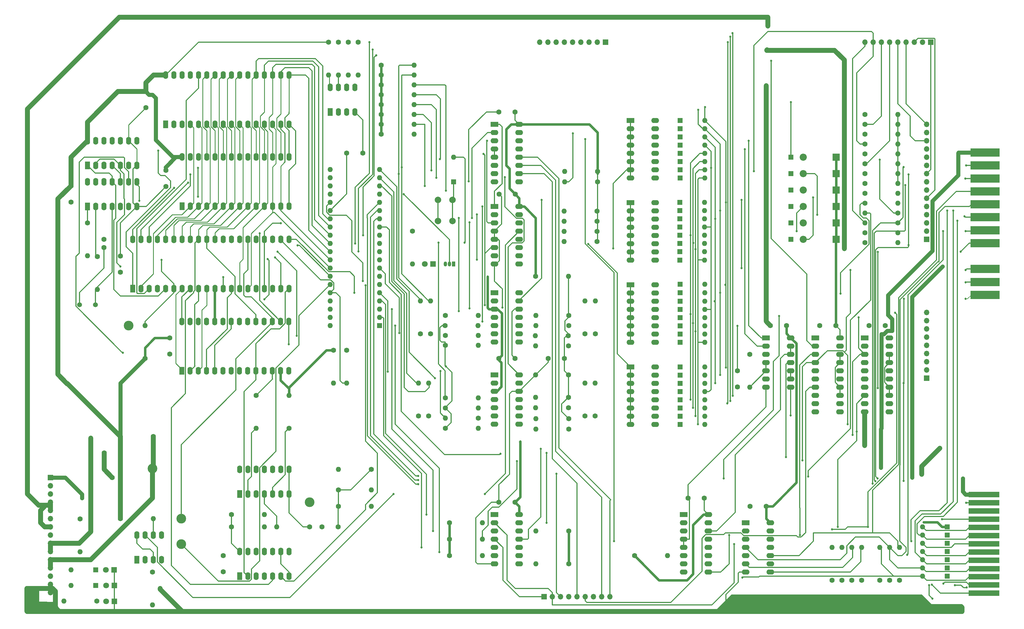
<source format=gtl>
%TF.GenerationSoftware,KiCad,Pcbnew,6.0.1-79c1e3a40b~116~ubuntu20.04.1*%
%TF.CreationDate,2022-02-18T22:33:53-05:00*%
%TF.ProjectId,gp-mpu,67702d6d-7075-42e6-9b69-6361645f7063,rev?*%
%TF.SameCoordinates,Original*%
%TF.FileFunction,Copper,L1,Top*%
%TF.FilePolarity,Positive*%
%FSLAX46Y46*%
G04 Gerber Fmt 4.6, Leading zero omitted, Abs format (unit mm)*
G04 Created by KiCad (PCBNEW 6.0.1-79c1e3a40b~116~ubuntu20.04.1) date 2022-02-18 22:33:53*
%MOMM*%
%LPD*%
G01*
G04 APERTURE LIST*
%TA.AperFunction,ComponentPad*%
%ADD10R,1.600000X1.600000*%
%TD*%
%TA.AperFunction,ComponentPad*%
%ADD11O,1.600000X1.600000*%
%TD*%
%TA.AperFunction,ComponentPad*%
%ADD12C,1.600000*%
%TD*%
%TA.AperFunction,ComponentPad*%
%ADD13R,1.600000X2.400000*%
%TD*%
%TA.AperFunction,ComponentPad*%
%ADD14O,1.600000X2.400000*%
%TD*%
%TA.AperFunction,ComponentPad*%
%ADD15R,1.700000X1.700000*%
%TD*%
%TA.AperFunction,ComponentPad*%
%ADD16O,1.700000X1.700000*%
%TD*%
%TA.AperFunction,ComponentPad*%
%ADD17C,3.000000*%
%TD*%
%TA.AperFunction,ComponentPad*%
%ADD18R,2.200000X2.200000*%
%TD*%
%TA.AperFunction,ComponentPad*%
%ADD19O,2.200000X2.200000*%
%TD*%
%TA.AperFunction,ComponentPad*%
%ADD20R,1.800000X1.800000*%
%TD*%
%TA.AperFunction,ComponentPad*%
%ADD21C,1.800000*%
%TD*%
%TA.AperFunction,ComponentPad*%
%ADD22R,2.400000X1.600000*%
%TD*%
%TA.AperFunction,ComponentPad*%
%ADD23O,2.400000X1.600000*%
%TD*%
%TA.AperFunction,ComponentPad*%
%ADD24C,2.000000*%
%TD*%
%TA.AperFunction,ComponentPad*%
%ADD25R,1.050000X1.500000*%
%TD*%
%TA.AperFunction,ComponentPad*%
%ADD26O,1.050000X1.500000*%
%TD*%
%TA.AperFunction,ConnectorPad*%
%ADD27R,9.525000X1.780000*%
%TD*%
%TA.AperFunction,ConnectorPad*%
%ADD28R,9.000000X2.500000*%
%TD*%
%TA.AperFunction,ComponentPad*%
%ADD29C,1.500000*%
%TD*%
%TA.AperFunction,ViaPad*%
%ADD30C,0.685800*%
%TD*%
%TA.AperFunction,Conductor*%
%ADD31C,0.304800*%
%TD*%
%TA.AperFunction,Conductor*%
%ADD32C,1.524000*%
%TD*%
%TA.AperFunction,Conductor*%
%ADD33C,0.254000*%
%TD*%
%TA.AperFunction,Conductor*%
%ADD34C,1.270000*%
%TD*%
%TA.AperFunction,Conductor*%
%ADD35C,0.762000*%
%TD*%
%TA.AperFunction,Conductor*%
%ADD36C,0.152400*%
%TD*%
G04 APERTURE END LIST*
D10*
%TO.P,D42,1,K*%
%TO.N,Net-(D42-Pad1)*%
X203200000Y-73710800D03*
D11*
%TO.P,D42,2,A*%
%TO.N,SW_LINE5*%
X210820000Y-73710800D03*
%TD*%
D12*
%TO.P,C14,1*%
%TO.N,+5V*%
X152345000Y-153665000D03*
%TO.P,C14,2*%
%TO.N,GND*%
X147345000Y-153665000D03*
%TD*%
D13*
%TO.P,U6,1,VPP*%
%TO.N,unconnected-(U6-Pad1)*%
X44445000Y-36835000D03*
D14*
%TO.P,U6,2,A16*%
%TO.N,Net-(R4-Pad2)*%
X46985000Y-36835000D03*
%TO.P,U6,3,A15*%
%TO.N,Net-(R3-Pad2)*%
X49525000Y-36835000D03*
%TO.P,U6,4,A12*%
%TO.N,A12*%
X52065000Y-36835000D03*
%TO.P,U6,5,A7*%
%TO.N,A7*%
X54605000Y-36835000D03*
%TO.P,U6,6,A6*%
%TO.N,A6*%
X57145000Y-36835000D03*
%TO.P,U6,7,A5*%
%TO.N,A5*%
X59685000Y-36835000D03*
%TO.P,U6,8,A4*%
%TO.N,A4*%
X62225000Y-36835000D03*
%TO.P,U6,9,A3*%
%TO.N,A3*%
X64765000Y-36835000D03*
%TO.P,U6,10,A2*%
%TO.N,A2*%
X67305000Y-36835000D03*
%TO.P,U6,11,A1*%
%TO.N,A1*%
X69845000Y-36835000D03*
%TO.P,U6,12,A0*%
%TO.N,A0*%
X72385000Y-36835000D03*
%TO.P,U6,13,D0*%
%TO.N,D0*%
X74925000Y-36835000D03*
%TO.P,U6,14,D1*%
%TO.N,D1*%
X77465000Y-36835000D03*
%TO.P,U6,15,D2*%
%TO.N,D2*%
X80005000Y-36835000D03*
%TO.P,U6,16,GND*%
%TO.N,GND*%
X82545000Y-36835000D03*
%TO.P,U6,17,D3*%
%TO.N,D3*%
X82545000Y-21595000D03*
%TO.P,U6,18,D4*%
%TO.N,D4*%
X80005000Y-21595000D03*
%TO.P,U6,19,D5*%
%TO.N,D5*%
X77465000Y-21595000D03*
%TO.P,U6,20,D6*%
%TO.N,D6*%
X74925000Y-21595000D03*
%TO.P,U6,21,D7*%
%TO.N,D7*%
X72385000Y-21595000D03*
%TO.P,U6,22,~{CE}*%
%TO.N,{slash}ROM*%
X69845000Y-21595000D03*
%TO.P,U6,23,A10*%
%TO.N,A10*%
X67305000Y-21595000D03*
%TO.P,U6,24,~{OE}*%
%TO.N,{slash}RD*%
X64765000Y-21595000D03*
%TO.P,U6,25,A11*%
%TO.N,A11*%
X62225000Y-21595000D03*
%TO.P,U6,26,A9*%
%TO.N,A9*%
X59685000Y-21595000D03*
%TO.P,U6,27,A8*%
%TO.N,A8*%
X57145000Y-21595000D03*
%TO.P,U6,28,A13*%
%TO.N,A13*%
X54605000Y-21595000D03*
%TO.P,U6,29,A14*%
%TO.N,Net-(R2-Pad2)*%
X52065000Y-21595000D03*
%TO.P,U6,30,A17*%
%TO.N,Net-(R5-Pad2)*%
X49525000Y-21595000D03*
%TO.P,U6,31,~{PGM}*%
%TO.N,+5V*%
X46985000Y-21595000D03*
%TO.P,U6,32,VCC*%
X44445000Y-21595000D03*
%TD*%
D10*
%TO.P,D50,1,K*%
%TO.N,Net-(D50-Pad1)*%
X203327000Y-124587000D03*
D11*
%TO.P,D50,2,A*%
%TO.N,SW_LINE5*%
X210947000Y-124587000D03*
%TD*%
D12*
%TO.P,R21,1*%
%TO.N,DISP_CLK4*%
X270510000Y-67310000D03*
D11*
%TO.P,R21,2*%
%TO.N,STROBE3*%
X260350000Y-67310000D03*
%TD*%
D12*
%TO.P,C5,1*%
%TO.N,Net-(C5-Pad1)*%
X97745000Y-161290000D03*
%TO.P,C5,2*%
%TO.N,GND*%
X92745000Y-161290000D03*
%TD*%
D13*
%TO.P,U5,1*%
%TO.N,{slash}IOREQ*%
X67300000Y-176545000D03*
D14*
%TO.P,U5,2*%
X69840000Y-176545000D03*
%TO.P,U5,3*%
%TO.N,Net-(U5-Pad3)*%
X72380000Y-176545000D03*
%TO.P,U5,4*%
X74920000Y-176545000D03*
%TO.P,U5,5*%
%TO.N,A2*%
X77460000Y-176545000D03*
%TO.P,U5,6*%
%TO.N,PIO-CS*%
X80000000Y-176545000D03*
%TO.P,U5,7,GND*%
%TO.N,GND*%
X82540000Y-176545000D03*
%TO.P,U5,8*%
%TO.N,unconnected-(U5-Pad8)*%
X82540000Y-168925000D03*
%TO.P,U5,9*%
%TO.N,GND*%
X80000000Y-168925000D03*
%TO.P,U5,10*%
X77460000Y-168925000D03*
%TO.P,U5,11*%
%TO.N,unconnected-(U5-Pad11)*%
X74920000Y-168925000D03*
%TO.P,U5,12*%
%TO.N,GND*%
X72380000Y-168925000D03*
%TO.P,U5,13*%
X69840000Y-168925000D03*
%TO.P,U5,14,VCC*%
%TO.N,+5V*%
X67300000Y-168925000D03*
%TD*%
D15*
%TO.P,J4,1,Pin_1*%
%TO.N,PERIPH1_4*%
X279400000Y-115316000D03*
D16*
%TO.P,J4,2,Pin_2*%
%TO.N,PERIPH1_3*%
X279400000Y-112776000D03*
%TO.P,J4,3,Pin_3*%
%TO.N,unconnected-(J4-Pad3)*%
X279400000Y-110236000D03*
%TO.P,J4,4,Pin_4*%
%TO.N,PERIPH1_2*%
X279400000Y-107696000D03*
%TO.P,J4,5,Pin_5*%
%TO.N,PERIPH1_1*%
X279400000Y-105156000D03*
%TO.P,J4,6,Pin_6*%
%TO.N,unconnected-(J4-Pad6)*%
X279400000Y-102616000D03*
%TO.P,J4,7,Pin_7*%
%TO.N,unconnected-(J4-Pad7)*%
X279400000Y-100076000D03*
%TO.P,J4,8,Pin_8*%
%TO.N,unconnected-(J4-Pad8)*%
X279400000Y-97536000D03*
%TO.P,J4,9,Pin_9*%
%TO.N,DIGIT6*%
X279400000Y-94996000D03*
%TD*%
D12*
%TO.P,L1,1,1*%
%TO.N,5Volt*%
X40635000Y-133350000D03*
D11*
%TO.P,L1,2,2*%
%TO.N,+5V*%
X30475000Y-133350000D03*
%TD*%
D17*
%TO.P,TP6,1,1*%
%TO.N,Net-(R33-Pad2)*%
X88895000Y-153670000D03*
%TD*%
D12*
%TO.P,R32,1*%
%TO.N,GND*%
X88895000Y-161290000D03*
D11*
%TO.P,R32,2*%
%TO.N,Net-(R31-Pad2)*%
X78735000Y-161290000D03*
%TD*%
D12*
%TO.P,R69,1*%
%TO.N,Net-(R53-Pad2)*%
X125715000Y-126995000D03*
D11*
%TO.P,R69,2*%
%TO.N,PB0*%
X125715000Y-116835000D03*
%TD*%
D12*
%TO.P,R25,1*%
%TO.N,Net-(R24-Pad2)*%
X23368000Y-77724000D03*
D11*
%TO.P,R25,2*%
%TO.N,Net-(R25-Pad2)*%
X23368000Y-87884000D03*
%TD*%
D10*
%TO.P,D16,1,K*%
%TO.N,+5V*%
X285750000Y-171450000D03*
D11*
%TO.P,D16,2,A*%
%TO.N,DIGIT3*%
X278130000Y-171450000D03*
%TD*%
D10*
%TO.P,D19,1,K*%
%TO.N,+5V*%
X285750000Y-161290000D03*
D11*
%TO.P,D19,2,A*%
%TO.N,DIGIT6*%
X278130000Y-161290000D03*
%TD*%
D18*
%TO.P,D5,1,K*%
%TO.N,+5V*%
X251460000Y-57150000D03*
D19*
%TO.P,D5,2,A*%
%TO.N,DISP_CLK2*%
X241300000Y-57150000D03*
%TD*%
D12*
%TO.P,R17,1*%
%TO.N,Net-(D1-Pad2)*%
X270510000Y-64262000D03*
D11*
%TO.P,R17,2*%
%TO.N,LAMP_EN4*%
X260350000Y-64262000D03*
%TD*%
D12*
%TO.P,R37,1*%
%TO.N,+12V*%
X264922000Y-177800000D03*
D11*
%TO.P,R37,2*%
%TO.N,DIGIT1*%
X264922000Y-167640000D03*
%TD*%
D20*
%TO.P,D58,1,K*%
%TO.N,GND*%
X28656200Y-184353200D03*
D21*
%TO.P,D58,2,A*%
%TO.N,Net-(D58-Pad2)*%
X26116200Y-184353200D03*
%TD*%
D12*
%TO.P,R13,1*%
%TO.N,+5V*%
X177698400Y-66852800D03*
D11*
%TO.P,R13,2*%
%TO.N,DISP_CLK3*%
X167538400Y-66852800D03*
%TD*%
D12*
%TO.P,R54,1*%
%TO.N,SW_LINE0*%
X130860800Y-121412000D03*
D11*
%TO.P,R54,2*%
%TO.N,Net-(R54-Pad2)*%
X141020800Y-121412000D03*
%TD*%
D22*
%TO.P,U9,1*%
%TO.N,PA0*%
X146035000Y-157475000D03*
D23*
%TO.P,U9,2*%
%TO.N,ADDR1*%
X146035000Y-160015000D03*
%TO.P,U9,3*%
%TO.N,PA1*%
X146035000Y-162555000D03*
%TO.P,U9,4*%
%TO.N,ADDR2*%
X146035000Y-165095000D03*
%TO.P,U9,5*%
%TO.N,PA2*%
X146035000Y-167635000D03*
%TO.P,U9,6*%
%TO.N,ADDR3*%
X146035000Y-170175000D03*
%TO.P,U9,7,Gnd*%
%TO.N,GND*%
X146035000Y-172715000D03*
%TO.P,U9,8*%
%TO.N,ADDR4*%
X153655000Y-172715000D03*
%TO.P,U9,9*%
%TO.N,PA3*%
X153655000Y-170175000D03*
%TO.P,U9,10*%
%TO.N,DIGIT1*%
X153655000Y-167635000D03*
%TO.P,U9,11*%
%TO.N,Net-(U12-Pad11)*%
X153655000Y-165095000D03*
%TO.P,U9,12*%
%TO.N,PERIPH_EN*%
X153655000Y-162555000D03*
%TO.P,U9,13*%
%TO.N,PC4*%
X153655000Y-160015000D03*
%TO.P,U9,14,Vcc*%
%TO.N,+5V*%
X153655000Y-157475000D03*
%TD*%
D12*
%TO.P,R33,1*%
%TO.N,Net-(R30-Pad2)*%
X82545000Y-130810000D03*
D11*
%TO.P,R33,2*%
%TO.N,Net-(R33-Pad2)*%
X72385000Y-130810000D03*
%TD*%
D12*
%TO.P,C7,1*%
%TO.N,+5V*%
X30475000Y-82550000D03*
%TO.P,C7,2*%
%TO.N,GND*%
X30475000Y-77550000D03*
%TD*%
D10*
%TO.P,D21,1,K*%
%TO.N,Net-(D21-Pad1)*%
X203327000Y-40767000D03*
D11*
%TO.P,D21,2,A*%
%TO.N,SW_LINE2*%
X210947000Y-40767000D03*
%TD*%
D22*
%TO.P,U12,1*%
%TO.N,LATCH0*%
X229855000Y-102865000D03*
D23*
%TO.P,U12,2*%
%TO.N,LATCH1*%
X229855000Y-105405000D03*
%TO.P,U12,3*%
%TO.N,Net-(R16-Pad1)*%
X229855000Y-107945000D03*
%TO.P,U12,4*%
%TO.N,Net-(C1-Pad1)*%
X229855000Y-110485000D03*
%TO.P,U12,5*%
X229855000Y-113025000D03*
%TO.P,U12,6*%
%TO.N,Net-(U12-Pad10)*%
X229855000Y-115565000D03*
%TO.P,U12,7,GND*%
%TO.N,GND*%
X229855000Y-118105000D03*
%TO.P,U12,8*%
%TO.N,LATCH_CLK*%
X237475000Y-118105000D03*
%TO.P,U12,9*%
%TO.N,Net-(U12-Pad10)*%
X237475000Y-115565000D03*
%TO.P,U12,10*%
X237475000Y-113025000D03*
%TO.P,U12,11*%
%TO.N,Net-(U12-Pad11)*%
X237475000Y-110485000D03*
%TO.P,U12,12*%
%TO.N,Net-(U12-Pad12)*%
X237475000Y-107945000D03*
%TO.P,U12,13*%
X237475000Y-105405000D03*
%TO.P,U12,14,VCC*%
%TO.N,+5V*%
X237475000Y-102865000D03*
%TD*%
D22*
%TO.P,U17,1,A0*%
%TO.N,PC0*%
X204455000Y-157495000D03*
D23*
%TO.P,U17,2,A1*%
%TO.N,PC1*%
X204455000Y-160035000D03*
%TO.P,U17,3,A2*%
%TO.N,PC2*%
X204455000Y-162575000D03*
%TO.P,U17,4,E1*%
%TO.N,GND*%
X204455000Y-165115000D03*
%TO.P,U17,5,E2*%
X204455000Y-167655000D03*
%TO.P,U17,6,E3*%
%TO.N,Net-(R35-Pad2)*%
X204455000Y-170195000D03*
%TO.P,U17,7,O7*%
%TO.N,unconnected-(U17-Pad7)*%
X204455000Y-172735000D03*
%TO.P,U17,8,GND*%
%TO.N,GND*%
X204455000Y-175275000D03*
%TO.P,U17,9,O6*%
%TO.N,Net-(U17-Pad9)*%
X212075000Y-175275000D03*
%TO.P,U17,10,O5*%
%TO.N,Net-(U17-Pad10)*%
X212075000Y-172735000D03*
%TO.P,U17,11,O4*%
%TO.N,Net-(U17-Pad11)*%
X212075000Y-170195000D03*
%TO.P,U17,12,O3*%
%TO.N,Net-(U17-Pad12)*%
X212075000Y-167655000D03*
%TO.P,U17,13,O2*%
%TO.N,Net-(U17-Pad13)*%
X212075000Y-165115000D03*
%TO.P,U17,14,O1*%
%TO.N,Net-(U12-Pad12)*%
X212075000Y-162575000D03*
%TO.P,U17,15,O0*%
%TO.N,Net-(U17-Pad15)*%
X212075000Y-160035000D03*
%TO.P,U17,16,VCC*%
%TO.N,+5V*%
X212075000Y-157495000D03*
%TD*%
D12*
%TO.P,R8,1*%
%TO.N,+5V*%
X132080000Y-170180000D03*
D11*
%TO.P,R8,2*%
%TO.N,ADDR3*%
X142240000Y-170180000D03*
%TD*%
D13*
%TO.P,U4,1*%
%TO.N,A15*%
X20310000Y-49545000D03*
D14*
%TO.P,U4,2*%
%TO.N,{slash}MREQ*%
X22850000Y-49545000D03*
%TO.P,U4,3*%
%TO.N,{slash}ROM*%
X25390000Y-49545000D03*
%TO.P,U4,4*%
%TO.N,Net-(U3-Pad10)*%
X27930000Y-49545000D03*
%TO.P,U4,5*%
%TO.N,{slash}MREQ*%
X30470000Y-49545000D03*
%TO.P,U4,6*%
%TO.N,{slash}RAM*%
X33010000Y-49545000D03*
%TO.P,U4,7,GND*%
%TO.N,GND*%
X35550000Y-49545000D03*
%TO.P,U4,8*%
%TO.N,unconnected-(U4-Pad8)*%
X35550000Y-41925000D03*
%TO.P,U4,9*%
%TO.N,GND*%
X33010000Y-41925000D03*
%TO.P,U4,10*%
X30470000Y-41925000D03*
%TO.P,U4,11*%
%TO.N,unconnected-(U4-Pad11)*%
X27930000Y-41925000D03*
%TO.P,U4,12*%
%TO.N,GND*%
X25390000Y-41925000D03*
%TO.P,U4,13*%
X22850000Y-41925000D03*
%TO.P,U4,14,VCC*%
%TO.N,+5V*%
X20310000Y-41925000D03*
%TD*%
D12*
%TO.P,R24,1*%
%TO.N,Net-(C2-Pad1)*%
X20315000Y-67310000D03*
D11*
%TO.P,R24,2*%
%TO.N,Net-(R24-Pad2)*%
X20315000Y-77470000D03*
%TD*%
D12*
%TO.P,R31,1*%
%TO.N,+5V*%
X64765000Y-161290000D03*
D11*
%TO.P,R31,2*%
%TO.N,Net-(R31-Pad2)*%
X74925000Y-161290000D03*
%TD*%
D12*
%TO.P,C20,1*%
%TO.N,+5V*%
X44577000Y-51094000D03*
%TO.P,C20,2*%
%TO.N,GND*%
X44577000Y-56094000D03*
%TD*%
%TO.P,R85,1*%
%TO.N,+5V*%
X110998000Y-33782000D03*
D11*
%TO.P,R85,2*%
%TO.N,PB2*%
X121158000Y-33782000D03*
%TD*%
D24*
%TO.P,SW6,1,1*%
%TO.N,STROBE0*%
X128560000Y-66750000D03*
X128560000Y-60250000D03*
%TO.P,SW6,2,2*%
%TO.N,Net-(D53-Pad1)*%
X133060000Y-66750000D03*
X133060000Y-60250000D03*
%TD*%
D12*
%TO.P,R77,1*%
%TO.N,+5V*%
X120650000Y-69850000D03*
D11*
%TO.P,R77,2*%
%TO.N,Net-(D52-Pad2)*%
X120650000Y-80010000D03*
%TD*%
D10*
%TO.P,D30,1,K*%
%TO.N,Net-(D30-Pad1)*%
X203327000Y-96647000D03*
D11*
%TO.P,D30,2,A*%
%TO.N,SW_LINE4*%
X210947000Y-96647000D03*
%TD*%
D12*
%TO.P,R55,1*%
%TO.N,Net-(C6-Pad1)*%
X130860800Y-130860800D03*
D11*
%TO.P,R55,2*%
%TO.N,Net-(R55-Pad2)*%
X141020800Y-130860800D03*
%TD*%
D20*
%TO.P,D57,1,K*%
%TO.N,GND*%
X28605400Y-179425600D03*
D21*
%TO.P,D57,2,A*%
%TO.N,Net-(D56-Pad1)*%
X26065400Y-179425600D03*
%TD*%
D10*
%TO.P,D14,1,K*%
%TO.N,+5V*%
X285750000Y-176530000D03*
D11*
%TO.P,D14,2,A*%
%TO.N,DIGIT1*%
X278130000Y-176530000D03*
%TD*%
D10*
%TO.P,D43,1,K*%
%TO.N,Net-(D43-Pad1)*%
X203200000Y-78841600D03*
D11*
%TO.P,D43,2,A*%
%TO.N,SW_LINE7*%
X210820000Y-78841600D03*
%TD*%
D10*
%TO.P,D40,1,K*%
%TO.N,Net-(D40-Pad1)*%
X203200000Y-63500000D03*
D11*
%TO.P,D40,2,A*%
%TO.N,SW_LINE1*%
X210820000Y-63500000D03*
%TD*%
D12*
%TO.P,C19,1*%
%TO.N,+5V*%
X210805000Y-152415000D03*
%TO.P,C19,2*%
%TO.N,GND*%
X205805000Y-152415000D03*
%TD*%
D25*
%TO.P,Q1,1,E*%
%TO.N,GND*%
X133350000Y-80010000D03*
D26*
%TO.P,Q1,2,B*%
%TO.N,PC3*%
X132080000Y-80010000D03*
%TO.P,Q1,3,C*%
%TO.N,Net-(D52-Pad1)*%
X130810000Y-80010000D03*
%TD*%
D10*
%TO.P,D26,1,K*%
%TO.N,Net-(D26-Pad1)*%
X203200000Y-71120000D03*
D11*
%TO.P,D26,2,A*%
%TO.N,SW_LINE4*%
X210820000Y-71120000D03*
%TD*%
D10*
%TO.P,D33,1,K*%
%TO.N,Net-(D33-Pad1)*%
X203327000Y-116967000D03*
D11*
%TO.P,D33,2,A*%
%TO.N,SW_LINE2*%
X210947000Y-116967000D03*
%TD*%
D12*
%TO.P,R28,1*%
%TO.N,Net-(C5-Pad1)*%
X107950000Y-143510000D03*
D11*
%TO.P,R28,2*%
%TO.N,24V*%
X97790000Y-143510000D03*
%TD*%
D12*
%TO.P,R86,1*%
%TO.N,+5V*%
X110998000Y-27686000D03*
D11*
%TO.P,R86,2*%
%TO.N,PB3*%
X121158000Y-27686000D03*
%TD*%
D10*
%TO.P,D45,1,K*%
%TO.N,Net-(D45-Pad1)*%
X203327000Y-94107000D03*
D11*
%TO.P,D45,2,A*%
%TO.N,SW_LINE3*%
X210947000Y-94107000D03*
%TD*%
D10*
%TO.P,D41,1,K*%
%TO.N,Net-(D41-Pad1)*%
X203200000Y-68580000D03*
D11*
%TO.P,D41,2,A*%
%TO.N,SW_LINE3*%
X210820000Y-68580000D03*
%TD*%
D17*
%TO.P,TP5,1,1*%
%TO.N,{slash}CLK*%
X33015000Y-99060000D03*
%TD*%
D15*
%TO.P,J6,1,Pin_1*%
%TO.N,SW_LINE1*%
X280660000Y-11430000D03*
D16*
%TO.P,J6,2,Pin_2*%
%TO.N,unconnected-(J6-Pad2)*%
X278120000Y-11430000D03*
%TO.P,J6,3,Pin_3*%
%TO.N,STROBE0*%
X275580000Y-11430000D03*
%TO.P,J6,4,Pin_4*%
%TO.N,SW_LINE2*%
X273040000Y-11430000D03*
%TO.P,J6,5,Pin_5*%
%TO.N,SW_LINE7*%
X270500000Y-11430000D03*
%TO.P,J6,6,Pin_6*%
%TO.N,SW_LINE5*%
X267960000Y-11430000D03*
%TO.P,J6,7,Pin_7*%
%TO.N,SW_LINE4*%
X265420000Y-11430000D03*
%TO.P,J6,8,Pin_8*%
%TO.N,SW_LINE6*%
X262880000Y-11430000D03*
%TO.P,J6,9,Pin_9*%
%TO.N,STROBE3*%
X260340000Y-11430000D03*
%TD*%
D13*
%TO.P,U7,1*%
%TO.N,N/C*%
X49535000Y-62210000D03*
D14*
%TO.P,U7,2,A12*%
%TO.N,A12*%
X52075000Y-62210000D03*
%TO.P,U7,3,A7*%
%TO.N,A7*%
X54615000Y-62210000D03*
%TO.P,U7,4,A6*%
%TO.N,A6*%
X57155000Y-62210000D03*
%TO.P,U7,5,A5*%
%TO.N,A5*%
X59695000Y-62210000D03*
%TO.P,U7,6,A4*%
%TO.N,A4*%
X62235000Y-62210000D03*
%TO.P,U7,7,A3*%
%TO.N,A3*%
X64775000Y-62210000D03*
%TO.P,U7,8,A2*%
%TO.N,A2*%
X67315000Y-62210000D03*
%TO.P,U7,9,A1*%
%TO.N,A1*%
X69855000Y-62210000D03*
%TO.P,U7,10,A0*%
%TO.N,A0*%
X72395000Y-62210000D03*
%TO.P,U7,11,DQ0*%
%TO.N,D0*%
X74935000Y-62210000D03*
%TO.P,U7,12,DQ1*%
%TO.N,D1*%
X77475000Y-62210000D03*
%TO.P,U7,13,DQ2*%
%TO.N,D2*%
X80015000Y-62210000D03*
%TO.P,U7,14,VSS*%
%TO.N,GND*%
X82555000Y-62210000D03*
%TO.P,U7,15,DQ3*%
%TO.N,D3*%
X82555000Y-46970000D03*
%TO.P,U7,16,DQ4*%
%TO.N,D4*%
X80015000Y-46970000D03*
%TO.P,U7,17,DQ5*%
%TO.N,D5*%
X77475000Y-46970000D03*
%TO.P,U7,18,DQ6*%
%TO.N,D6*%
X74935000Y-46970000D03*
%TO.P,U7,19,DQ7*%
%TO.N,D7*%
X72395000Y-46970000D03*
%TO.P,U7,20,~{CE}*%
%TO.N,{slash}RAM*%
X69855000Y-46970000D03*
%TO.P,U7,21,A10*%
%TO.N,A10*%
X67315000Y-46970000D03*
%TO.P,U7,22,~{OE}*%
%TO.N,{slash}RD*%
X64775000Y-46970000D03*
%TO.P,U7,23,A11*%
%TO.N,A11*%
X62235000Y-46970000D03*
%TO.P,U7,24,A9*%
%TO.N,A9*%
X59695000Y-46970000D03*
%TO.P,U7,25,A8*%
%TO.N,A8*%
X57155000Y-46970000D03*
%TO.P,U7,26*%
%TO.N,N/C*%
X54615000Y-46970000D03*
%TO.P,U7,27,~{WE}*%
%TO.N,{slash}WR*%
X52075000Y-46970000D03*
%TO.P,U7,28,VDD*%
%TO.N,+5V*%
X49535000Y-46970000D03*
%TD*%
D10*
%TO.P,D24,1,K*%
%TO.N,Net-(D24-Pad1)*%
X203200000Y-60960000D03*
D11*
%TO.P,D24,2,A*%
%TO.N,SW_LINE0*%
X210820000Y-60960000D03*
%TD*%
D10*
%TO.P,D15,1,K*%
%TO.N,+5V*%
X285750000Y-173990000D03*
D11*
%TO.P,D15,2,A*%
%TO.N,DIGIT2*%
X278130000Y-173990000D03*
%TD*%
D12*
%TO.P,R50,1*%
%TO.N,SW_LINE6*%
X260350000Y-42926000D03*
D11*
%TO.P,R50,2*%
%TO.N,+5V*%
X270510000Y-42926000D03*
%TD*%
D12*
%TO.P,R6,1*%
%TO.N,+5V*%
X132080000Y-160020000D03*
D11*
%TO.P,R6,2*%
%TO.N,ADDR1*%
X142240000Y-160020000D03*
%TD*%
D12*
%TO.P,R4,1*%
%TO.N,+5V*%
X100838000Y-11430000D03*
D11*
%TO.P,R4,2*%
%TO.N,Net-(R4-Pad2)*%
X100838000Y-21590000D03*
%TD*%
D12*
%TO.P,R12,1*%
%TO.N,+5V*%
X177698400Y-63703200D03*
D11*
%TO.P,R12,2*%
%TO.N,DISP_CLK2*%
X167538400Y-63703200D03*
%TD*%
D12*
%TO.P,R47,1*%
%TO.N,SW_LINE3*%
X260350000Y-55118000D03*
D11*
%TO.P,R47,2*%
%TO.N,+5V*%
X270510000Y-55118000D03*
%TD*%
D20*
%TO.P,D52,1,K*%
%TO.N,Net-(D52-Pad1)*%
X127000000Y-80010000D03*
D21*
%TO.P,D52,2,A*%
%TO.N,Net-(D52-Pad2)*%
X124460000Y-80010000D03*
%TD*%
D10*
%TO.P,U8,1,PA3*%
%TO.N,PA3*%
X110490000Y-99055000D03*
D11*
%TO.P,U8,2,PA2*%
%TO.N,PA2*%
X110490000Y-96515000D03*
%TO.P,U8,3,PA1*%
%TO.N,PA1*%
X110490000Y-93975000D03*
%TO.P,U8,4,PA0*%
%TO.N,PA0*%
X110490000Y-91435000D03*
%TO.P,U8,5,~{RD}*%
%TO.N,{slash}RD*%
X110490000Y-88895000D03*
%TO.P,U8,6,~{CS}*%
%TO.N,PIO-CS*%
X110490000Y-86355000D03*
%TO.P,U8,7,GND*%
%TO.N,GND*%
X110490000Y-83815000D03*
%TO.P,U8,8,A1*%
%TO.N,A1*%
X110490000Y-81275000D03*
%TO.P,U8,9,A0*%
%TO.N,A0*%
X110490000Y-78735000D03*
%TO.P,U8,10,PC7*%
%TO.N,PC7*%
X110490000Y-76195000D03*
%TO.P,U8,11,PC6*%
%TO.N,PC6*%
X110490000Y-73655000D03*
%TO.P,U8,12,PC5*%
%TO.N,PC5*%
X110490000Y-71115000D03*
%TO.P,U8,13,PC4*%
%TO.N,PC4*%
X110490000Y-68575000D03*
%TO.P,U8,14,PC0*%
%TO.N,PC0*%
X110490000Y-66035000D03*
%TO.P,U8,15,PC1*%
%TO.N,PC1*%
X110490000Y-63495000D03*
%TO.P,U8,16,PC2*%
%TO.N,PC2*%
X110490000Y-60955000D03*
%TO.P,U8,17,PC3*%
%TO.N,PC3*%
X110490000Y-58415000D03*
%TO.P,U8,18,PB0*%
%TO.N,PB0*%
X110490000Y-55875000D03*
%TO.P,U8,19,PB1*%
%TO.N,PB1*%
X110490000Y-53335000D03*
%TO.P,U8,20,PB2*%
%TO.N,PB2*%
X110490000Y-50795000D03*
%TO.P,U8,21,PB3*%
%TO.N,PB3*%
X95250000Y-50795000D03*
%TO.P,U8,22,PB4*%
%TO.N,PB4*%
X95250000Y-53335000D03*
%TO.P,U8,23,PB5*%
%TO.N,PB5*%
X95250000Y-55875000D03*
%TO.P,U8,24,PB6*%
%TO.N,PB6*%
X95250000Y-58415000D03*
%TO.P,U8,25,PB7*%
%TO.N,PB7*%
X95250000Y-60955000D03*
%TO.P,U8,26,VCC*%
%TO.N,+5V*%
X95250000Y-63495000D03*
%TO.P,U8,27,D7*%
%TO.N,D7*%
X95250000Y-66035000D03*
%TO.P,U8,28,D6*%
%TO.N,D6*%
X95250000Y-68575000D03*
%TO.P,U8,29,D5*%
%TO.N,D5*%
X95250000Y-71115000D03*
%TO.P,U8,30,D4*%
%TO.N,D4*%
X95250000Y-73655000D03*
%TO.P,U8,31,D3*%
%TO.N,D3*%
X95250000Y-76195000D03*
%TO.P,U8,32,D2*%
%TO.N,D2*%
X95250000Y-78735000D03*
%TO.P,U8,33,D1*%
%TO.N,D1*%
X95250000Y-81275000D03*
%TO.P,U8,34,D0*%
%TO.N,D0*%
X95250000Y-83815000D03*
%TO.P,U8,35,RESET*%
%TO.N,RST*%
X95250000Y-86355000D03*
%TO.P,U8,36,~{WR}*%
%TO.N,{slash}WR*%
X95250000Y-88895000D03*
%TO.P,U8,37,PA7*%
%TO.N,PA7*%
X95250000Y-91435000D03*
%TO.P,U8,38,PA6*%
%TO.N,PA6*%
X95250000Y-93975000D03*
%TO.P,U8,39,PA5*%
%TO.N,PA5*%
X95250000Y-96515000D03*
%TO.P,U8,40,PA4*%
%TO.N,PA4*%
X95250000Y-99055000D03*
%TD*%
D18*
%TO.P,D1,1,K*%
%TO.N,+5V*%
X251460000Y-46990000D03*
D19*
%TO.P,D1,2,A*%
%TO.N,Net-(D1-Pad2)*%
X241300000Y-46990000D03*
%TD*%
D13*
%TO.P,U20,1*%
%TO.N,unconnected-(U20-Pad1)*%
X67300000Y-151145000D03*
D14*
%TO.P,U20,2*%
%TO.N,Net-(R33-Pad2)*%
X69840000Y-151145000D03*
%TO.P,U20,3,V+*%
%TO.N,+5V*%
X72380000Y-151145000D03*
%TO.P,U20,4,-*%
%TO.N,Net-(R31-Pad2)*%
X74920000Y-151145000D03*
%TO.P,U20,5,+*%
%TO.N,Net-(R30-Pad2)*%
X77460000Y-151145000D03*
%TO.P,U20,6,-*%
%TO.N,GND*%
X80000000Y-151145000D03*
%TO.P,U20,7,+*%
X82540000Y-151145000D03*
%TO.P,U20,8,-*%
X82540000Y-143525000D03*
%TO.P,U20,9,+*%
X80000000Y-143525000D03*
%TO.P,U20,10,-*%
X77460000Y-143525000D03*
%TO.P,U20,11,+*%
X74920000Y-143525000D03*
%TO.P,U20,12,V-*%
X72380000Y-143525000D03*
%TO.P,U20,13*%
%TO.N,unconnected-(U20-Pad13)*%
X69840000Y-143525000D03*
%TO.P,U20,14*%
%TO.N,unconnected-(U20-Pad14)*%
X67300000Y-143525000D03*
%TD*%
D10*
%TO.P,D53,1,K*%
%TO.N,Net-(D53-Pad1)*%
X133350000Y-54610000D03*
D11*
%TO.P,D53,2,A*%
%TO.N,SW_LINE0*%
X133350000Y-46990000D03*
%TD*%
D12*
%TO.P,C1,1*%
%TO.N,Net-(C1-Pad1)*%
X220980000Y-118070000D03*
%TO.P,C1,2*%
%TO.N,GND*%
X220980000Y-113070000D03*
%TD*%
%TO.P,R53,1*%
%TO.N,Net-(C6-Pad1)*%
X130860800Y-124561600D03*
D11*
%TO.P,R53,2*%
%TO.N,Net-(R53-Pad2)*%
X141020800Y-124561600D03*
%TD*%
D20*
%TO.P,D55,1,K*%
%TO.N,GND*%
X28554600Y-174650400D03*
D21*
%TO.P,D55,2,A*%
%TO.N,Net-(D54-Pad1)*%
X26014600Y-174650400D03*
%TD*%
D12*
%TO.P,R66,1*%
%TO.N,SW_LINE6*%
X168910000Y-99060000D03*
D11*
%TO.P,R66,2*%
%TO.N,Net-(R66-Pad2)*%
X158750000Y-99060000D03*
%TD*%
D12*
%TO.P,R63,1*%
%TO.N,Net-(C6-Pad1)*%
X130860800Y-105206800D03*
D11*
%TO.P,R63,2*%
%TO.N,Net-(R63-Pad2)*%
X141020800Y-105206800D03*
%TD*%
D12*
%TO.P,R45,1*%
%TO.N,SW_LINE1*%
X260350000Y-52070000D03*
D11*
%TO.P,R45,2*%
%TO.N,+5V*%
X270510000Y-52070000D03*
%TD*%
D12*
%TO.P,R60,1*%
%TO.N,SW_LINE3*%
X168960800Y-131064000D03*
D11*
%TO.P,R60,2*%
%TO.N,Net-(R60-Pad2)*%
X158800800Y-131064000D03*
%TD*%
D12*
%TO.P,R89,1*%
%TO.N,+5V*%
X110998000Y-24638000D03*
D11*
%TO.P,R89,2*%
%TO.N,PB6*%
X121158000Y-24638000D03*
%TD*%
D10*
%TO.P,D37,1,K*%
%TO.N,Net-(D37-Pad1)*%
X203327000Y-43307000D03*
D11*
%TO.P,D37,2,A*%
%TO.N,SW_LINE3*%
X210947000Y-43307000D03*
%TD*%
D12*
%TO.P,R67,1*%
%TO.N,Net-(C6-Pad1)*%
X168808400Y-102209600D03*
D11*
%TO.P,R67,2*%
%TO.N,Net-(R67-Pad2)*%
X158648400Y-102209600D03*
%TD*%
D10*
%TO.P,D44,1,K*%
%TO.N,Net-(D44-Pad1)*%
X203327000Y-88900000D03*
D11*
%TO.P,D44,2,A*%
%TO.N,SW_LINE1*%
X210947000Y-88900000D03*
%TD*%
D22*
%TO.P,U14,1,~{E}*%
%TO.N,LATCH1*%
X260335000Y-102875000D03*
D23*
%TO.P,U14,2,Q0*%
%TO.N,PERIPH1_1*%
X260335000Y-105415000D03*
%TO.P,U14,3,D0*%
%TO.N,ADDR1*%
X260335000Y-107955000D03*
%TO.P,U14,4,D1*%
%TO.N,ADDR2*%
X260335000Y-110495000D03*
%TO.P,U14,5,Q1*%
%TO.N,PERIPH1_2*%
X260335000Y-113035000D03*
%TO.P,U14,6,Q2*%
%TO.N,PERIPH1_3*%
X260335000Y-115575000D03*
%TO.P,U14,7,D2*%
%TO.N,ADDR3*%
X260335000Y-118115000D03*
%TO.P,U14,8,D3*%
%TO.N,ADDR4*%
X260335000Y-120655000D03*
%TO.P,U14,9,Q3*%
%TO.N,PERIPH1_4*%
X260335000Y-123195000D03*
%TO.P,U14,10,GND*%
%TO.N,GND*%
X260335000Y-125735000D03*
%TO.P,U14,11,CP*%
%TO.N,LATCH_CLK*%
X267955000Y-125735000D03*
%TO.P,U14,12,Q4*%
%TO.N,unconnected-(U14-Pad12)*%
X267955000Y-123195000D03*
%TO.P,U14,13,D4*%
%TO.N,GND*%
X267955000Y-120655000D03*
%TO.P,U14,14,D5*%
X267955000Y-118115000D03*
%TO.P,U14,15,Q5*%
%TO.N,unconnected-(U14-Pad15)*%
X267955000Y-115575000D03*
%TO.P,U14,16,Q6*%
%TO.N,unconnected-(U14-Pad16)*%
X267955000Y-113035000D03*
%TO.P,U14,17,D6*%
%TO.N,GND*%
X267955000Y-110495000D03*
%TO.P,U14,18,D7*%
X267955000Y-107955000D03*
%TO.P,U14,19,Q7*%
%TO.N,unconnected-(U14-Pad19)*%
X267955000Y-105415000D03*
%TO.P,U14,20,VCC*%
%TO.N,+5V*%
X267955000Y-102875000D03*
%TD*%
D12*
%TO.P,R30,1*%
%TO.N,Net-(C5-Pad1)*%
X97790000Y-149860000D03*
D11*
%TO.P,R30,2*%
%TO.N,Net-(R30-Pad2)*%
X107950000Y-149860000D03*
%TD*%
D12*
%TO.P,R80,1*%
%TO.N,24V*%
X18084800Y-158851600D03*
D11*
%TO.P,R80,2*%
%TO.N,Net-(D54-Pad2)*%
X18084800Y-169011600D03*
%TD*%
D13*
%TO.P,U3,1*%
%TO.N,Net-(C2-Pad1)*%
X20310000Y-62245000D03*
D14*
%TO.P,U3,2*%
%TO.N,Net-(R24-Pad2)*%
X22850000Y-62245000D03*
%TO.P,U3,3*%
X25390000Y-62245000D03*
%TO.P,U3,4*%
%TO.N,Net-(R25-Pad2)*%
X27930000Y-62245000D03*
%TO.P,U3,5*%
X30470000Y-62245000D03*
%TO.P,U3,6*%
%TO.N,{slash}CLK*%
X33010000Y-62245000D03*
%TO.P,U3,7,GND*%
%TO.N,GND*%
X35550000Y-62245000D03*
%TO.P,U3,8*%
%TO.N,ZERO*%
X35550000Y-54625000D03*
%TO.P,U3,9*%
%TO.N,Net-(R33-Pad2)*%
X33010000Y-54625000D03*
%TO.P,U3,10*%
%TO.N,Net-(U3-Pad10)*%
X30470000Y-54625000D03*
%TO.P,U3,11*%
%TO.N,A15*%
X27930000Y-54625000D03*
%TO.P,U3,12*%
%TO.N,{slash}CTC-CE*%
X25390000Y-54625000D03*
%TO.P,U3,13*%
%TO.N,A3*%
X22850000Y-54625000D03*
%TO.P,U3,14,VCC*%
%TO.N,+5V*%
X20310000Y-54625000D03*
%TD*%
D12*
%TO.P,R10,1*%
%TO.N,+5V*%
X168910000Y-172720000D03*
D11*
%TO.P,R10,2*%
%TO.N,ADDR4*%
X158750000Y-172720000D03*
%TD*%
D10*
%TO.P,D20,1,K*%
%TO.N,Net-(D20-Pad1)*%
X203327000Y-35687000D03*
D11*
%TO.P,D20,2,A*%
%TO.N,SW_LINE0*%
X210947000Y-35687000D03*
%TD*%
D18*
%TO.P,D3,1,K*%
%TO.N,+5V*%
X251460000Y-52070000D03*
D19*
%TO.P,D3,2,A*%
%TO.N,DISP_CLK1*%
X241300000Y-52070000D03*
%TD*%
D12*
%TO.P,R64,1*%
%TO.N,SW_LINE5*%
X130810000Y-102108000D03*
D11*
%TO.P,R64,2*%
%TO.N,Net-(R64-Pad2)*%
X140970000Y-102108000D03*
%TD*%
D12*
%TO.P,R83,1*%
%TO.N,+5V*%
X110998000Y-36830000D03*
D11*
%TO.P,R83,2*%
%TO.N,PB0*%
X121158000Y-36830000D03*
%TD*%
D12*
%TO.P,C16,1*%
%TO.N,+5V*%
X15235000Y-55880000D03*
%TO.P,C16,2*%
%TO.N,GND*%
X15235000Y-60880000D03*
%TD*%
%TO.P,R39,1*%
%TO.N,+12V*%
X256286000Y-177800000D03*
D11*
%TO.P,R39,2*%
%TO.N,DIGIT3*%
X256286000Y-167640000D03*
%TD*%
D12*
%TO.P,R40,1*%
%TO.N,+12V*%
X259334000Y-177800000D03*
D11*
%TO.P,R40,2*%
%TO.N,DIGIT4*%
X259334000Y-167640000D03*
%TD*%
D12*
%TO.P,R38,1*%
%TO.N,+12V*%
X267970000Y-177800000D03*
D11*
%TO.P,R38,2*%
%TO.N,DIGIT2*%
X267970000Y-167640000D03*
%TD*%
D12*
%TO.P,R23,1*%
%TO.N,+5V*%
X168910000Y-162560000D03*
D11*
%TO.P,R23,2*%
%TO.N,PERIPH_EN*%
X158750000Y-162560000D03*
%TD*%
D12*
%TO.P,R9,1*%
%TO.N,+5V*%
X177800000Y-54610000D03*
D11*
%TO.P,R9,2*%
%TO.N,Net-(D1-Pad2)*%
X167640000Y-54610000D03*
%TD*%
D10*
%TO.P,D51,1,K*%
%TO.N,Net-(D51-Pad1)*%
X203327000Y-129667000D03*
D11*
%TO.P,D51,2,A*%
%TO.N,SW_LINE7*%
X210947000Y-129667000D03*
%TD*%
D12*
%TO.P,C15,1*%
%TO.N,+5V*%
X152360000Y-33020000D03*
%TO.P,C15,2*%
%TO.N,GND*%
X147360000Y-33020000D03*
%TD*%
%TO.P,C9,1*%
%TO.N,+5V*%
X38354000Y-26710000D03*
%TO.P,C9,2*%
%TO.N,GND*%
X38354000Y-31710000D03*
%TD*%
%TO.P,R79,1*%
%TO.N,+5V*%
X100325000Y-106680000D03*
D11*
%TO.P,R79,2*%
%TO.N,{slash}WR*%
X100325000Y-116840000D03*
%TD*%
D12*
%TO.P,R68,1*%
%TO.N,SW_LINE7*%
X168859200Y-105359200D03*
D11*
%TO.P,R68,2*%
%TO.N,Net-(R68-Pad2)*%
X158699200Y-105359200D03*
%TD*%
D12*
%TO.P,R70,1*%
%TO.N,Net-(R55-Pad2)*%
X122580400Y-127050800D03*
D11*
%TO.P,R70,2*%
%TO.N,PB1*%
X122580400Y-116890800D03*
%TD*%
D10*
%TO.P,D35,1,K*%
%TO.N,Net-(D35-Pad1)*%
X203327000Y-127127000D03*
D11*
%TO.P,D35,2,A*%
%TO.N,SW_LINE6*%
X210947000Y-127127000D03*
%TD*%
D15*
%TO.P,J2,1,Pin_1*%
%TO.N,ADDR2*%
X161285000Y-182880000D03*
D16*
%TO.P,J2,2,Pin_2*%
%TO.N,ADDR1*%
X163825000Y-182880000D03*
%TO.P,J2,3,Pin_3*%
%TO.N,LAMP_EN4*%
X166365000Y-182880000D03*
%TO.P,J2,4,Pin_4*%
%TO.N,unconnected-(J2-Pad4)*%
X168905000Y-182880000D03*
%TO.P,J2,5,Pin_5*%
%TO.N,LAMP_EN3*%
X171445000Y-182880000D03*
%TO.P,J2,6,Pin_6*%
%TO.N,ADDR3*%
X173985000Y-182880000D03*
%TO.P,J2,7,Pin_7*%
%TO.N,ADDR4*%
X176525000Y-182880000D03*
%TO.P,J2,8,Pin_8*%
%TO.N,LAMP_EN2*%
X179065000Y-182880000D03*
%TO.P,J2,9,Pin_9*%
%TO.N,LAMP_EN1*%
X181605000Y-182880000D03*
%TD*%
D12*
%TO.P,R19,1*%
%TO.N,STROBE1*%
X260350000Y-70358000D03*
D11*
%TO.P,R19,2*%
%TO.N,DISP_CLK2*%
X270510000Y-70358000D03*
%TD*%
D12*
%TO.P,R78,1*%
%TO.N,+5V*%
X96275000Y-106680000D03*
D11*
%TO.P,R78,2*%
%TO.N,{slash}RD*%
X96275000Y-116840000D03*
%TD*%
D12*
%TO.P,R65,1*%
%TO.N,Net-(C6-Pad1)*%
X168910000Y-95961200D03*
D11*
%TO.P,R65,2*%
%TO.N,Net-(R65-Pad2)*%
X158750000Y-95961200D03*
%TD*%
D12*
%TO.P,C3,1*%
%TO.N,+5V*%
X30475000Y-138430000D03*
%TO.P,C3,2*%
%TO.N,GND*%
X25475000Y-138430000D03*
%TD*%
D22*
%TO.P,U13,1,~{E}*%
%TO.N,LATCH0*%
X245095000Y-102875000D03*
D23*
%TO.P,U13,2,Q0*%
%TO.N,PERIPH0_1*%
X245095000Y-105415000D03*
%TO.P,U13,3,D0*%
%TO.N,ADDR1*%
X245095000Y-107955000D03*
%TO.P,U13,4,D1*%
%TO.N,ADDR2*%
X245095000Y-110495000D03*
%TO.P,U13,5,Q1*%
%TO.N,PERIPH0_2*%
X245095000Y-113035000D03*
%TO.P,U13,6,Q2*%
%TO.N,PERIPH0_3*%
X245095000Y-115575000D03*
%TO.P,U13,7,D2*%
%TO.N,ADDR3*%
X245095000Y-118115000D03*
%TO.P,U13,8,D3*%
%TO.N,ADDR4*%
X245095000Y-120655000D03*
%TO.P,U13,9,Q3*%
%TO.N,PERIPH0_4*%
X245095000Y-123195000D03*
%TO.P,U13,10,GND*%
%TO.N,GND*%
X245095000Y-125735000D03*
%TO.P,U13,11,CP*%
%TO.N,LATCH_CLK*%
X252715000Y-125735000D03*
%TO.P,U13,12,Q4*%
%TO.N,unconnected-(U13-Pad12)*%
X252715000Y-123195000D03*
%TO.P,U13,13,D4*%
%TO.N,GND*%
X252715000Y-120655000D03*
%TO.P,U13,14,D5*%
X252715000Y-118115000D03*
%TO.P,U13,15,Q5*%
%TO.N,unconnected-(U13-Pad15)*%
X252715000Y-115575000D03*
%TO.P,U13,16,Q6*%
%TO.N,unconnected-(U13-Pad16)*%
X252715000Y-113035000D03*
%TO.P,U13,17,D6*%
%TO.N,GND*%
X252715000Y-110495000D03*
%TO.P,U13,18,D7*%
X252715000Y-107955000D03*
%TO.P,U13,19,Q7*%
%TO.N,unconnected-(U13-Pad19)*%
X252715000Y-105415000D03*
%TO.P,U13,20,VCC*%
%TO.N,+5V*%
X252715000Y-102875000D03*
%TD*%
D10*
%TO.P,D25,1,K*%
%TO.N,Net-(D25-Pad1)*%
X203200000Y-66040000D03*
D11*
%TO.P,D25,2,A*%
%TO.N,SW_LINE2*%
X210820000Y-66040000D03*
%TD*%
D12*
%TO.P,R88,1*%
%TO.N,+5V*%
X110998000Y-18542000D03*
D11*
%TO.P,R88,2*%
%TO.N,PB5*%
X121158000Y-18542000D03*
%TD*%
D22*
%TO.P,U10,1,A0*%
%TO.N,PA4*%
X146035000Y-36845000D03*
D23*
%TO.P,U10,2,A1*%
%TO.N,PA5*%
X146035000Y-39385000D03*
%TO.P,U10,3,A2*%
%TO.N,PA6*%
X146035000Y-41925000D03*
%TO.P,U10,4,E1*%
%TO.N,PA7*%
X146035000Y-44465000D03*
%TO.P,U10,5,E2*%
X146035000Y-47005000D03*
%TO.P,U10,6,E3*%
%TO.N,+5V*%
X146035000Y-49545000D03*
%TO.P,U10,7,O7*%
%TO.N,DISP_CLK1*%
X146035000Y-52085000D03*
%TO.P,U10,8,GND*%
%TO.N,GND*%
X146035000Y-54625000D03*
%TO.P,U10,9,O6*%
%TO.N,Net-(D1-Pad2)*%
X153655000Y-54625000D03*
%TO.P,U10,10,O5*%
%TO.N,LAMP_EN3*%
X153655000Y-52085000D03*
%TO.P,U10,11,O4*%
%TO.N,LAMP_EN2*%
X153655000Y-49545000D03*
%TO.P,U10,12,O3*%
%TO.N,LAMP_EN1*%
X153655000Y-47005000D03*
%TO.P,U10,13,O2*%
%TO.N,LATCH1*%
X153655000Y-44465000D03*
%TO.P,U10,14,O1*%
%TO.N,LATCH0*%
X153655000Y-41925000D03*
%TO.P,U10,15,O0*%
%TO.N,unconnected-(U10-Pad15)*%
X153655000Y-39385000D03*
%TO.P,U10,16,VCC*%
%TO.N,+5V*%
X153655000Y-36845000D03*
%TD*%
D12*
%TO.P,C13,1*%
%TO.N,+5V*%
X100370000Y-45720000D03*
%TO.P,C13,2*%
%TO.N,GND*%
X105370000Y-45720000D03*
%TD*%
D22*
%TO.P,U16,1*%
%TO.N,PB1*%
X146035000Y-114295000D03*
D23*
%TO.P,U16,2*%
%TO.N,PB0*%
X146035000Y-116835000D03*
%TO.P,U16,3,V+*%
%TO.N,+5V*%
X146035000Y-119375000D03*
%TO.P,U16,4,-*%
%TO.N,Net-(R54-Pad2)*%
X146035000Y-121915000D03*
%TO.P,U16,5,+*%
%TO.N,Net-(R53-Pad2)*%
X146035000Y-124455000D03*
%TO.P,U16,6,-*%
%TO.N,Net-(R56-Pad1)*%
X146035000Y-126995000D03*
%TO.P,U16,7,+*%
%TO.N,Net-(R55-Pad2)*%
X146035000Y-129535000D03*
%TO.P,U16,8,-*%
%TO.N,Net-(R60-Pad2)*%
X153655000Y-129535000D03*
%TO.P,U16,9,+*%
%TO.N,Net-(R59-Pad2)*%
X153655000Y-126995000D03*
%TO.P,U16,10,-*%
%TO.N,Net-(R58-Pad2)*%
X153655000Y-124455000D03*
%TO.P,U16,11,+*%
%TO.N,Net-(R57-Pad2)*%
X153655000Y-121915000D03*
%TO.P,U16,12,V-*%
%TO.N,GND*%
X153655000Y-119375000D03*
%TO.P,U16,13*%
%TO.N,PB2*%
X153655000Y-116835000D03*
%TO.P,U16,14*%
%TO.N,PB3*%
X153655000Y-114295000D03*
%TD*%
D12*
%TO.P,R82,1*%
%TO.N,+5V*%
X40386000Y-175260000D03*
D11*
%TO.P,R82,2*%
%TO.N,Net-(D58-Pad2)*%
X40386000Y-185420000D03*
%TD*%
D13*
%TO.P,U2,1,A11*%
%TO.N,A11*%
X34290000Y-87635000D03*
D14*
%TO.P,U2,2,A12*%
%TO.N,A12*%
X36830000Y-87635000D03*
%TO.P,U2,3,A13*%
%TO.N,A13*%
X39370000Y-87635000D03*
%TO.P,U2,4,A14*%
%TO.N,unconnected-(U2-Pad4)*%
X41910000Y-87635000D03*
%TO.P,U2,5,A15*%
%TO.N,A15*%
X44450000Y-87635000D03*
%TO.P,U2,6,~{CLK}*%
%TO.N,{slash}CLK*%
X46990000Y-87635000D03*
%TO.P,U2,7,D4*%
%TO.N,D4*%
X49530000Y-87635000D03*
%TO.P,U2,8,D3*%
%TO.N,D3*%
X52070000Y-87635000D03*
%TO.P,U2,9,D5*%
%TO.N,D5*%
X54610000Y-87635000D03*
%TO.P,U2,10,D6*%
%TO.N,D6*%
X57150000Y-87635000D03*
%TO.P,U2,11,VCC*%
%TO.N,+5V*%
X59690000Y-87635000D03*
%TO.P,U2,12,D2*%
%TO.N,D2*%
X62230000Y-87635000D03*
%TO.P,U2,13,D7*%
%TO.N,D7*%
X64770000Y-87635000D03*
%TO.P,U2,14,D0*%
%TO.N,D0*%
X67310000Y-87635000D03*
%TO.P,U2,15,D1*%
%TO.N,D1*%
X69850000Y-87635000D03*
%TO.P,U2,16,~{INT}*%
%TO.N,Net-(R1-Pad1)*%
X72390000Y-87635000D03*
%TO.P,U2,17,~{NMI}*%
%TO.N,+5V*%
X74930000Y-87635000D03*
%TO.P,U2,18,~{HALT}*%
%TO.N,unconnected-(U2-Pad18)*%
X77470000Y-87635000D03*
%TO.P,U2,19,~{MREQ}*%
%TO.N,{slash}MREQ*%
X80010000Y-87635000D03*
%TO.P,U2,20,~{IORQ}*%
%TO.N,{slash}IOREQ*%
X82550000Y-87635000D03*
%TO.P,U2,21,~{RD}*%
%TO.N,{slash}RD*%
X82550000Y-72395000D03*
%TO.P,U2,22,~{WR}*%
%TO.N,{slash}WR*%
X80010000Y-72395000D03*
%TO.P,U2,23,~{BUSACK}*%
%TO.N,unconnected-(U2-Pad23)*%
X77470000Y-72395000D03*
%TO.P,U2,24,~{WAIT}*%
%TO.N,+5V*%
X74930000Y-72395000D03*
%TO.P,U2,25,~{BUSRQ}*%
X72390000Y-72395000D03*
%TO.P,U2,26,~{RESET}*%
%TO.N,{slash}RST*%
X69850000Y-72395000D03*
%TO.P,U2,27,~{M1}*%
%TO.N,Net-(U1-Pad14)*%
X67310000Y-72395000D03*
%TO.P,U2,28,~{RFSH}*%
%TO.N,unconnected-(U2-Pad28)*%
X64770000Y-72395000D03*
%TO.P,U2,29,GND*%
%TO.N,GND*%
X62230000Y-72395000D03*
%TO.P,U2,30,A0*%
%TO.N,A0*%
X59690000Y-72395000D03*
%TO.P,U2,31,A1*%
%TO.N,A1*%
X57150000Y-72395000D03*
%TO.P,U2,32,A2*%
%TO.N,A2*%
X54610000Y-72395000D03*
%TO.P,U2,33,A3*%
%TO.N,A3*%
X52070000Y-72395000D03*
%TO.P,U2,34,A4*%
%TO.N,A4*%
X49530000Y-72395000D03*
%TO.P,U2,35,A5*%
%TO.N,A5*%
X46990000Y-72395000D03*
%TO.P,U2,36,A6*%
%TO.N,A6*%
X44450000Y-72395000D03*
%TO.P,U2,37,A7*%
%TO.N,A7*%
X41910000Y-72395000D03*
%TO.P,U2,38,A8*%
%TO.N,A8*%
X39370000Y-72395000D03*
%TO.P,U2,39,A9*%
%TO.N,A9*%
X36830000Y-72395000D03*
%TO.P,U2,40,A10*%
%TO.N,A10*%
X34290000Y-72395000D03*
%TD*%
D12*
%TO.P,C2,1*%
%TO.N,Net-(C2-Pad1)*%
X25395000Y-74930000D03*
%TO.P,C2,2*%
%TO.N,GND*%
X25395000Y-72430000D03*
%TD*%
D10*
%TO.P,D36,1,K*%
%TO.N,Net-(D36-Pad1)*%
X203327000Y-38227000D03*
D11*
%TO.P,D36,2,A*%
%TO.N,SW_LINE1*%
X210947000Y-38227000D03*
%TD*%
D10*
%TO.P,D12,1,K*%
%TO.N,DISP_CLK5*%
X237490000Y-72390000D03*
D11*
%TO.P,D12,2,A*%
%TO.N,GND*%
X229870000Y-72390000D03*
%TD*%
D12*
%TO.P,R46,1*%
%TO.N,SW_LINE2*%
X260350000Y-33782000D03*
D11*
%TO.P,R46,2*%
%TO.N,+5V*%
X270510000Y-33782000D03*
%TD*%
D10*
%TO.P,D34,1,K*%
%TO.N,Net-(D34-Pad1)*%
X203327000Y-122047000D03*
D11*
%TO.P,D34,2,A*%
%TO.N,SW_LINE4*%
X210947000Y-122047000D03*
%TD*%
D10*
%TO.P,D32,1,K*%
%TO.N,Net-(D32-Pad1)*%
X203327000Y-111887000D03*
D11*
%TO.P,D32,2,A*%
%TO.N,SW_LINE0*%
X210947000Y-111887000D03*
%TD*%
D10*
%TO.P,D29,1,K*%
%TO.N,Net-(D29-Pad1)*%
X203327000Y-91567000D03*
D11*
%TO.P,D29,2,A*%
%TO.N,SW_LINE2*%
X210947000Y-91567000D03*
%TD*%
D12*
%TO.P,R59,1*%
%TO.N,Net-(C6-Pad1)*%
X168960800Y-127863600D03*
D11*
%TO.P,R59,2*%
%TO.N,Net-(R59-Pad2)*%
X158800800Y-127863600D03*
%TD*%
D12*
%TO.P,R34,1*%
%TO.N,+5V*%
X64765000Y-157480000D03*
D11*
%TO.P,R34,2*%
%TO.N,Net-(R33-Pad2)*%
X74925000Y-157480000D03*
%TD*%
D12*
%TO.P,R14,1*%
%TO.N,+5V*%
X177647600Y-69951600D03*
D11*
%TO.P,R14,2*%
%TO.N,DISP_CLK4*%
X167487600Y-69951600D03*
%TD*%
D12*
%TO.P,R62,1*%
%TO.N,SW_LINE4*%
X130810000Y-95961200D03*
D11*
%TO.P,R62,2*%
%TO.N,Net-(R62-Pad2)*%
X140970000Y-95961200D03*
%TD*%
D12*
%TO.P,R11,1*%
%TO.N,+5V*%
X177800000Y-51460400D03*
D11*
%TO.P,R11,2*%
%TO.N,DISP_CLK1*%
X167640000Y-51460400D03*
%TD*%
D27*
%TO.P,J3,2,Pin_2*%
%TO.N,DISP_CLK2*%
X297130200Y-181827200D03*
%TO.P,J3,4,Pin_4*%
%TO.N,DISP_CLK1*%
X297130200Y-179287200D03*
%TO.P,J3,6,Pin_6*%
%TO.N,DIGIT1*%
X297130200Y-176747200D03*
%TO.P,J3,8,Pin_8*%
%TO.N,DIGIT2*%
X297168300Y-174258000D03*
%TO.P,J3,10,Pin_10*%
%TO.N,DIGIT3*%
X297130200Y-171667200D03*
%TO.P,J3,12,Pin_12*%
%TO.N,DIGIT5*%
X297130200Y-169127200D03*
%TO.P,J3,14,Pin_14*%
%TO.N,DIGIT4*%
X297130200Y-166587200D03*
%TO.P,J3,16,Pin_16*%
%TO.N,DIGIT0*%
X297130200Y-164047200D03*
%TO.P,J3,18,Pin_18*%
%TO.N,DIGIT6*%
X297130200Y-161507200D03*
%TO.P,J3,20,Pin_20*%
%TO.N,ADDR3*%
X297130200Y-158967200D03*
%TO.P,J3,22,Pin_22*%
%TO.N,unconnected-(J3-Pad22)*%
X297130200Y-156427200D03*
%TO.P,J3,24,Pin_24*%
%TO.N,ADDR1*%
X297130200Y-153887200D03*
%TO.P,J3,26,Pin_26*%
%TO.N,DISP_5V*%
X297142900Y-151321800D03*
%TD*%
D12*
%TO.P,R56,1*%
%TO.N,Net-(R56-Pad1)*%
X141020800Y-127711200D03*
D11*
%TO.P,R56,2*%
%TO.N,SW_LINE1*%
X130860800Y-127711200D03*
%TD*%
D22*
%TO.P,SW5,1*%
%TO.N,DIP_STROBE3*%
X187960000Y-111887000D03*
D23*
%TO.P,SW5,2*%
X187960000Y-114427000D03*
%TO.P,SW5,3*%
X187960000Y-116967000D03*
%TO.P,SW5,4*%
X187960000Y-119507000D03*
%TO.P,SW5,5*%
X187960000Y-122047000D03*
%TO.P,SW5,6*%
X187960000Y-124587000D03*
%TO.P,SW5,7*%
X187960000Y-127127000D03*
%TO.P,SW5,8*%
X187960000Y-129667000D03*
%TO.P,SW5,9*%
%TO.N,Net-(D51-Pad1)*%
X195580000Y-129667000D03*
%TO.P,SW5,10*%
%TO.N,Net-(D35-Pad1)*%
X195580000Y-127127000D03*
%TO.P,SW5,11*%
%TO.N,Net-(D50-Pad1)*%
X195580000Y-124587000D03*
%TO.P,SW5,12*%
%TO.N,Net-(D34-Pad1)*%
X195580000Y-122047000D03*
%TO.P,SW5,13*%
%TO.N,Net-(D49-Pad1)*%
X195580000Y-119507000D03*
%TO.P,SW5,14*%
%TO.N,Net-(D33-Pad1)*%
X195580000Y-116967000D03*
%TO.P,SW5,15*%
%TO.N,Net-(D48-Pad1)*%
X195580000Y-114427000D03*
%TO.P,SW5,16*%
%TO.N,Net-(D32-Pad1)*%
X195580000Y-111887000D03*
%TD*%
D12*
%TO.P,R42,1*%
%TO.N,+12V*%
X250190000Y-177800000D03*
D11*
%TO.P,R42,2*%
%TO.N,DIGIT6*%
X250190000Y-167640000D03*
%TD*%
D12*
%TO.P,R49,1*%
%TO.N,SW_LINE5*%
X260350000Y-49022000D03*
D11*
%TO.P,R49,2*%
%TO.N,+5V*%
X270510000Y-49022000D03*
%TD*%
D10*
%TO.P,D23,1,K*%
%TO.N,Net-(D23-Pad1)*%
X203327000Y-50927000D03*
D11*
%TO.P,D23,2,A*%
%TO.N,SW_LINE6*%
X210947000Y-50927000D03*
%TD*%
D12*
%TO.P,R58,1*%
%TO.N,SW_LINE2*%
X168859200Y-124460000D03*
D11*
%TO.P,R58,2*%
%TO.N,Net-(R58-Pad2)*%
X158699200Y-124460000D03*
%TD*%
D10*
%TO.P,D56,1,K*%
%TO.N,Net-(D56-Pad1)*%
X22860000Y-179425600D03*
D11*
%TO.P,D56,2,A*%
%TO.N,Net-(D56-Pad2)*%
X15240000Y-179425600D03*
%TD*%
D22*
%TO.P,U19,1*%
%TO.N,PB5*%
X146035000Y-88895000D03*
D23*
%TO.P,U19,2*%
%TO.N,PB4*%
X146035000Y-91435000D03*
%TO.P,U19,3,V+*%
%TO.N,+5V*%
X146035000Y-93975000D03*
%TO.P,U19,4,-*%
%TO.N,Net-(R62-Pad2)*%
X146035000Y-96515000D03*
%TO.P,U19,5,+*%
%TO.N,Net-(R61-Pad2)*%
X146035000Y-99055000D03*
%TO.P,U19,6,-*%
%TO.N,Net-(R64-Pad2)*%
X146035000Y-101595000D03*
%TO.P,U19,7,+*%
%TO.N,Net-(R63-Pad2)*%
X146035000Y-104135000D03*
%TO.P,U19,8,-*%
%TO.N,Net-(R68-Pad2)*%
X153655000Y-104135000D03*
%TO.P,U19,9,+*%
%TO.N,Net-(R67-Pad2)*%
X153655000Y-101595000D03*
%TO.P,U19,10,-*%
%TO.N,Net-(R66-Pad2)*%
X153655000Y-99055000D03*
%TO.P,U19,11,+*%
%TO.N,Net-(R65-Pad2)*%
X153655000Y-96515000D03*
%TO.P,U19,12,V-*%
%TO.N,GND*%
X153655000Y-93975000D03*
%TO.P,U19,13*%
%TO.N,PB6*%
X153655000Y-91435000D03*
%TO.P,U19,14*%
%TO.N,PB7*%
X153655000Y-88895000D03*
%TD*%
D12*
%TO.P,R90,1*%
%TO.N,+5V*%
X110998000Y-39878000D03*
D11*
%TO.P,R90,2*%
%TO.N,PB7*%
X121158000Y-39878000D03*
%TD*%
D12*
%TO.P,R71,1*%
%TO.N,Net-(R57-Pad2)*%
X173975000Y-126995000D03*
D11*
%TO.P,R71,2*%
%TO.N,PB2*%
X173975000Y-116835000D03*
%TD*%
D12*
%TO.P,R87,1*%
%TO.N,+5V*%
X110998000Y-21590000D03*
D11*
%TO.P,R87,2*%
%TO.N,PB4*%
X121158000Y-21590000D03*
%TD*%
D10*
%TO.P,D54,1,K*%
%TO.N,Net-(D54-Pad1)*%
X22860000Y-174599600D03*
D11*
%TO.P,D54,2,A*%
%TO.N,Net-(D54-Pad2)*%
X15240000Y-174599600D03*
%TD*%
D12*
%TO.P,C11,1*%
%TO.N,+5V*%
X251405000Y-99060000D03*
%TO.P,C11,2*%
%TO.N,GND*%
X246405000Y-99060000D03*
%TD*%
D10*
%TO.P,D38,1,K*%
%TO.N,Net-(D38-Pad1)*%
X203327000Y-48387000D03*
D11*
%TO.P,D38,2,A*%
%TO.N,SW_LINE5*%
X210947000Y-48387000D03*
%TD*%
D10*
%TO.P,D39,1,K*%
%TO.N,Net-(D39-Pad1)*%
X203327000Y-53467000D03*
D11*
%TO.P,D39,2,A*%
%TO.N,SW_LINE7*%
X210947000Y-53467000D03*
%TD*%
D12*
%TO.P,R72,1*%
%TO.N,Net-(R59-Pad2)*%
X177088800Y-127050800D03*
D11*
%TO.P,R72,2*%
%TO.N,PB3*%
X177088800Y-116890800D03*
%TD*%
D10*
%TO.P,D6,1,K*%
%TO.N,DISP_CLK2*%
X237490000Y-57150000D03*
D11*
%TO.P,D6,2,A*%
%TO.N,GND*%
X229870000Y-57150000D03*
%TD*%
D28*
%TO.P,J9,1,Pin_1*%
%TO.N,ADDR3*%
X297475000Y-89564000D03*
%TO.P,J9,2,Pin_2*%
%TO.N,ADDR1*%
X297475000Y-85614000D03*
%TO.P,J9,3,Pin_3*%
%TO.N,ADDR2*%
X297475000Y-81564000D03*
%TO.P,J9,5,Pin_5*%
%TO.N,ADDR4*%
X297475000Y-73564000D03*
%TO.P,J9,6,Pin_6*%
%TO.N,DIGIT1*%
X297475000Y-69614000D03*
%TO.P,J9,7,Pin_7*%
%TO.N,DISP_CLK5*%
X297475000Y-65564000D03*
%TO.P,J9,8,Pin_8*%
%TO.N,DIGIT2*%
X297475000Y-61614000D03*
%TO.P,J9,9,Pin_9*%
%TO.N,DIGIT5*%
X297475000Y-57564000D03*
%TO.P,J9,10,Pin_10*%
%TO.N,DISP_CLK3*%
X297475000Y-53614000D03*
%TO.P,J9,11,Pin_11*%
%TO.N,DISP_CLK4*%
X297475000Y-49564000D03*
%TO.P,J9,12,Pin_12*%
%TO.N,DISP_5V*%
X297475000Y-45614000D03*
%TD*%
D10*
%TO.P,D27,1,K*%
%TO.N,Net-(D27-Pad1)*%
X203200000Y-76250800D03*
D11*
%TO.P,D27,2,A*%
%TO.N,SW_LINE6*%
X210820000Y-76250800D03*
%TD*%
D12*
%TO.P,R7,1*%
%TO.N,+5V*%
X132080000Y-165100000D03*
D11*
%TO.P,R7,2*%
%TO.N,ADDR2*%
X142240000Y-165100000D03*
%TD*%
D29*
%TO.P,Y1,1,1*%
%TO.N,Net-(C2-Pad1)*%
X17865000Y-92680000D03*
%TO.P,Y1,2,2*%
%TO.N,Net-(R25-Pad2)*%
X22765000Y-92680000D03*
%TD*%
D18*
%TO.P,D11,1,K*%
%TO.N,+5V*%
X251460000Y-72390000D03*
D19*
%TO.P,D11,2,A*%
%TO.N,DISP_CLK5*%
X241300000Y-72390000D03*
%TD*%
D12*
%TO.P,R75,1*%
%TO.N,Net-(R65-Pad2)*%
X173975000Y-101600000D03*
D11*
%TO.P,R75,2*%
%TO.N,PB6*%
X173975000Y-91440000D03*
%TD*%
D12*
%TO.P,R26,1*%
%TO.N,+5V*%
X30485000Y-158765000D03*
D11*
%TO.P,R26,2*%
%TO.N,{slash}RST*%
X40645000Y-158765000D03*
%TD*%
D12*
%TO.P,R51,1*%
%TO.N,SW_LINE7*%
X260350000Y-39878000D03*
D11*
%TO.P,R51,2*%
%TO.N,+5V*%
X270510000Y-39878000D03*
%TD*%
D10*
%TO.P,D49,1,K*%
%TO.N,Net-(D49-Pad1)*%
X203327000Y-119507000D03*
D11*
%TO.P,D49,2,A*%
%TO.N,SW_LINE3*%
X210947000Y-119507000D03*
%TD*%
D12*
%TO.P,R73,1*%
%TO.N,Net-(R61-Pad2)*%
X126238000Y-101600000D03*
D11*
%TO.P,R73,2*%
%TO.N,PB4*%
X126238000Y-91440000D03*
%TD*%
D10*
%TO.P,D4,1,K*%
%TO.N,DISP_CLK1*%
X237490000Y-52070000D03*
D11*
%TO.P,D4,2,A*%
%TO.N,GND*%
X229870000Y-52070000D03*
%TD*%
D12*
%TO.P,R52,1*%
%TO.N,+5V*%
X158735000Y-83820000D03*
D11*
%TO.P,R52,2*%
%TO.N,Net-(C6-Pad1)*%
X168895000Y-83820000D03*
%TD*%
D12*
%TO.P,R48,1*%
%TO.N,SW_LINE4*%
X260350000Y-36830000D03*
D11*
%TO.P,R48,2*%
%TO.N,+5V*%
X270510000Y-36830000D03*
%TD*%
D10*
%TO.P,D18,1,K*%
%TO.N,+5V*%
X285750000Y-168910000D03*
D11*
%TO.P,D18,2,A*%
%TO.N,DIGIT5*%
X278130000Y-168910000D03*
%TD*%
D10*
%TO.P,D10,1,K*%
%TO.N,DISP_CLK4*%
X237490000Y-67310000D03*
D11*
%TO.P,D10,2,A*%
%TO.N,GND*%
X229870000Y-67310000D03*
%TD*%
D12*
%TO.P,R74,1*%
%TO.N,Net-(R63-Pad2)*%
X123175000Y-101600000D03*
D11*
%TO.P,R74,2*%
%TO.N,PB5*%
X123175000Y-91440000D03*
%TD*%
D22*
%TO.P,SW3,1*%
%TO.N,DIP_STROBE1*%
X187960000Y-61087000D03*
D23*
%TO.P,SW3,2*%
X187960000Y-63627000D03*
%TO.P,SW3,3*%
X187960000Y-66167000D03*
%TO.P,SW3,4*%
X187960000Y-68707000D03*
%TO.P,SW3,5*%
X187960000Y-71247000D03*
%TO.P,SW3,6*%
X187960000Y-73787000D03*
%TO.P,SW3,7*%
X187960000Y-76327000D03*
%TO.P,SW3,8*%
X187960000Y-78867000D03*
%TO.P,SW3,9*%
%TO.N,Net-(D43-Pad1)*%
X195580000Y-78867000D03*
%TO.P,SW3,10*%
%TO.N,Net-(D27-Pad1)*%
X195580000Y-76327000D03*
%TO.P,SW3,11*%
%TO.N,Net-(D42-Pad1)*%
X195580000Y-73787000D03*
%TO.P,SW3,12*%
%TO.N,Net-(D26-Pad1)*%
X195580000Y-71247000D03*
%TO.P,SW3,13*%
%TO.N,Net-(D41-Pad1)*%
X195580000Y-68707000D03*
%TO.P,SW3,14*%
%TO.N,Net-(D25-Pad1)*%
X195580000Y-66167000D03*
%TO.P,SW3,15*%
%TO.N,Net-(D40-Pad1)*%
X195580000Y-63627000D03*
%TO.P,SW3,16*%
%TO.N,Net-(D24-Pad1)*%
X195580000Y-61087000D03*
%TD*%
D12*
%TO.P,R3,1*%
%TO.N,+5V*%
X97795000Y-11430000D03*
D11*
%TO.P,R3,2*%
%TO.N,Net-(R3-Pad2)*%
X97795000Y-21590000D03*
%TD*%
D13*
%TO.P,U15,1,/PBRST*%
%TO.N,unconnected-(U15-Pad1)*%
X35565000Y-171465000D03*
D14*
%TO.P,U15,2,TD*%
%TO.N,unconnected-(U15-Pad2)*%
X38105000Y-171465000D03*
%TO.P,U15,3,TOL*%
%TO.N,+5V*%
X40645000Y-171465000D03*
%TO.P,U15,4,GND*%
%TO.N,GND*%
X43185000Y-171465000D03*
%TO.P,U15,5,RST*%
%TO.N,RST*%
X43185000Y-163845000D03*
%TO.P,U15,6,/RST*%
%TO.N,{slash}RST*%
X40645000Y-163845000D03*
%TO.P,U15,7,/ST*%
%TO.N,DISP_CLK4*%
X38105000Y-163845000D03*
%TO.P,U15,8,VCC*%
%TO.N,+5V*%
X35565000Y-163845000D03*
%TD*%
D22*
%TO.P,SW4,1*%
%TO.N,DIP_STROBE2*%
X187960000Y-86487000D03*
D23*
%TO.P,SW4,2*%
X187960000Y-89027000D03*
%TO.P,SW4,3*%
X187960000Y-91567000D03*
%TO.P,SW4,4*%
X187960000Y-94107000D03*
%TO.P,SW4,5*%
X187960000Y-96647000D03*
%TO.P,SW4,6*%
X187960000Y-99187000D03*
%TO.P,SW4,7*%
X187960000Y-101727000D03*
%TO.P,SW4,8*%
X187960000Y-104267000D03*
%TO.P,SW4,9*%
%TO.N,Net-(D47-Pad1)*%
X195580000Y-104267000D03*
%TO.P,SW4,10*%
%TO.N,Net-(D31-Pad1)*%
X195580000Y-101727000D03*
%TO.P,SW4,11*%
%TO.N,Net-(D46-Pad1)*%
X195580000Y-99187000D03*
%TO.P,SW4,12*%
%TO.N,Net-(D30-Pad1)*%
X195580000Y-96647000D03*
%TO.P,SW4,13*%
%TO.N,Net-(D45-Pad1)*%
X195580000Y-94107000D03*
%TO.P,SW4,14*%
%TO.N,Net-(D29-Pad1)*%
X195580000Y-91567000D03*
%TO.P,SW4,15*%
%TO.N,Net-(D44-Pad1)*%
X195580000Y-89027000D03*
%TO.P,SW4,16*%
%TO.N,Net-(D28-Pad1)*%
X195580000Y-86487000D03*
%TD*%
D12*
%TO.P,R20,1*%
%TO.N,DISP_CLK3*%
X260350000Y-73406000D03*
D11*
%TO.P,R20,2*%
%TO.N,STROBE2*%
X270510000Y-73406000D03*
%TD*%
D12*
%TO.P,R2,1*%
%TO.N,+5V*%
X94742000Y-11430000D03*
D11*
%TO.P,R2,2*%
%TO.N,Net-(R2-Pad2)*%
X94742000Y-21590000D03*
%TD*%
D12*
%TO.P,R27,1*%
%TO.N,+5V*%
X38095000Y-109220000D03*
D11*
%TO.P,R27,2*%
%TO.N,{slash}CLK*%
X38095000Y-99060000D03*
%TD*%
D17*
%TO.P,TP3,1,1*%
%TO.N,{slash}RST*%
X49276000Y-158750000D03*
%TD*%
D13*
%TO.P,SW1,1*%
%TO.N,GND*%
X95255000Y-33035000D03*
D14*
%TO.P,SW1,2*%
X97795000Y-33035000D03*
%TO.P,SW1,3*%
X100335000Y-33035000D03*
%TO.P,SW1,4*%
X102875000Y-33035000D03*
%TO.P,SW1,5*%
%TO.N,Net-(R5-Pad2)*%
X102875000Y-25415000D03*
%TO.P,SW1,6*%
%TO.N,Net-(R4-Pad2)*%
X100335000Y-25415000D03*
%TO.P,SW1,7*%
%TO.N,Net-(R3-Pad2)*%
X97795000Y-25415000D03*
%TO.P,SW1,8*%
%TO.N,Net-(R2-Pad2)*%
X95255000Y-25415000D03*
%TD*%
D12*
%TO.P,C10,1*%
%TO.N,+5V*%
X62225000Y-170180000D03*
%TO.P,C10,2*%
%TO.N,GND*%
X62225000Y-175180000D03*
%TD*%
D10*
%TO.P,D47,1,K*%
%TO.N,Net-(D47-Pad1)*%
X203327000Y-104267000D03*
D11*
%TO.P,D47,2,A*%
%TO.N,SW_LINE7*%
X210947000Y-104267000D03*
%TD*%
D15*
%TO.P,J1,1,Pin_1*%
%TO.N,DISP_5V*%
X8885000Y-146055000D03*
D16*
%TO.P,J1,2,Pin_2*%
%TO.N,GND*%
X8885000Y-148595000D03*
%TO.P,J1,3,Pin_3*%
%TO.N,24V*%
X8885000Y-151135000D03*
%TO.P,J1,4,Pin_4*%
%TO.N,DISP+*%
X8885000Y-153675000D03*
%TO.P,J1,5,Pin_5*%
X8885000Y-156215000D03*
%TO.P,J1,6,Pin_6*%
%TO.N,unconnected-(J1-Pad6)*%
X8885000Y-158755000D03*
%TO.P,J1,7,Pin_7*%
%TO.N,DISP+*%
X8885000Y-161295000D03*
%TO.P,J1,8,Pin_8*%
%TO.N,DISP_GND*%
X8885000Y-163835000D03*
%TO.P,J1,9,Pin_9*%
X8885000Y-166375000D03*
%TO.P,J1,10,Pin_10*%
X8885000Y-168915000D03*
%TO.P,J1,11,Pin_11*%
%TO.N,5Volt*%
X8885000Y-171455000D03*
%TO.P,J1,12,Pin_12*%
X8885000Y-173995000D03*
%TO.P,J1,13,Pin_13*%
%TO.N,+12V*%
X8885000Y-176535000D03*
%TO.P,J1,14,Pin_14*%
%TO.N,GND*%
X8885000Y-179075000D03*
%TO.P,J1,15,Pin_15*%
X8885000Y-181615000D03*
%TD*%
D10*
%TO.P,D48,1,K*%
%TO.N,Net-(D48-Pad1)*%
X203327000Y-114427000D03*
D11*
%TO.P,D48,2,A*%
%TO.N,SW_LINE1*%
X210947000Y-114427000D03*
%TD*%
D12*
%TO.P,R15,1*%
%TO.N,+5V*%
X177647600Y-73101200D03*
D11*
%TO.P,R15,2*%
%TO.N,DISP_CLK5*%
X167487600Y-73101200D03*
%TD*%
D12*
%TO.P,R5,1*%
%TO.N,+5V*%
X103886000Y-11430000D03*
D11*
%TO.P,R5,2*%
%TO.N,Net-(R5-Pad2)*%
X103886000Y-21590000D03*
%TD*%
D12*
%TO.P,C6,1*%
%TO.N,Net-(C6-Pad1)*%
X167625000Y-109215000D03*
%TO.P,C6,2*%
%TO.N,GND*%
X162625000Y-109215000D03*
%TD*%
D22*
%TO.P,SW2,1*%
%TO.N,DIP_STROBE0*%
X187960000Y-35687000D03*
D23*
%TO.P,SW2,2*%
X187960000Y-38227000D03*
%TO.P,SW2,3*%
X187960000Y-40767000D03*
%TO.P,SW2,4*%
X187960000Y-43307000D03*
%TO.P,SW2,5*%
X187960000Y-45847000D03*
%TO.P,SW2,6*%
X187960000Y-48387000D03*
%TO.P,SW2,7*%
X187960000Y-50927000D03*
%TO.P,SW2,8*%
X187960000Y-53467000D03*
%TO.P,SW2,9*%
%TO.N,Net-(D39-Pad1)*%
X195580000Y-53467000D03*
%TO.P,SW2,10*%
%TO.N,Net-(D23-Pad1)*%
X195580000Y-50927000D03*
%TO.P,SW2,11*%
%TO.N,Net-(D38-Pad1)*%
X195580000Y-48387000D03*
%TO.P,SW2,12*%
%TO.N,Net-(D22-Pad1)*%
X195580000Y-45847000D03*
%TO.P,SW2,13*%
%TO.N,Net-(D37-Pad1)*%
X195580000Y-43307000D03*
%TO.P,SW2,14*%
%TO.N,Net-(D21-Pad1)*%
X195580000Y-40767000D03*
%TO.P,SW2,15*%
%TO.N,Net-(D36-Pad1)*%
X195580000Y-38227000D03*
%TO.P,SW2,16*%
%TO.N,Net-(D20-Pad1)*%
X195580000Y-35687000D03*
%TD*%
D10*
%TO.P,C4,1*%
%TO.N,+5V*%
X30475000Y-146050000D03*
D12*
%TO.P,C4,2*%
%TO.N,GND*%
X27975000Y-146050000D03*
%TD*%
%TO.P,R76,1*%
%TO.N,Net-(R67-Pad2)*%
X177139600Y-101600000D03*
D11*
%TO.P,R76,2*%
%TO.N,PB7*%
X177139600Y-91440000D03*
%TD*%
D12*
%TO.P,R1,1*%
%TO.N,Net-(R1-Pad1)*%
X72385000Y-120650000D03*
D11*
%TO.P,R1,2*%
%TO.N,+5V*%
X82545000Y-120650000D03*
%TD*%
D22*
%TO.P,U11,1,A0*%
%TO.N,PA4*%
X146035000Y-62245000D03*
D23*
%TO.P,U11,2,A1*%
%TO.N,PA5*%
X146035000Y-64785000D03*
%TO.P,U11,3,A2*%
%TO.N,PA6*%
X146035000Y-67325000D03*
%TO.P,U11,4,E1*%
%TO.N,GND*%
X146035000Y-69865000D03*
%TO.P,U11,5,E2*%
X146035000Y-72405000D03*
%TO.P,U11,6,E3*%
%TO.N,PA7*%
X146035000Y-74945000D03*
%TO.P,U11,7,O7*%
%TO.N,DIP_STROBE3*%
X146035000Y-77485000D03*
%TO.P,U11,8,GND*%
%TO.N,GND*%
X146035000Y-80025000D03*
%TO.P,U11,9,O6*%
%TO.N,DIP_STROBE2*%
X153655000Y-80025000D03*
%TO.P,U11,10,O5*%
%TO.N,DIP_STROBE1*%
X153655000Y-77485000D03*
%TO.P,U11,11,O4*%
%TO.N,DIP_STROBE0*%
X153655000Y-74945000D03*
%TO.P,U11,12,O3*%
%TO.N,DISP_CLK5*%
X153655000Y-72405000D03*
%TO.P,U11,13,O2*%
%TO.N,DISP_CLK4*%
X153655000Y-69865000D03*
%TO.P,U11,14,O1*%
%TO.N,DISP_CLK3*%
X153655000Y-67325000D03*
%TO.P,U11,15,O0*%
%TO.N,DISP_CLK2*%
X153655000Y-64785000D03*
%TO.P,U11,16,VCC*%
%TO.N,+5V*%
X153655000Y-62245000D03*
%TD*%
D12*
%TO.P,R44,1*%
%TO.N,SW_LINE0*%
X260350000Y-45974000D03*
D11*
%TO.P,R44,2*%
%TO.N,+5V*%
X270510000Y-45974000D03*
%TD*%
D10*
%TO.P,D2,1,K*%
%TO.N,Net-(D1-Pad2)*%
X237490000Y-46990000D03*
D11*
%TO.P,D2,2,A*%
%TO.N,GND*%
X229870000Y-46990000D03*
%TD*%
D12*
%TO.P,R29,1*%
%TO.N,Net-(C5-Pad1)*%
X97790000Y-154940000D03*
D11*
%TO.P,R29,2*%
%TO.N,GND*%
X107950000Y-154940000D03*
%TD*%
D15*
%TO.P,J5,1,Pin_1*%
%TO.N,STROBE2*%
X279400000Y-72385000D03*
D16*
%TO.P,J5,2,Pin_2*%
%TO.N,STROBE1*%
X279400000Y-69845000D03*
%TO.P,J5,3,Pin_3*%
%TO.N,STROBE3*%
X279400000Y-67305000D03*
%TO.P,J5,4,Pin_4*%
%TO.N,unconnected-(J5-Pad4)*%
X279400000Y-64765000D03*
%TO.P,J5,5,Pin_5*%
%TO.N,LAMP_EN4*%
X279400000Y-62225000D03*
%TO.P,J5,6,Pin_6*%
%TO.N,STROBE0*%
X279400000Y-59685000D03*
%TO.P,J5,7,Pin_7*%
%TO.N,STROBE4*%
X279400000Y-57145000D03*
%TO.P,J5,8,Pin_8*%
%TO.N,SW_LINE3*%
X279400000Y-54605000D03*
%TO.P,J5,9,Pin_9*%
%TO.N,SW_LINE1*%
X279400000Y-52065000D03*
%TO.P,J5,10,Pin_10*%
%TO.N,SW_LINE5*%
X279400000Y-49525000D03*
%TO.P,J5,11,Pin_11*%
%TO.N,SW_LINE0*%
X279400000Y-46985000D03*
%TO.P,J5,12,Pin_12*%
%TO.N,SW_LINE6*%
X279400000Y-44445000D03*
%TO.P,J5,13,Pin_13*%
%TO.N,SW_LINE7*%
X279400000Y-41905000D03*
%TO.P,J5,14,Pin_14*%
%TO.N,SW_LINE4*%
X279400000Y-39365000D03*
%TO.P,J5,15,Pin_15*%
%TO.N,SW_LINE2*%
X279400000Y-36825000D03*
%TD*%
D12*
%TO.P,R43,1*%
%TO.N,Net-(C6-Pad1)*%
X168895000Y-114295000D03*
D11*
%TO.P,R43,2*%
%TO.N,GND*%
X158735000Y-114295000D03*
%TD*%
D13*
%TO.P,U1,1,D4*%
%TO.N,D4*%
X49510000Y-113035000D03*
D14*
%TO.P,U1,2,D5*%
%TO.N,D5*%
X52050000Y-113035000D03*
%TO.P,U1,3,D6*%
%TO.N,D6*%
X54590000Y-113035000D03*
%TO.P,U1,4,D7*%
%TO.N,D7*%
X57130000Y-113035000D03*
%TO.P,U1,5,GND*%
%TO.N,GND*%
X59670000Y-113035000D03*
%TO.P,U1,6,/RD*%
%TO.N,{slash}RD*%
X62210000Y-113035000D03*
%TO.P,U1,7,ZC/TC0*%
%TO.N,unconnected-(U1-Pad7)*%
X64750000Y-113035000D03*
%TO.P,U1,8,ZC/TC1*%
%TO.N,unconnected-(U1-Pad8)*%
X67290000Y-113035000D03*
%TO.P,U1,9,ZC/TC2*%
%TO.N,unconnected-(U1-Pad9)*%
X69830000Y-113035000D03*
%TO.P,U1,10,/IORQ*%
%TO.N,{slash}IOREQ*%
X72370000Y-113035000D03*
%TO.P,U1,11,IEO*%
%TO.N,unconnected-(U1-Pad11)*%
X74910000Y-113035000D03*
%TO.P,U1,12,/INT*%
%TO.N,Net-(R1-Pad1)*%
X77450000Y-113035000D03*
%TO.P,U1,13,IEI*%
%TO.N,+5V*%
X79990000Y-113035000D03*
%TO.P,U1,14,/M1*%
%TO.N,Net-(U1-Pad14)*%
X82530000Y-113035000D03*
%TO.P,U1,15,CLK*%
%TO.N,{slash}CLK*%
X82530000Y-97795000D03*
%TO.P,U1,16,/CE*%
%TO.N,{slash}CTC-CE*%
X79990000Y-97795000D03*
%TO.P,U1,17,/RESET*%
%TO.N,{slash}RST*%
X77450000Y-97795000D03*
%TO.P,U1,18,/CS0*%
%TO.N,A0*%
X74910000Y-97795000D03*
%TO.P,U1,19,/CS1*%
%TO.N,A1*%
X72370000Y-97795000D03*
%TO.P,U1,20,CLK/TRG3*%
%TO.N,GND*%
X69830000Y-97795000D03*
%TO.P,U1,21,CLK/TRG2*%
%TO.N,ZERO*%
X67290000Y-97795000D03*
%TO.P,U1,22,CLK/TRG1*%
%TO.N,GND*%
X64750000Y-97795000D03*
%TO.P,U1,23,CLK/TRG0*%
X62210000Y-97795000D03*
%TO.P,U1,24,+5V*%
%TO.N,+5V*%
X59670000Y-97795000D03*
%TO.P,U1,25,D0*%
%TO.N,D0*%
X57130000Y-97795000D03*
%TO.P,U1,26,D1*%
%TO.N,D1*%
X54590000Y-97795000D03*
%TO.P,U1,27,D2*%
%TO.N,D2*%
X52050000Y-97795000D03*
%TO.P,U1,28,D3*%
%TO.N,D3*%
X49510000Y-97795000D03*
%TD*%
D12*
%TO.P,C12,1*%
%TO.N,+5V*%
X266645000Y-99065000D03*
%TO.P,C12,2*%
%TO.N,GND*%
X261645000Y-99065000D03*
%TD*%
%TO.P,R81,1*%
%TO.N,+12V*%
X23266400Y-184302400D03*
D11*
%TO.P,R81,2*%
%TO.N,Net-(D56-Pad2)*%
X13106400Y-184302400D03*
%TD*%
D12*
%TO.P,R84,1*%
%TO.N,+5V*%
X110998000Y-30734000D03*
D11*
%TO.P,R84,2*%
%TO.N,PB1*%
X121158000Y-30734000D03*
%TD*%
D17*
%TO.P,TP1,1,1*%
%TO.N,5Volt*%
X40386000Y-143256000D03*
%TD*%
D10*
%TO.P,D17,1,K*%
%TO.N,+5V*%
X285750000Y-166370000D03*
D11*
%TO.P,D17,2,A*%
%TO.N,DIGIT4*%
X278130000Y-166370000D03*
%TD*%
D18*
%TO.P,D9,1,K*%
%TO.N,+5V*%
X251460000Y-67310000D03*
D19*
%TO.P,D9,2,A*%
%TO.N,DISP_CLK4*%
X241300000Y-67310000D03*
%TD*%
D12*
%TO.P,C17,1*%
%TO.N,+5V*%
X229870000Y-154940000D03*
%TO.P,C17,2*%
%TO.N,GND*%
X224870000Y-154940000D03*
%TD*%
%TO.P,C21,1*%
%TO.N,+5V*%
X147345000Y-109220000D03*
%TO.P,C21,2*%
%TO.N,GND*%
X152345000Y-109220000D03*
%TD*%
D10*
%TO.P,D46,1,K*%
%TO.N,Net-(D46-Pad1)*%
X203327000Y-99187000D03*
D11*
%TO.P,D46,2,A*%
%TO.N,SW_LINE5*%
X210947000Y-99187000D03*
%TD*%
D10*
%TO.P,D31,1,K*%
%TO.N,Net-(D31-Pad1)*%
X203327000Y-101727000D03*
D11*
%TO.P,D31,2,A*%
%TO.N,SW_LINE6*%
X210947000Y-101727000D03*
%TD*%
D18*
%TO.P,D7,1,K*%
%TO.N,+5V*%
X251460000Y-62230000D03*
D19*
%TO.P,D7,2,A*%
%TO.N,DISP_CLK3*%
X241300000Y-62230000D03*
%TD*%
D12*
%TO.P,R41,1*%
%TO.N,+12V*%
X271018000Y-177800000D03*
D11*
%TO.P,R41,2*%
%TO.N,DIGIT5*%
X271018000Y-167640000D03*
%TD*%
D12*
%TO.P,R57,1*%
%TO.N,Net-(C6-Pad1)*%
X168859200Y-121259600D03*
D11*
%TO.P,R57,2*%
%TO.N,Net-(R57-Pad2)*%
X158699200Y-121259600D03*
%TD*%
D12*
%TO.P,R36,1*%
%TO.N,+12V*%
X253238000Y-177800000D03*
D11*
%TO.P,R36,2*%
%TO.N,DIGIT0*%
X253238000Y-167640000D03*
%TD*%
D10*
%TO.P,D22,1,K*%
%TO.N,Net-(D22-Pad1)*%
X203327000Y-45847000D03*
D11*
%TO.P,D22,2,A*%
%TO.N,SW_LINE4*%
X210947000Y-45847000D03*
%TD*%
D12*
%TO.P,R61,1*%
%TO.N,Net-(C6-Pad1)*%
X130795000Y-99060000D03*
D11*
%TO.P,R61,2*%
%TO.N,Net-(R61-Pad2)*%
X140955000Y-99060000D03*
%TD*%
D10*
%TO.P,D8,1,K*%
%TO.N,DISP_CLK3*%
X237490000Y-62230000D03*
D11*
%TO.P,D8,2,A*%
%TO.N,GND*%
X229870000Y-62230000D03*
%TD*%
D12*
%TO.P,R16,1*%
%TO.N,Net-(R16-Pad1)*%
X224790000Y-107950000D03*
D11*
%TO.P,R16,2*%
%TO.N,Net-(C1-Pad1)*%
X224790000Y-118110000D03*
%TD*%
D10*
%TO.P,D13,1,K*%
%TO.N,+5V*%
X285750000Y-163830000D03*
D11*
%TO.P,D13,2,A*%
%TO.N,DIGIT0*%
X278130000Y-163830000D03*
%TD*%
D12*
%TO.P,C22,1*%
%TO.N,+5V*%
X236165000Y-99055000D03*
%TO.P,C22,2*%
%TO.N,GND*%
X231165000Y-99055000D03*
%TD*%
D22*
%TO.P,U18,1*%
%TO.N,Net-(U17-Pad15)*%
X223520000Y-160020000D03*
D23*
%TO.P,U18,2*%
%TO.N,DIGIT0*%
X223520000Y-162560000D03*
%TO.P,U18,3*%
%TO.N,Net-(U17-Pad13)*%
X223520000Y-165100000D03*
%TO.P,U18,4*%
%TO.N,DIGIT2*%
X223520000Y-167640000D03*
%TO.P,U18,5*%
%TO.N,Net-(U17-Pad12)*%
X223520000Y-170180000D03*
%TO.P,U18,6*%
%TO.N,DIGIT3*%
X223520000Y-172720000D03*
%TO.P,U18,7,Gnd*%
%TO.N,GND*%
X223520000Y-175260000D03*
%TO.P,U18,8*%
%TO.N,DIGIT4*%
X231140000Y-175260000D03*
%TO.P,U18,9*%
%TO.N,Net-(U17-Pad11)*%
X231140000Y-172720000D03*
%TO.P,U18,10*%
%TO.N,DIGIT5*%
X231140000Y-170180000D03*
%TO.P,U18,11*%
%TO.N,Net-(U17-Pad10)*%
X231140000Y-167640000D03*
%TO.P,U18,12*%
%TO.N,DIGIT6*%
X231140000Y-165100000D03*
%TO.P,U18,13*%
%TO.N,Net-(U17-Pad9)*%
X231140000Y-162560000D03*
%TO.P,U18,14,Vcc*%
%TO.N,+5V*%
X231140000Y-160020000D03*
%TD*%
D12*
%TO.P,C8,1*%
%TO.N,+5V*%
X152400000Y-58420000D03*
%TO.P,C8,2*%
%TO.N,GND*%
X147400000Y-58420000D03*
%TD*%
D15*
%TO.P,J7,1,Pin_1*%
%TO.N,PERIPH0_4*%
X180325000Y-11430000D03*
D16*
%TO.P,J7,2,Pin_2*%
%TO.N,PERIPH0_3*%
X177785000Y-11430000D03*
%TO.P,J7,3,Pin_3*%
%TO.N,unconnected-(J7-Pad3)*%
X175245000Y-11430000D03*
%TO.P,J7,4,Pin_4*%
%TO.N,PERIPH0_2*%
X172705000Y-11430000D03*
%TO.P,J7,5,Pin_5*%
%TO.N,PERIPH0_1*%
X170165000Y-11430000D03*
%TO.P,J7,6,Pin_6*%
%TO.N,unconnected-(J7-Pad6)*%
X167625000Y-11430000D03*
%TO.P,J7,7,Pin_7*%
%TO.N,PC5*%
X165085000Y-11430000D03*
%TO.P,J7,8,Pin_8*%
%TO.N,PC7*%
X162545000Y-11430000D03*
%TO.P,J7,9,Pin_9*%
%TO.N,PC6*%
X160005000Y-11430000D03*
%TD*%
D12*
%TO.P,R18,1*%
%TO.N,DISP_CLK1*%
X260350000Y-61214000D03*
D11*
%TO.P,R18,2*%
%TO.N,STROBE0*%
X270510000Y-61214000D03*
%TD*%
D12*
%TO.P,R22,1*%
%TO.N,DISP_CLK5*%
X260350000Y-58166000D03*
D11*
%TO.P,R22,2*%
%TO.N,STROBE4*%
X270510000Y-58166000D03*
%TD*%
D10*
%TO.P,D28,1,K*%
%TO.N,Net-(D28-Pad1)*%
X203327000Y-86309200D03*
D11*
%TO.P,D28,2,A*%
%TO.N,SW_LINE0*%
X210947000Y-86309200D03*
%TD*%
D17*
%TO.P,TP2,1,1*%
%TO.N,RST*%
X49276000Y-166624000D03*
%TD*%
D12*
%TO.P,R35,1*%
%TO.N,+5V*%
X189230000Y-170195000D03*
D11*
%TO.P,R35,2*%
%TO.N,Net-(R35-Pad2)*%
X199390000Y-170195000D03*
%TD*%
D12*
%TO.P,C18,1*%
%TO.N,+5V*%
X45715000Y-102910000D03*
%TO.P,C18,2*%
%TO.N,GND*%
X45715000Y-107910000D03*
%TD*%
D30*
%TO.N,GND*%
X220980000Y-99212400D03*
X138049000Y-54483000D03*
X42819400Y-180345000D03*
X148463000Y-93472000D03*
X229768400Y-24790400D03*
X260335000Y-136209800D03*
X1630600Y-180345000D03*
%TO.N,+5V*%
X278536400Y-159841720D03*
X80010000Y-67437000D03*
X143891000Y-83947000D03*
X149621000Y-49545000D03*
X153873200Y-135077200D03*
%TO.N,Net-(C6-Pad1)*%
X131013200Y-111709200D03*
%TO.N,Net-(D1-Pad2)*%
X237490000Y-29972000D03*
X264922000Y-47778489D03*
X170180000Y-39624000D03*
%TO.N,DISP_CLK1*%
X216763600Y-146354800D03*
X252882400Y-89204800D03*
X284581600Y-178816000D03*
X245618000Y-64770000D03*
X233883200Y-96164400D03*
%TO.N,DISP_CLK2*%
X272796000Y-55626000D03*
X281076400Y-179222400D03*
X263601200Y-147167600D03*
%TO.N,DISP_CLK3*%
X273812000Y-74168000D03*
X239268000Y-69850000D03*
X291358000Y-53614000D03*
X291782200Y-180035200D03*
X264261600Y-146304000D03*
X273812000Y-52324000D03*
X288188400Y-179324000D03*
%TO.N,DISP_CLK4*%
X114808000Y-151130000D03*
X272288000Y-50038000D03*
X291626000Y-49564000D03*
X262737600Y-147980400D03*
X281228800Y-183540400D03*
X280162000Y-179374800D03*
X143002000Y-151130000D03*
%TO.N,DISP_CLK5*%
X291084000Y-65278000D03*
X244348000Y-59436000D03*
%TO.N,DIGIT0*%
X288925000Y-66675000D03*
%TO.N,DIGIT1*%
X291465000Y-69850000D03*
X222560783Y-177006405D03*
X284480000Y-69850000D03*
X273456400Y-169926000D03*
%TO.N,DIGIT3*%
X287655000Y-63500000D03*
%TO.N,DIGIT4*%
X274650200Y-165735000D03*
X285750000Y-63500000D03*
%TO.N,DIGIT6*%
X261328267Y-161290000D03*
X269697200Y-95148400D03*
X250190000Y-162052000D03*
%TO.N,SW_LINE0*%
X211023200Y-31546800D03*
X217424000Y-112014000D03*
X128727680Y-73456320D03*
X136728680Y-73456320D03*
X217297000Y-86487000D03*
X217424000Y-60960000D03*
%TO.N,SW_LINE2*%
X214122000Y-66040000D03*
X213995000Y-91567000D03*
X214122000Y-116840000D03*
%TO.N,SW_LINE4*%
X206502000Y-95504000D03*
X206502000Y-121920000D03*
X206502000Y-71120000D03*
%TO.N,SW_LINE6*%
X208026000Y-127000000D03*
X226060000Y-51308000D03*
X208026000Y-100838000D03*
X208026000Y-75438000D03*
%TO.N,SW_LINE1*%
X208915000Y-32385000D03*
X215646000Y-63500000D03*
X215646000Y-88900000D03*
X215646000Y-114300000D03*
X129336800Y-113131600D03*
%TO.N,SW_LINE3*%
X212852000Y-50292000D03*
%TO.N,SW_LINE5*%
X207358000Y-73500000D03*
X207264000Y-124460000D03*
X207264000Y-98298000D03*
%TO.N,SW_LINE7*%
X208788000Y-129540000D03*
%TO.N,DISP_5V*%
X265493011Y-130848589D03*
X18694400Y-152400000D03*
X265328178Y-143052889D03*
X290576000Y-146354800D03*
%TO.N,DISP+*%
X284327600Y-80822800D03*
X254000000Y-75285600D03*
X230378000Y-6502400D03*
X274980400Y-146100800D03*
X230174800Y-13817600D03*
%TO.N,DISP_GND*%
X277926800Y-145034000D03*
X21336000Y-133858000D03*
X283464000Y-137058400D03*
%TO.N,ADDR2*%
X291465000Y-81915000D03*
X152908000Y-140970000D03*
X255905000Y-81915000D03*
X255016000Y-129540000D03*
X241046000Y-140716000D03*
%TO.N,ADDR1*%
X240284000Y-163830000D03*
X258445000Y-96520000D03*
X256540000Y-132842000D03*
X219964000Y-166624000D03*
X291465000Y-85725000D03*
X291628800Y-153887200D03*
%TO.N,LAMP_EN4*%
X242874800Y-145707600D03*
X165100000Y-144894800D03*
%TO.N,ADDR3*%
X291465000Y-90805000D03*
X284189200Y-158967200D03*
X272415000Y-90805000D03*
X272288000Y-147066000D03*
X272288000Y-116840000D03*
%TO.N,ADDR4*%
X264363200Y-76301600D03*
X289915600Y-76200000D03*
X257810000Y-131826000D03*
X251968000Y-161290000D03*
X264363200Y-118364000D03*
%TO.N,STROBE0*%
X140573000Y-78724000D03*
X222250000Y-60198000D03*
X222250000Y-81280000D03*
X140573000Y-64754000D03*
%TO.N,PERIPH0_4*%
X217881200Y-123139200D03*
X218071211Y-11442211D03*
%TO.N,PERIPH0_3*%
X218821000Y-122351800D03*
X218821000Y-9753600D03*
%TO.N,PERIPH0_2*%
X219456000Y-8636000D03*
X219532200Y-120726200D03*
%TO.N,PERIPH0_1*%
X231444800Y-17221200D03*
%TO.N,PC5*%
X105410000Y-71120000D03*
X109524800Y-15494000D03*
%TO.N,PC7*%
X104038400Y-76149200D03*
X108407200Y-13766800D03*
%TO.N,PC6*%
X103022400Y-73660000D03*
X107391200Y-11430000D03*
%TO.N,PERIPH_EN*%
X182880000Y-165735000D03*
X173990000Y-41467880D03*
%TO.N,PC3*%
X117983000Y-58420000D03*
%TO.N,{slash}CLK*%
X43180000Y-78740000D03*
X82530000Y-104882000D03*
%TO.N,Net-(R33-Pad2)*%
X31242000Y-107442000D03*
%TO.N,PB0*%
X124460000Y-55880000D03*
%TO.N,PB1*%
X128016000Y-53340000D03*
%TO.N,PB2*%
X127635000Y-115316000D03*
X126492000Y-51054000D03*
%TO.N,PB3*%
X129159000Y-47625000D03*
X149225000Y-53213000D03*
%TO.N,PB4*%
X117335789Y-50177211D03*
%TO.N,PB5*%
X116459000Y-52197000D03*
%TO.N,PB6*%
X160528000Y-60198000D03*
X130970689Y-57310689D03*
%TO.N,PB7*%
X105316689Y-85250689D03*
%TO.N,{slash}RD*%
X113030000Y-113284000D03*
X102768400Y-88900000D03*
%TO.N,{slash}WR*%
X54483000Y-50292000D03*
X54483000Y-59182000D03*
%TO.N,DIP_STROBE0*%
X182626000Y-75184000D03*
%TO.N,DIP_STROBE3*%
X174932680Y-73840680D03*
%TO.N,{slash}CTC-CE*%
X73494320Y-70523680D03*
%TO.N,A0*%
X75946000Y-78486000D03*
X74930000Y-90932000D03*
%TO.N,A1*%
X116586000Y-101346000D03*
%TO.N,ZERO*%
X36322000Y-60452000D03*
%TO.N,D0*%
X85191600Y-74320400D03*
%TO.N,D2*%
X62230000Y-84074000D03*
%TO.N,Net-(U1-Pad14)*%
X78994000Y-76200000D03*
X84950800Y-102235000D03*
%TO.N,A11*%
X42164000Y-44958000D03*
%TO.N,A8*%
X52070000Y-52324000D03*
%TO.N,{slash}MREQ*%
X78232000Y-77978000D03*
X30480000Y-80772000D03*
%TO.N,A9*%
X51422800Y-54864000D03*
%TO.N,A10*%
X47117000Y-56515000D03*
%TO.N,LATCH_CLK*%
X237475000Y-126832600D03*
%TO.N,Net-(U12-Pad11)*%
X160274000Y-137160000D03*
X235970680Y-139695320D03*
%TO.N,PIO-CS*%
X106172000Y-86614000D03*
%TO.N,PA3*%
X115316000Y-99060000D03*
X128938680Y-169070680D03*
%TO.N,PA2*%
X123444000Y-167640000D03*
%TO.N,PA1*%
X114300000Y-93980000D03*
X127005000Y-162555000D03*
%TO.N,PA0*%
X124973000Y-157475000D03*
%TO.N,PC4*%
X147828000Y-138684000D03*
X162052000Y-160020000D03*
X162052000Y-138430000D03*
%TO.N,PC0*%
X122428000Y-145542000D03*
%TO.N,PC1*%
X122428000Y-146812000D03*
%TO.N,PC2*%
X122428000Y-148082000D03*
%TO.N,PA7*%
X142621000Y-45974000D03*
X143002000Y-92710000D03*
%TO.N,PA6*%
X138303000Y-93726000D03*
X143749000Y-41925000D03*
X138303000Y-67183000D03*
%TO.N,PA5*%
X135001000Y-94602800D03*
X139065000Y-65786000D03*
X135001000Y-65786000D03*
%TO.N,PA4*%
X142240000Y-97790000D03*
X142255000Y-62245000D03*
%TO.N,LATCH1*%
X223266000Y-44577000D03*
%TO.N,LATCH0*%
X224521000Y-41925000D03*
%TO.N,Net-(U17-Pad9)*%
X218440000Y-163830000D03*
%TD*%
D31*
%TO.N,Net-(C1-Pad1)*%
X224790000Y-118110000D02*
X229855000Y-113045000D01*
X229855000Y-113025000D02*
X229855000Y-110485000D01*
X229855000Y-113045000D02*
X229855000Y-113025000D01*
D32*
%TO.N,GND*%
X8885000Y-180345000D02*
X8885000Y-179075000D01*
X11633200Y-187502800D02*
X1727200Y-187502800D01*
D31*
X28656200Y-187294600D02*
X28448000Y-187502800D01*
X82555000Y-62210000D02*
X82555000Y-51049000D01*
X266450680Y-111999320D02*
X266450680Y-116610680D01*
X138049000Y-54483000D02*
X138049000Y-38481000D01*
X146035000Y-69865000D02*
X146035000Y-72405000D01*
X206233000Y-152843000D02*
X205805000Y-152415000D01*
X251210680Y-111999320D02*
X251210680Y-116610680D01*
X162625000Y-109215000D02*
X162625000Y-110405000D01*
X82540000Y-151145000D02*
X82540000Y-143525000D01*
D32*
X229870000Y-72390000D02*
X229870000Y-97760000D01*
X229870000Y-57150000D02*
X229870000Y-52070000D01*
D31*
X229855000Y-124221000D02*
X229855000Y-118105000D01*
D32*
X9606200Y-180345000D02*
X10464800Y-181203600D01*
D31*
X146035000Y-172715000D02*
X140711000Y-172715000D01*
X267955000Y-110495000D02*
X266450680Y-111999320D01*
X204455000Y-165115000D02*
X206233000Y-165115000D01*
X34445680Y-61140680D02*
X35550000Y-62245000D01*
X143510000Y-33020000D02*
X147360000Y-33020000D01*
X147138640Y-72405000D02*
X146035000Y-72405000D01*
X146035000Y-85329000D02*
X148463000Y-87757000D01*
D32*
X49682400Y-187502800D02*
X290372800Y-187502800D01*
D31*
X82555000Y-51049000D02*
X84582000Y-49022000D01*
X229768400Y-24790400D02*
X229870000Y-24892000D01*
D32*
X1630600Y-187406200D02*
X1630600Y-180345000D01*
D31*
X205805000Y-148271000D02*
X229855000Y-124221000D01*
X80000000Y-172710000D02*
X80000000Y-168925000D01*
D32*
X290372800Y-186232800D02*
X290118800Y-185978800D01*
D31*
X140208000Y-172212000D02*
X140208000Y-158496000D01*
D32*
X1727200Y-187502800D02*
X1630600Y-187406200D01*
X8885000Y-181615000D02*
X8885000Y-180345000D01*
D31*
X206233000Y-165115000D02*
X206233000Y-152843000D01*
X86868000Y-161290000D02*
X82540000Y-156962000D01*
X151379800Y-94797000D02*
X152247600Y-93929200D01*
X267955000Y-107955000D02*
X267955000Y-110495000D01*
X146543000Y-80025000D02*
X147539320Y-79028680D01*
X82540000Y-175250000D02*
X80000000Y-172710000D01*
X145039000Y-153665000D02*
X147345000Y-153665000D01*
X38426000Y-62245000D02*
X44577000Y-56094000D01*
D32*
X229870000Y-72390000D02*
X229870000Y-67310000D01*
D31*
X30475000Y-77550000D02*
X30475000Y-67320000D01*
D32*
X229870000Y-67310000D02*
X229870000Y-62230000D01*
D33*
X33010000Y-37054000D02*
X38354000Y-31710000D01*
D31*
X158735000Y-114295000D02*
X153655000Y-119375000D01*
X82540000Y-176545000D02*
X82540000Y-175250000D01*
X150622000Y-145034000D02*
X150622000Y-120142000D01*
X266450680Y-116610680D02*
X267955000Y-118115000D01*
X205805000Y-152415000D02*
X205805000Y-148271000D01*
X147345000Y-148311000D02*
X150622000Y-145034000D01*
X221234000Y-178409600D02*
X221234000Y-175615600D01*
D32*
X42819400Y-180345000D02*
X42819400Y-180639800D01*
D31*
X105370000Y-35530000D02*
X102875000Y-33035000D01*
D32*
X8885000Y-180345000D02*
X1630600Y-180345000D01*
D31*
X221234000Y-175615600D02*
X221589600Y-175260000D01*
X140208000Y-158496000D02*
X145039000Y-153665000D01*
X148463000Y-87757000D02*
X148463000Y-93472000D01*
D32*
X229870000Y-24892000D02*
X229870000Y-46990000D01*
D31*
X147539320Y-79028680D02*
X147539320Y-72805680D01*
X267955000Y-118115000D02*
X267955000Y-120655000D01*
X150622000Y-120142000D02*
X151389000Y-119375000D01*
D33*
X35550000Y-44465000D02*
X33010000Y-41925000D01*
D32*
X25475000Y-143550000D02*
X27975000Y-146050000D01*
D31*
X221589600Y-175260000D02*
X223520000Y-175260000D01*
X220980000Y-113070000D02*
X220980000Y-99212400D01*
X138049000Y-38481000D02*
X143510000Y-33020000D01*
X153609200Y-93929200D02*
X153655000Y-93975000D01*
D32*
X10464800Y-186334400D02*
X11633200Y-187502800D01*
D31*
X84582000Y-49022000D02*
X84582000Y-38872000D01*
D33*
X33010000Y-41925000D02*
X33010000Y-37054000D01*
D31*
X204455000Y-165115000D02*
X204455000Y-167655000D01*
X148209000Y-67691000D02*
X146035000Y-69865000D01*
X30475000Y-67320000D02*
X35550000Y-62245000D01*
D32*
X229870000Y-62230000D02*
X229870000Y-57150000D01*
D31*
X28656200Y-184353200D02*
X28656200Y-179476400D01*
X252715000Y-110495000D02*
X251210680Y-111999320D01*
X251210680Y-116610680D02*
X252715000Y-118115000D01*
X140711000Y-172715000D02*
X140208000Y-172212000D01*
X34445680Y-50649320D02*
X34445680Y-61140680D01*
D32*
X229870000Y-52070000D02*
X229870000Y-46990000D01*
D31*
X64750000Y-100096000D02*
X64750000Y-97795000D01*
X28605400Y-179425600D02*
X28605400Y-174701200D01*
X229870000Y-97760000D02*
X230139000Y-98029000D01*
X148209000Y-59229000D02*
X148209000Y-67691000D01*
X147345000Y-153665000D02*
X147345000Y-148311000D01*
X152345000Y-109220000D02*
X151379800Y-108254800D01*
X151379800Y-108254800D02*
X151379800Y-94797000D01*
X35550000Y-49545000D02*
X34445680Y-50649320D01*
X146035000Y-80025000D02*
X146035000Y-85329000D01*
X152247600Y-93929200D02*
X153609200Y-93929200D01*
X28656200Y-184353200D02*
X28656200Y-187294600D01*
D32*
X260335000Y-136209800D02*
X260335000Y-125735000D01*
X8885000Y-180345000D02*
X9606200Y-180345000D01*
D31*
X82540000Y-156962000D02*
X82540000Y-151145000D01*
X28605400Y-174701200D02*
X28554600Y-174650400D01*
X28656200Y-179476400D02*
X28605400Y-179425600D01*
X59670000Y-105176000D02*
X64750000Y-100096000D01*
D32*
X42819400Y-180639800D02*
X49682400Y-187502800D01*
D31*
X105370000Y-45720000D02*
X105370000Y-35530000D01*
D33*
X35550000Y-49545000D02*
X35550000Y-44465000D01*
D32*
X290118800Y-185978800D02*
X217424000Y-185978800D01*
X10464800Y-181203600D02*
X10464800Y-186334400D01*
D31*
X252715000Y-118115000D02*
X252715000Y-120655000D01*
X217424000Y-185978800D02*
X217424000Y-182219600D01*
X59670000Y-113035000D02*
X59670000Y-105176000D01*
D32*
X49682400Y-187502800D02*
X28448000Y-187502800D01*
D31*
X35550000Y-62245000D02*
X38426000Y-62245000D01*
D32*
X290372800Y-187502800D02*
X290372800Y-186232800D01*
X230139000Y-98029000D02*
X231165000Y-99055000D01*
D31*
X147539320Y-72805680D02*
X147138640Y-72405000D01*
X147400000Y-58420000D02*
X148209000Y-59229000D01*
X252715000Y-110495000D02*
X252715000Y-107955000D01*
D32*
X28448000Y-187502800D02*
X11633200Y-187502800D01*
D31*
X162625000Y-110405000D02*
X158735000Y-114295000D01*
X151389000Y-119375000D02*
X153655000Y-119375000D01*
X146035000Y-80025000D02*
X146543000Y-80025000D01*
X217424000Y-182219600D02*
X221234000Y-178409600D01*
D32*
X25475000Y-138430000D02*
X25475000Y-143550000D01*
D31*
X84582000Y-38872000D02*
X82545000Y-36835000D01*
X88895000Y-161290000D02*
X86868000Y-161290000D01*
%TO.N,Net-(C2-Pad1)*%
X20315000Y-67310000D02*
X20315000Y-62250000D01*
X25395000Y-74930000D02*
X25395000Y-81285000D01*
X17865000Y-88815000D02*
X17865000Y-92680000D01*
X20315000Y-62250000D02*
X20310000Y-62245000D01*
X25395000Y-81285000D02*
X17865000Y-88815000D01*
D32*
%TO.N,+5V*%
X30475000Y-138430000D02*
X30475000Y-146050000D01*
D31*
X270510000Y-36830000D02*
X270510000Y-39370000D01*
X44450000Y-50165000D02*
X44450000Y-50967000D01*
D34*
X46716000Y-46970000D02*
X41402000Y-41656000D01*
D35*
X82545000Y-120650000D02*
X82545000Y-118216600D01*
D32*
X40787400Y-21595000D02*
X44445000Y-21595000D01*
D31*
X152360000Y-35550000D02*
X153655000Y-36845000D01*
X210805000Y-156225000D02*
X212075000Y-157495000D01*
D32*
X11226800Y-59888200D02*
X15235000Y-55880000D01*
D35*
X82545000Y-118216600D02*
X94081600Y-106680000D01*
X149621000Y-49545000D02*
X149621000Y-38339000D01*
D31*
X35565000Y-166375000D02*
X37338000Y-168148000D01*
D35*
X168910000Y-172720000D02*
X168910000Y-162560000D01*
D31*
X77470000Y-67437000D02*
X80010000Y-67437000D01*
X270510000Y-49530000D02*
X270510000Y-52070000D01*
D35*
X148082000Y-118008400D02*
X146715400Y-119375000D01*
D31*
X64765000Y-166390000D02*
X67300000Y-168925000D01*
D35*
X229870000Y-158750000D02*
X231140000Y-160020000D01*
D34*
X40386000Y-27686000D02*
X39330000Y-27686000D01*
D35*
X132080000Y-165100000D02*
X132080000Y-160020000D01*
D34*
X49535000Y-46970000D02*
X46716000Y-46970000D01*
D35*
X144267000Y-93975000D02*
X146035000Y-93975000D01*
D31*
X152360000Y-33020000D02*
X152360000Y-35550000D01*
D35*
X205435200Y-177800000D02*
X196835000Y-177800000D01*
X146959400Y-93975000D02*
X148285200Y-95300800D01*
D34*
X41402000Y-41656000D02*
X41402000Y-28702000D01*
D32*
X14130689Y-117005689D02*
X30475000Y-133350000D01*
D35*
X148285200Y-108279800D02*
X147345000Y-109220000D01*
X82545000Y-120650000D02*
X82545000Y-118562200D01*
D34*
X30475000Y-116840000D02*
X38095000Y-109220000D01*
D35*
X150622000Y-56642000D02*
X150622000Y-50546000D01*
X210551000Y-157495000D02*
X207314800Y-160731200D01*
D31*
X270510000Y-33782000D02*
X270510000Y-36830000D01*
D32*
X38354000Y-24028400D02*
X40787400Y-21595000D01*
D35*
X152400000Y-58420000D02*
X150622000Y-56642000D01*
D31*
X270510000Y-39370000D02*
X270510000Y-41910000D01*
D35*
X82545000Y-118562200D02*
X79990000Y-116007200D01*
D34*
X41402000Y-28702000D02*
X40386000Y-27686000D01*
D35*
X41108000Y-102910000D02*
X45715000Y-102910000D01*
X110998000Y-39878000D02*
X110998000Y-18592800D01*
D32*
X14130689Y-117005689D02*
X14034089Y-117005689D01*
D31*
X95250000Y-63495000D02*
X100370000Y-58375000D01*
X251405000Y-72445000D02*
X251460000Y-72390000D01*
D35*
X251460000Y-62230000D02*
X251460000Y-67310000D01*
D31*
X74930000Y-87635000D02*
X74930000Y-72395000D01*
D35*
X207314800Y-160731200D02*
X207314800Y-175920400D01*
D31*
X210805000Y-152415000D02*
X210805000Y-156225000D01*
D34*
X47645000Y-46970000D02*
X44450000Y-50165000D01*
D35*
X132080000Y-170180000D02*
X132080000Y-165100000D01*
X148285200Y-95300800D02*
X148285200Y-108279800D01*
X143891000Y-83947000D02*
X143891000Y-93599000D01*
D34*
X39330000Y-27686000D02*
X38354000Y-26710000D01*
D32*
X15235000Y-55880000D02*
X15235000Y-47000000D01*
D35*
X79990000Y-116007200D02*
X79990000Y-113035000D01*
X38095000Y-105923000D02*
X41108000Y-102910000D01*
D31*
X54610000Y-11430000D02*
X94996000Y-11430000D01*
X37338000Y-168148000D02*
X39624000Y-168148000D01*
D35*
X151145000Y-36845000D02*
X153655000Y-36845000D01*
X153655000Y-154975000D02*
X152345000Y-153665000D01*
D31*
X64765000Y-157480000D02*
X64765000Y-161290000D01*
X177800000Y-67310000D02*
X177800000Y-69850000D01*
X270510000Y-46990000D02*
X270510000Y-49530000D01*
D35*
X282739720Y-159841720D02*
X284188000Y-161290000D01*
D32*
X15235000Y-47000000D02*
X20310000Y-41925000D01*
D35*
X196835000Y-177800000D02*
X189230000Y-170195000D01*
D31*
X270510000Y-44450000D02*
X270510000Y-46990000D01*
X270510000Y-52070000D02*
X270510000Y-54610000D01*
D32*
X11226800Y-114198400D02*
X11226800Y-59888200D01*
D35*
X239207920Y-104597920D02*
X237475000Y-102865000D01*
D31*
X177800000Y-64770000D02*
X177800000Y-67310000D01*
X40645000Y-169169000D02*
X40645000Y-171465000D01*
D34*
X30475000Y-133350000D02*
X30475000Y-116840000D01*
D32*
X20310000Y-36179600D02*
X29779600Y-26710000D01*
D31*
X35565000Y-163845000D02*
X35565000Y-166375000D01*
D35*
X236165000Y-99055000D02*
X236165000Y-101555000D01*
D31*
X252715000Y-102875000D02*
X252715000Y-100370000D01*
D35*
X251460000Y-67310000D02*
X251460000Y-72390000D01*
D32*
X20310000Y-41925000D02*
X20310000Y-36179600D01*
D31*
X252715000Y-100370000D02*
X251405000Y-99060000D01*
D35*
X38095000Y-109220000D02*
X38095000Y-105923000D01*
D32*
X30475000Y-146050000D02*
X30475000Y-158755000D01*
D35*
X152345000Y-153665000D02*
X153924000Y-152086000D01*
D32*
X30475000Y-158755000D02*
X30485000Y-158765000D01*
D35*
X251460000Y-52070000D02*
X251460000Y-57150000D01*
X153655000Y-157475000D02*
X153655000Y-154975000D01*
D31*
X64765000Y-161290000D02*
X64765000Y-166390000D01*
D35*
X143891000Y-93599000D02*
X144267000Y-93975000D01*
X251460000Y-57150000D02*
X251460000Y-62230000D01*
D31*
X100370000Y-58375000D02*
X100370000Y-45720000D01*
X44445000Y-21595000D02*
X54610000Y-11430000D01*
X147345000Y-109220000D02*
X147345000Y-109753000D01*
D32*
X29779600Y-26710000D02*
X38354000Y-26710000D01*
D35*
X177800000Y-39370000D02*
X175275000Y-36845000D01*
X153655000Y-59675000D02*
X152400000Y-58420000D01*
D31*
X49535000Y-46970000D02*
X47645000Y-46970000D01*
X39624000Y-168148000D02*
X40645000Y-169169000D01*
X146715400Y-119375000D02*
X146035000Y-119375000D01*
D35*
X59670000Y-97795000D02*
X59670000Y-87655000D01*
X231902000Y-154940000D02*
X239207920Y-147634080D01*
X284188000Y-161290000D02*
X285750000Y-161290000D01*
X147345000Y-109753000D02*
X148082000Y-110490000D01*
X207314800Y-175920400D02*
X205435200Y-177800000D01*
X236165000Y-101555000D02*
X237475000Y-102865000D01*
X251460000Y-46990000D02*
X251460000Y-52070000D01*
X177800000Y-52070000D02*
X177800000Y-39370000D01*
D31*
X177800000Y-54610000D02*
X177800000Y-64770000D01*
D35*
X94081600Y-106680000D02*
X96275000Y-106680000D01*
D31*
X146035000Y-93975000D02*
X146959400Y-93975000D01*
D35*
X158735000Y-83820000D02*
X158735000Y-65771000D01*
X150622000Y-50546000D02*
X149621000Y-49545000D01*
X175275000Y-36845000D02*
X153655000Y-36845000D01*
D31*
X270510000Y-41910000D02*
X270510000Y-44450000D01*
D35*
X239207920Y-147634080D02*
X239207920Y-104597920D01*
D32*
X14034089Y-117005689D02*
X11226800Y-114198400D01*
D35*
X148082000Y-110490000D02*
X148082000Y-118008400D01*
X229870000Y-154940000D02*
X229870000Y-158750000D01*
D33*
X59670000Y-87655000D02*
X59690000Y-87635000D01*
D35*
X153924000Y-152086000D02*
X153924000Y-134874000D01*
X155209000Y-62245000D02*
X153655000Y-62245000D01*
X149621000Y-38339000D02*
X151130000Y-36830000D01*
D31*
X177800000Y-72390000D02*
X177800000Y-69850000D01*
X74930000Y-72395000D02*
X74930000Y-69977000D01*
D35*
X158735000Y-65771000D02*
X155209000Y-62245000D01*
D31*
X74930000Y-69977000D02*
X77470000Y-67437000D01*
D35*
X278536400Y-159841720D02*
X282739720Y-159841720D01*
D31*
X177800000Y-52070000D02*
X177800000Y-54610000D01*
D35*
X153655000Y-62245000D02*
X153655000Y-59675000D01*
X212075000Y-157495000D02*
X210551000Y-157495000D01*
D32*
X38354000Y-26710000D02*
X38354000Y-24028400D01*
D35*
X229870000Y-154940000D02*
X231902000Y-154940000D01*
D31*
X151130000Y-36830000D02*
X151145000Y-36845000D01*
X44450000Y-50967000D02*
X44577000Y-51094000D01*
D35*
X251405000Y-99060000D02*
X251405000Y-72445000D01*
D32*
X30475000Y-133350000D02*
X30475000Y-138430000D01*
D31*
%TO.N,Net-(C5-Pad1)*%
X97745000Y-161290000D02*
X97745000Y-154985000D01*
X101600000Y-149860000D02*
X107950000Y-143510000D01*
X97790000Y-149860000D02*
X101600000Y-149860000D01*
X97745000Y-154985000D02*
X97790000Y-154940000D01*
X97790000Y-149860000D02*
X97790000Y-154940000D01*
%TO.N,Net-(C6-Pad1)*%
X167790689Y-100495689D02*
X168895000Y-101600000D01*
X168895000Y-114295000D02*
X168895000Y-121915000D01*
X129794000Y-99060000D02*
X130795000Y-99060000D01*
X166776400Y-125679200D02*
X166776400Y-123342400D01*
X167625000Y-113025000D02*
X168895000Y-114295000D01*
X129184400Y-99669600D02*
X129794000Y-99060000D01*
X132638800Y-129082800D02*
X130860800Y-130860800D01*
X132842000Y-113538000D02*
X131013200Y-111709200D01*
X132638800Y-126339600D02*
X132638800Y-129082800D01*
X167625000Y-109215000D02*
X167625000Y-113025000D01*
X168895000Y-101600000D02*
X167625000Y-102870000D01*
X167625000Y-102870000D02*
X167625000Y-109215000D01*
X168960800Y-127863600D02*
X166776400Y-125679200D01*
X167790689Y-97624311D02*
X167790689Y-100495689D01*
X129641600Y-104140000D02*
X129184400Y-103682800D01*
X130795000Y-104140000D02*
X129641600Y-104140000D01*
X130795000Y-124455000D02*
X132842000Y-122408000D01*
X166776400Y-123342400D02*
X168859200Y-121259600D01*
X129184400Y-103682800D02*
X129184400Y-99669600D01*
X132842000Y-122408000D02*
X132842000Y-113538000D01*
X130860800Y-124561600D02*
X132638800Y-126339600D01*
X168895000Y-83820000D02*
X168895000Y-96520000D01*
X168895000Y-96520000D02*
X167790689Y-97624311D01*
X130795000Y-111491000D02*
X130795000Y-104140000D01*
X131013200Y-111709200D02*
X130795000Y-111491000D01*
%TO.N,Net-(D1-Pad2)*%
X170180000Y-39624000D02*
X170180000Y-53340000D01*
X264922000Y-47778489D02*
X264922000Y-59944000D01*
X170180000Y-53340000D02*
X168910000Y-54610000D01*
X269240000Y-64262000D02*
X270510000Y-64262000D01*
X264922000Y-59944000D02*
X269240000Y-64262000D01*
X237490000Y-46990000D02*
X237490000Y-29972000D01*
X168910000Y-54610000D02*
X167640000Y-54610000D01*
%TO.N,DISP_CLK1*%
X245618000Y-52832000D02*
X244856000Y-52070000D01*
X292530200Y-179287200D02*
X291665789Y-178422789D01*
X252882400Y-89204800D02*
X252882400Y-82753200D01*
X232105200Y-110185200D02*
X232105200Y-125171200D01*
X284974811Y-178422789D02*
X284581600Y-178816000D01*
X258826000Y-64770000D02*
X258826000Y-61722000D01*
X291665789Y-178422789D02*
X286448011Y-178422789D01*
X216763600Y-146405600D02*
X216763600Y-146354800D01*
X232105200Y-125171200D02*
X216763600Y-140512800D01*
X233883200Y-96164400D02*
X233883200Y-108407200D01*
X259334000Y-61214000D02*
X260350000Y-61214000D01*
X216763600Y-140512800D02*
X216763600Y-145237200D01*
X286448011Y-178422789D02*
X284974811Y-178422789D01*
X258826000Y-61722000D02*
X259334000Y-61214000D01*
X259842000Y-65786000D02*
X258826000Y-64770000D01*
X260807200Y-65786000D02*
X259842000Y-65786000D01*
X261671280Y-66650080D02*
X260807200Y-65786000D01*
X261671280Y-73964320D02*
X261671280Y-66650080D01*
X245618000Y-64770000D02*
X245618000Y-52832000D01*
X244856000Y-52070000D02*
X241300000Y-52070000D01*
X233883200Y-108407200D02*
X232105200Y-110185200D01*
X252882400Y-82753200D02*
X261671280Y-73964320D01*
X216763600Y-145237200D02*
X216763600Y-146405600D01*
%TO.N,DISP_CLK2*%
X272796000Y-69596000D02*
X272542000Y-69850000D01*
X263906000Y-69850000D02*
X263245600Y-70510400D01*
X272796000Y-55626000D02*
X272796000Y-69596000D01*
X272542000Y-69850000D02*
X270510000Y-69850000D01*
X281076400Y-179222400D02*
X283681200Y-181827200D01*
X270510000Y-69850000D02*
X263906000Y-69850000D01*
X283681200Y-181827200D02*
X292530200Y-181827200D01*
X263245600Y-146812000D02*
X263601200Y-147167600D01*
X263245600Y-70510400D02*
X263245600Y-146812000D01*
%TO.N,DISP_CLK3*%
X288188400Y-179324000D02*
X290017200Y-179324000D01*
X264261600Y-146304000D02*
X263702800Y-145745200D01*
X273558000Y-74930000D02*
X273812000Y-74676000D01*
X273812000Y-74676000D02*
X273812000Y-74168000D01*
X263702800Y-75641200D02*
X264414000Y-74930000D01*
X290830000Y-180136800D02*
X291693600Y-180136800D01*
X291782200Y-180048200D02*
X291782200Y-180035200D01*
X239268000Y-64262000D02*
X241300000Y-62230000D01*
X293275000Y-53614000D02*
X291358000Y-53614000D01*
X239268000Y-69850000D02*
X239268000Y-64262000D01*
X263702800Y-145745200D02*
X263702800Y-75641200D01*
X291693600Y-180136800D02*
X291782200Y-180048200D01*
X290017200Y-179324000D02*
X290830000Y-180136800D01*
X264414000Y-74930000D02*
X273558000Y-74930000D01*
X273812000Y-52324000D02*
X273812000Y-74168000D01*
%TO.N,DISP_CLK4*%
X149352000Y-144780000D02*
X143002000Y-151130000D01*
X262737600Y-147980400D02*
X262749311Y-147968689D01*
X41910000Y-172151744D02*
X41910000Y-167650000D01*
X153655000Y-69865000D02*
X149352000Y-74168000D01*
X52892256Y-183134000D02*
X41910000Y-172151744D01*
X280162000Y-182473600D02*
X281228800Y-183540400D01*
X280162000Y-179374800D02*
X280162000Y-182473600D01*
X272288000Y-50038000D02*
X272148789Y-50177211D01*
X272148789Y-65671211D02*
X270510000Y-67310000D01*
X114808000Y-151130000D02*
X82804000Y-183134000D01*
X149352000Y-74168000D02*
X149352000Y-144780000D01*
X82804000Y-183134000D02*
X52892256Y-183134000D01*
X262749311Y-69736689D02*
X262788400Y-69697600D01*
X293275000Y-49564000D02*
X291626000Y-49564000D01*
X41910000Y-167650000D02*
X38105000Y-163845000D01*
X272148789Y-50177211D02*
X272148789Y-65671211D01*
X270510000Y-67310000D02*
X265176000Y-67310000D01*
X265176000Y-67310000D02*
X262788400Y-69697600D01*
X262749311Y-147968689D02*
X262749311Y-69736689D01*
%TO.N,DISP_CLK5*%
X292132000Y-65564000D02*
X291370000Y-65564000D01*
X291370000Y-65564000D02*
X291084000Y-65278000D01*
X243078000Y-72390000D02*
X244348000Y-71120000D01*
X293275000Y-65564000D02*
X292132000Y-65564000D01*
X241300000Y-72390000D02*
X243078000Y-72390000D01*
X244348000Y-71120000D02*
X244348000Y-59436000D01*
%TO.N,DIGIT0*%
X288950400Y-153720800D02*
X284581600Y-158089600D01*
X288925000Y-149225000D02*
X288950400Y-149250400D01*
X278790400Y-158089600D02*
X276504400Y-160375600D01*
X288950400Y-149250400D02*
X288950400Y-153720800D01*
X276504400Y-163271200D02*
X277063200Y-163830000D01*
X288925000Y-66675000D02*
X288925000Y-149225000D01*
X284581600Y-158089600D02*
X278790400Y-158089600D01*
X277063200Y-163830000D02*
X278130000Y-163830000D01*
X276504400Y-160375600D02*
X276504400Y-163271200D01*
X291477400Y-165100000D02*
X292530200Y-164047200D01*
X279400000Y-165100000D02*
X291477400Y-165100000D01*
X278130000Y-163830000D02*
X279400000Y-165100000D01*
%TO.N,DIGIT1*%
X279400000Y-177800000D02*
X291477400Y-177800000D01*
X222504000Y-176949622D02*
X222560783Y-177006405D01*
X273685000Y-89585800D02*
X284480000Y-78790800D01*
X293039000Y-69850000D02*
X293275000Y-69614000D01*
X273659600Y-147345400D02*
X273685000Y-147320000D01*
X291465000Y-69850000D02*
X293039000Y-69850000D01*
X273456400Y-169926000D02*
X273659600Y-169722800D01*
X265430000Y-167640000D02*
X265430000Y-172720000D01*
X284480000Y-78790800D02*
X284480000Y-69850000D01*
X278130000Y-176530000D02*
X279400000Y-177800000D01*
X227584000Y-176784000D02*
X222504000Y-176784000D01*
X273659600Y-169722800D02*
X273659600Y-147345400D01*
X291477400Y-177800000D02*
X292530200Y-176747200D01*
X269240000Y-176530000D02*
X278130000Y-176530000D01*
X273685000Y-147320000D02*
X273685000Y-89585800D01*
X265430000Y-172720000D02*
X269240000Y-176530000D01*
X222504000Y-176784000D02*
X222504000Y-176949622D01*
X227838000Y-176530000D02*
X227584000Y-176784000D01*
X269240000Y-176530000D02*
X227838000Y-176530000D01*
%TO.N,DIGIT2*%
X271220720Y-142175179D02*
X271209821Y-142175179D01*
X257429000Y-164465000D02*
X264795000Y-164465000D01*
X267970000Y-171450000D02*
X270510000Y-173990000D01*
X273050000Y-167640000D02*
X273050000Y-168910000D01*
X270510000Y-170180000D02*
X267970000Y-167640000D01*
X223520000Y-167640000D02*
X227330000Y-171450000D01*
X293275000Y-61614000D02*
X292659000Y-62230000D01*
X264795000Y-164465000D02*
X267970000Y-167640000D01*
X278130000Y-173990000D02*
X279234311Y-175094311D01*
X291731989Y-175094311D02*
X292568300Y-174258000D01*
X254762000Y-167132000D02*
X257429000Y-164465000D01*
X285115000Y-62230000D02*
X283210000Y-64135000D01*
X292659000Y-62230000D02*
X285115000Y-62230000D01*
X267970000Y-167640000D02*
X267970000Y-171450000D01*
X254762000Y-169418000D02*
X254762000Y-167132000D01*
X282929704Y-79375000D02*
X271220720Y-91083984D01*
X271220720Y-91083984D02*
X271220720Y-142175179D01*
X273050000Y-168910000D02*
X271780000Y-170180000D01*
X283210000Y-64135000D02*
X283210000Y-79375000D01*
X271209821Y-142175179D02*
X271145000Y-142240000D01*
X271145000Y-142240000D02*
X271145000Y-165735000D01*
X283210000Y-79375000D02*
X282929704Y-79375000D01*
X270510000Y-173990000D02*
X278130000Y-173990000D01*
X252730000Y-171450000D02*
X254762000Y-169418000D01*
X271780000Y-170180000D02*
X270510000Y-170180000D01*
X227330000Y-171450000D02*
X252730000Y-171450000D01*
X271145000Y-165735000D02*
X273050000Y-167640000D01*
X279234311Y-175094311D02*
X291731989Y-175094311D01*
%TO.N,DIGIT3*%
X277977600Y-157378400D02*
X275894800Y-159461200D01*
X291477400Y-172720000D02*
X292530200Y-171667200D01*
X278130000Y-171450000D02*
X279400000Y-172720000D01*
X287655000Y-63500000D02*
X287655000Y-153492200D01*
X283768800Y-157378400D02*
X277977600Y-157378400D01*
X253530680Y-173824320D02*
X256540000Y-170815000D01*
X223520000Y-172720000D02*
X224624320Y-173824320D01*
X275894800Y-169214800D02*
X278130000Y-171450000D01*
X279400000Y-172720000D02*
X291477400Y-172720000D01*
X256540000Y-170815000D02*
X256540000Y-167640000D01*
X275894800Y-159461200D02*
X275894800Y-169214800D01*
X224624320Y-173824320D02*
X253530680Y-173824320D01*
X287655000Y-153492200D02*
X283768800Y-157378400D01*
%TO.N,DIGIT4*%
X277368000Y-156362400D02*
X274624800Y-159105600D01*
X255905000Y-175260000D02*
X259080000Y-172085000D01*
X274624800Y-159105600D02*
X274624800Y-165709600D01*
X285750000Y-153873200D02*
X283260800Y-156362400D01*
X292530200Y-166587200D02*
X292530200Y-166574800D01*
X274624800Y-165709600D02*
X274650200Y-165735000D01*
X283260800Y-156362400D02*
X277368000Y-156362400D01*
X292530200Y-166574800D02*
X288085200Y-166574800D01*
X259080000Y-172085000D02*
X259080000Y-167640000D01*
X279400000Y-167640000D02*
X278130000Y-166370000D01*
X288085200Y-166574800D02*
X287020000Y-167640000D01*
X287020000Y-167640000D02*
X279400000Y-167640000D01*
X231140000Y-175260000D02*
X255905000Y-175260000D01*
X285750000Y-63500000D02*
X285750000Y-153873200D01*
%TO.N,DIGIT5*%
X278130000Y-168910000D02*
X279400000Y-170180000D01*
X267970000Y-163195000D02*
X270510000Y-165735000D01*
X262763000Y-149987000D02*
X262763000Y-163195000D01*
X293275000Y-57564000D02*
X288587200Y-57564000D01*
X262763000Y-163195000D02*
X267970000Y-163195000D01*
X288587200Y-57564000D02*
X282448000Y-63703200D01*
X282448000Y-64262000D02*
X282448000Y-78740000D01*
X244475000Y-165735000D02*
X244475000Y-163195000D01*
X244475000Y-163195000D02*
X262763000Y-163195000D01*
X282448000Y-63703200D02*
X282448000Y-64262000D01*
X292530200Y-169127200D02*
X291477400Y-170180000D01*
X270764000Y-90424000D02*
X270764000Y-141986000D01*
X270764000Y-141986000D02*
X262763000Y-149987000D01*
X291477400Y-170180000D02*
X279400000Y-170180000D01*
X270510000Y-165735000D02*
X270510000Y-167640000D01*
X231140000Y-170180000D02*
X240030000Y-170180000D01*
X282448000Y-78740000D02*
X270764000Y-90424000D01*
X240030000Y-170180000D02*
X244475000Y-165735000D01*
%TO.N,DIGIT6*%
X270205200Y-95656400D02*
X269697200Y-95148400D01*
X261328267Y-150456533D02*
X270205200Y-141579600D01*
X250190000Y-162052000D02*
X254254000Y-162052000D01*
X291643089Y-162394311D02*
X292530200Y-161507200D01*
X278130000Y-161290000D02*
X279234311Y-162394311D01*
X261328267Y-161290000D02*
X261328267Y-150456533D01*
X279234311Y-162394311D02*
X291643089Y-162394311D01*
X254254000Y-162052000D02*
X255016000Y-161290000D01*
X255016000Y-161290000D02*
X261328267Y-161290000D01*
X270205200Y-141579600D02*
X270205200Y-95656400D01*
%TO.N,SW_LINE0*%
X128727680Y-110947680D02*
X128727680Y-73456320D01*
X130795000Y-113015000D02*
X128727680Y-110947680D01*
X210947000Y-35687000D02*
X217424000Y-42164000D01*
X217424000Y-42164000D02*
X217424000Y-112014000D01*
X136398000Y-46990000D02*
X133350000Y-46990000D01*
X136906000Y-73279000D02*
X136906000Y-47498000D01*
X210947000Y-31623000D02*
X210947000Y-35687000D01*
X136728680Y-73456320D02*
X136906000Y-73279000D01*
X136906000Y-47498000D02*
X136398000Y-46990000D01*
X130795000Y-121915000D02*
X130795000Y-113015000D01*
X211023200Y-31546800D02*
X210947000Y-31623000D01*
%TO.N,SW_LINE2*%
X214122000Y-43942000D02*
X214122000Y-116840000D01*
X273040000Y-11430000D02*
X273040000Y-30465000D01*
X210947000Y-40767000D02*
X214122000Y-43942000D01*
X273040000Y-30465000D02*
X279400000Y-36825000D01*
%TO.N,SW_LINE4*%
X209423000Y-45847000D02*
X206502000Y-48768000D01*
X206502000Y-48768000D02*
X206502000Y-121920000D01*
X260350000Y-36830000D02*
X262890000Y-36830000D01*
X262890000Y-36830000D02*
X265420000Y-34300000D01*
X265420000Y-11430000D02*
X265420000Y-34300000D01*
X210947000Y-45847000D02*
X209423000Y-45847000D01*
%TO.N,SW_LINE6*%
X257810000Y-20955000D02*
X257810000Y-41910000D01*
X262880000Y-8626000D02*
X262880000Y-11430000D01*
X262880000Y-15885000D02*
X257810000Y-20955000D01*
X230378000Y-8128000D02*
X262382000Y-8128000D01*
X226060000Y-12446000D02*
X230378000Y-8128000D01*
X257810000Y-41910000D02*
X258826000Y-42926000D01*
X262880000Y-11430000D02*
X262880000Y-15885000D01*
X226060000Y-51308000D02*
X226060000Y-12446000D01*
X262382000Y-8128000D02*
X262880000Y-8626000D01*
X258826000Y-42926000D02*
X260350000Y-42926000D01*
X208026000Y-52070000D02*
X208026000Y-127000000D01*
X210947000Y-50927000D02*
X209169000Y-50927000D01*
X209169000Y-50927000D02*
X208026000Y-52070000D01*
%TO.N,SW_LINE1*%
X129336800Y-113131600D02*
X129336800Y-126136400D01*
X130195400Y-126995000D02*
X130795000Y-126995000D01*
X208915000Y-32385000D02*
X208915000Y-36830000D01*
X280660000Y-50805000D02*
X279400000Y-52065000D01*
X280660000Y-11430000D02*
X280660000Y-50805000D01*
X210312000Y-38227000D02*
X210947000Y-38227000D01*
X215646000Y-42926000D02*
X215646000Y-114300000D01*
X129336800Y-126136400D02*
X130195400Y-126995000D01*
X210947000Y-38227000D02*
X215646000Y-42926000D01*
X208915000Y-36830000D02*
X210312000Y-38227000D01*
%TO.N,SW_LINE3*%
X212852000Y-118872000D02*
X212852000Y-93980000D01*
X210820000Y-68580000D02*
X212852000Y-68580000D01*
X212852000Y-45212000D02*
X210947000Y-43307000D01*
X212725000Y-94107000D02*
X212852000Y-93980000D01*
X210947000Y-119507000D02*
X212217000Y-119507000D01*
X212217000Y-119507000D02*
X212852000Y-118872000D01*
X212852000Y-68580000D02*
X212852000Y-45212000D01*
X210947000Y-94107000D02*
X212725000Y-94107000D01*
X212852000Y-93980000D02*
X212852000Y-68580000D01*
%TO.N,SW_LINE5*%
X207264000Y-124460000D02*
X207264000Y-50546000D01*
X267960000Y-11430000D02*
X267960000Y-41920000D01*
X207264000Y-50546000D02*
X209423000Y-48387000D01*
X267960000Y-41920000D02*
X260350000Y-49530000D01*
X209423000Y-48387000D02*
X210947000Y-48387000D01*
%TO.N,SW_LINE7*%
X270500000Y-11430000D02*
X270500000Y-30470000D01*
X209169000Y-53467000D02*
X210947000Y-53467000D01*
X270500000Y-30470000D02*
X274320000Y-34290000D01*
X210947000Y-104267000D02*
X208915000Y-104267000D01*
X274320000Y-40386000D02*
X275839000Y-41905000D01*
X210820000Y-78740000D02*
X208788000Y-78740000D01*
X208788000Y-53848000D02*
X209169000Y-53467000D01*
X275839000Y-41905000D02*
X279400000Y-41905000D01*
X208788000Y-129540000D02*
X208788000Y-104140000D01*
X208915000Y-104267000D02*
X208788000Y-104140000D01*
X274320000Y-34290000D02*
X274320000Y-40386000D01*
X208788000Y-104140000D02*
X208788000Y-78740000D01*
X208788000Y-78740000D02*
X208788000Y-53848000D01*
%TO.N,Net-(D53-Pad1)*%
X133350000Y-54610000D02*
X133350000Y-59960000D01*
X133350000Y-59960000D02*
X133060000Y-60250000D01*
X133060000Y-60250000D02*
X133060000Y-66750000D01*
D34*
%TO.N,DISP_5V*%
X265277600Y-143002000D02*
X265277600Y-131064000D01*
X291479000Y-151321800D02*
X290576000Y-150418800D01*
X290576000Y-150418800D02*
X290576000Y-146354800D01*
X281178000Y-60604400D02*
X289153600Y-52628800D01*
X289153600Y-45720000D02*
X289259600Y-45614000D01*
X265277600Y-131064000D02*
X265493011Y-130848589D01*
X268782800Y-97078800D02*
X267462000Y-95758000D01*
X289153600Y-52628800D02*
X289153600Y-45720000D01*
X265493011Y-101713811D02*
X266179789Y-101713811D01*
X18643600Y-152400000D02*
X18694400Y-152400000D01*
X267462000Y-95758000D02*
X267462000Y-89662000D01*
X267462000Y-89662000D02*
X281178000Y-75946000D01*
X268782800Y-100685600D02*
X268782800Y-97078800D01*
X13467000Y-146055000D02*
X18643600Y-151231600D01*
X292542900Y-151321800D02*
X291479000Y-151321800D01*
X281178000Y-75946000D02*
X281178000Y-60604400D01*
X265493011Y-130848589D02*
X265493011Y-101713811D01*
X8885000Y-146055000D02*
X13467000Y-146055000D01*
X267208000Y-100685600D02*
X268782800Y-100685600D01*
X18643600Y-151231600D02*
X18643600Y-152400000D01*
X289259600Y-45614000D02*
X293275000Y-45614000D01*
X266179789Y-101713811D02*
X267208000Y-100685600D01*
D32*
%TO.N,DISP+*%
X7411800Y-154640200D02*
X8885000Y-154640200D01*
X1778000Y-32156400D02*
X30175200Y-3759200D01*
X5842000Y-156210000D02*
X7411800Y-154640200D01*
X8885000Y-154640200D02*
X8885000Y-156215000D01*
X30175200Y-3759200D02*
X230378000Y-3759200D01*
D34*
X284327600Y-80822800D02*
X274980400Y-90170000D01*
D32*
X230073200Y-13919200D02*
X230174800Y-13817600D01*
X5237400Y-154640200D02*
X1778000Y-151180800D01*
X1778000Y-151180800D02*
X1778000Y-32156400D01*
X8885000Y-153675000D02*
X8885000Y-154640200D01*
X5842000Y-160020000D02*
X5842000Y-156210000D01*
X8885000Y-161295000D02*
X7117000Y-161295000D01*
X230378000Y-3759200D02*
X230378000Y-6502400D01*
X254000000Y-75285600D02*
X254000000Y-16967200D01*
X7117000Y-161295000D02*
X5842000Y-160020000D01*
D34*
X274980400Y-90170000D02*
X274980400Y-146100800D01*
D32*
X254000000Y-16967200D02*
X251002800Y-13970000D01*
X230073200Y-13970000D02*
X230073200Y-13919200D01*
X8885000Y-154640200D02*
X5237400Y-154640200D01*
X251002800Y-13970000D02*
X230073200Y-13970000D01*
%TO.N,DISP_GND*%
X8885000Y-168915000D02*
X8885000Y-166375000D01*
X17775000Y-166375000D02*
X8885000Y-166375000D01*
X283464000Y-137058400D02*
X277926800Y-142595600D01*
X21336000Y-133858000D02*
X21336000Y-162814000D01*
X21336000Y-162814000D02*
X17775000Y-166375000D01*
X277926800Y-142595600D02*
X277926800Y-145034000D01*
D31*
%TO.N,ADDR2*%
X255016000Y-129540000D02*
X255016000Y-108294256D01*
X253572424Y-106850680D02*
X248739320Y-106850680D01*
X153670000Y-182880000D02*
X161285000Y-182880000D01*
X254635000Y-96520000D02*
X254635000Y-106680000D01*
X152908000Y-149663733D02*
X152908000Y-140970000D01*
X241046000Y-111760000D02*
X242311000Y-110495000D01*
X142240000Y-165100000D02*
X142240000Y-162560000D01*
X241046000Y-140716000D02*
X241046000Y-111760000D01*
X148590000Y-167650000D02*
X148590000Y-177800000D01*
X147377733Y-155194000D02*
X152908000Y-149663733D01*
X248739320Y-106850680D02*
X245095000Y-110495000D01*
X145288000Y-155194000D02*
X147377733Y-155194000D01*
X144018000Y-160782000D02*
X144018000Y-156464000D01*
X146035000Y-165095000D02*
X148590000Y-167650000D01*
X148590000Y-177800000D02*
X153670000Y-182880000D01*
X254018372Y-107296628D02*
X253572424Y-106850680D01*
X142240000Y-162560000D02*
X144018000Y-160782000D01*
X291816000Y-81564000D02*
X291465000Y-81915000D01*
X255905000Y-81915000D02*
X255905000Y-95250000D01*
X255016000Y-108294256D02*
X254018372Y-107296628D01*
X242311000Y-110495000D02*
X245095000Y-110495000D01*
X254635000Y-106680000D02*
X254018372Y-107296628D01*
X144018000Y-156464000D02*
X145288000Y-155194000D01*
X293275000Y-81564000D02*
X291816000Y-81564000D01*
X255905000Y-95250000D02*
X254635000Y-96520000D01*
%TO.N,ADDR1*%
X213106000Y-185420000D02*
X219964000Y-178562000D01*
X163825000Y-185415000D02*
X163830000Y-185420000D01*
X293275000Y-85614000D02*
X291576000Y-85614000D01*
X152400000Y-180340000D02*
X162560000Y-180340000D01*
X240284000Y-155448000D02*
X240232720Y-155396720D01*
X258445000Y-106065000D02*
X260335000Y-107955000D01*
X292530200Y-153887200D02*
X291628800Y-153887200D01*
X258445000Y-96520000D02*
X258445000Y-106065000D01*
X256540000Y-132842000D02*
X256540000Y-110236000D01*
X146035000Y-160015000D02*
X149860000Y-163840000D01*
X219964000Y-178562000D02*
X219964000Y-166624000D01*
X149860000Y-163840000D02*
X149860000Y-177800000D01*
X240284000Y-163830000D02*
X240284000Y-155448000D01*
X240232720Y-111312480D02*
X240232720Y-155396720D01*
X163830000Y-185420000D02*
X213106000Y-185420000D01*
X162560000Y-180340000D02*
X163825000Y-181605000D01*
X149860000Y-177800000D02*
X152400000Y-180340000D01*
X243590200Y-107955000D02*
X240232720Y-111312480D01*
X163825000Y-182880000D02*
X163825000Y-185415000D01*
X163825000Y-181605000D02*
X163825000Y-182880000D01*
X291576000Y-85614000D02*
X291465000Y-85725000D01*
X258821000Y-107955000D02*
X260335000Y-107955000D01*
X245095000Y-107955000D02*
X243590200Y-107955000D01*
X256540000Y-110236000D02*
X258821000Y-107955000D01*
%TO.N,LAMP_EN4*%
X242874800Y-143967200D02*
X242874800Y-145707600D01*
X255892789Y-97421211D02*
X255892789Y-130949211D01*
X165100000Y-181615000D02*
X166365000Y-182880000D01*
X165100000Y-144983200D02*
X165100000Y-181615000D01*
X165100000Y-144983200D02*
X165100000Y-144894800D01*
X255892789Y-130949211D02*
X242874800Y-143967200D01*
X262128000Y-64516000D02*
X262128000Y-91186000D01*
X260350000Y-64262000D02*
X261874000Y-64262000D01*
X261874000Y-64262000D02*
X262128000Y-64516000D01*
X262128000Y-91186000D02*
X255892789Y-97421211D01*
%TO.N,LAMP_EN3*%
X171445000Y-147823000D02*
X171445000Y-182880000D01*
X163830000Y-140208000D02*
X171445000Y-147823000D01*
X161305000Y-52085000D02*
X163830000Y-54610000D01*
X153655000Y-52085000D02*
X161305000Y-52085000D01*
X163830000Y-54610000D02*
X163830000Y-140208000D01*
D36*
%TO.N,ADDR3*%
X272415000Y-116713000D02*
X272288000Y-116840000D01*
X292034000Y-90805000D02*
X291465000Y-90805000D01*
D31*
X292530200Y-158967200D02*
X284189200Y-158967200D01*
X243332000Y-118110000D02*
X243337000Y-118115000D01*
D36*
X293275000Y-89564000D02*
X292034000Y-90805000D01*
D31*
X173985000Y-182880000D02*
X173985000Y-184145000D01*
X240652789Y-164477211D02*
X242062000Y-163068000D01*
X222923680Y-163995680D02*
X239179680Y-163995680D01*
X216812680Y-163679320D02*
X217309211Y-163182789D01*
X239661211Y-164477211D02*
X240652789Y-164477211D01*
X272288000Y-147066000D02*
X272288000Y-116840000D01*
X210058000Y-175006000D02*
X210058000Y-164846000D01*
X239179680Y-163995680D02*
X239661211Y-164477211D01*
X222110789Y-163182789D02*
X222923680Y-163995680D01*
X200406000Y-184658000D02*
X210058000Y-175006000D01*
X173985000Y-184145000D02*
X174498000Y-184658000D01*
X272415000Y-90805000D02*
X272415000Y-116713000D01*
X242062000Y-163068000D02*
X242062000Y-119380000D01*
X211224680Y-163679320D02*
X216812680Y-163679320D01*
X210058000Y-164846000D02*
X211224680Y-163679320D01*
X243337000Y-118115000D02*
X245095000Y-118115000D01*
X217309211Y-163182789D02*
X222110789Y-163182789D01*
X174498000Y-184658000D02*
X200406000Y-184658000D01*
X242062000Y-119380000D02*
X243332000Y-118110000D01*
%TO.N,ADDR4*%
X251968000Y-161290000D02*
X251968000Y-140462000D01*
X292551600Y-73564000D02*
X293275000Y-73564000D01*
X251968000Y-140462000D02*
X257810000Y-134620000D01*
X257810000Y-134620000D02*
X257810000Y-131826000D01*
X264363200Y-76250800D02*
X264363200Y-76301600D01*
X257810000Y-131826000D02*
X257810000Y-123180000D01*
X264363200Y-118364000D02*
X264363200Y-76250800D01*
X257810000Y-123180000D02*
X260335000Y-120655000D01*
X289915600Y-76200000D02*
X292551600Y-73564000D01*
%TO.N,LAMP_EN2*%
X164846000Y-137922000D02*
X179065000Y-152141000D01*
X164846000Y-54102000D02*
X164846000Y-137922000D01*
X153655000Y-49545000D02*
X160289000Y-49545000D01*
X179065000Y-152141000D02*
X179065000Y-182880000D01*
X160289000Y-49545000D02*
X164846000Y-54102000D01*
%TO.N,LAMP_EN1*%
X181605000Y-153167000D02*
X181605000Y-182880000D01*
X159273000Y-47005000D02*
X165862000Y-53594000D01*
X153655000Y-47005000D02*
X159273000Y-47005000D01*
X181864000Y-152908000D02*
X181605000Y-153167000D01*
X165862000Y-53594000D02*
X165862000Y-136906000D01*
X165862000Y-136906000D02*
X181864000Y-152908000D01*
%TO.N,STROBE3*%
X256540000Y-16510000D02*
X256540000Y-63500000D01*
X260340000Y-12710000D02*
X256540000Y-16510000D01*
X256540000Y-63500000D02*
X260350000Y-67310000D01*
X260340000Y-11430000D02*
X260340000Y-12710000D01*
%TO.N,STROBE0*%
X222250000Y-81280000D02*
X222250000Y-60198000D01*
X281814311Y-10275689D02*
X281940000Y-10401378D01*
X275580000Y-11430000D02*
X276734311Y-10275689D01*
X281940000Y-57145000D02*
X279400000Y-59685000D01*
X128560000Y-66750000D02*
X128560000Y-60250000D01*
X276734311Y-10275689D02*
X281814311Y-10275689D01*
X140573000Y-64754000D02*
X140573000Y-78724000D01*
X281940000Y-10401378D02*
X281940000Y-57145000D01*
%TO.N,PERIPH0_4*%
X218071211Y-122949189D02*
X218071211Y-11442211D01*
X217881200Y-123139200D02*
X218071211Y-122949189D01*
%TO.N,PERIPH0_3*%
X218821000Y-122351800D02*
X218821000Y-9753600D01*
%TO.N,PERIPH0_2*%
X219532200Y-101320600D02*
X219532200Y-10467800D01*
X219532200Y-120726200D02*
X219532200Y-101320600D01*
X219532200Y-10467800D02*
X219532200Y-8712200D01*
X219532200Y-8712200D02*
X219456000Y-8636000D01*
%TO.N,PERIPH0_1*%
X231444800Y-72186800D02*
X231444800Y-17221200D01*
X244099000Y-105415000D02*
X242468400Y-103784400D01*
X245095000Y-105415000D02*
X244099000Y-105415000D01*
X242468400Y-83210400D02*
X231444800Y-72186800D01*
X242468400Y-103784400D02*
X242468400Y-83210400D01*
%TO.N,PC5*%
X105410000Y-56235600D02*
X105410000Y-71120000D01*
X109524800Y-15494000D02*
X108863920Y-16154880D01*
X108863920Y-52781680D02*
X105410000Y-56235600D01*
X108863920Y-16154880D02*
X108863920Y-52781680D01*
%TO.N,PC7*%
X104038400Y-56692800D02*
X104038400Y-76149200D01*
X108407200Y-52324000D02*
X104038400Y-56692800D01*
X108407200Y-13766800D02*
X108407200Y-52324000D01*
%TO.N,PC6*%
X107391200Y-51999699D02*
X103022400Y-56368499D01*
X103022400Y-56368499D02*
X103022400Y-73660000D01*
X107391200Y-11430000D02*
X107391200Y-51999699D01*
%TO.N,PERIPH_EN*%
X182880000Y-82703296D02*
X182880000Y-165735000D01*
X173990000Y-41467880D02*
X173990000Y-73813296D01*
X173990000Y-73813296D02*
X182880000Y-82703296D01*
D32*
%TO.N,5Volt*%
X40635000Y-143007000D02*
X40386000Y-143256000D01*
X21331000Y-171455000D02*
X40386000Y-152400000D01*
X40386000Y-152400000D02*
X40386000Y-143256000D01*
X8885000Y-171455000D02*
X8885000Y-173995000D01*
X8885000Y-171455000D02*
X21331000Y-171455000D01*
X40635000Y-133350000D02*
X40635000Y-143007000D01*
D31*
%TO.N,PC3*%
X132080000Y-72517000D02*
X117983000Y-58420000D01*
X132080000Y-80010000D02*
X132080000Y-72517000D01*
%TO.N,Net-(R1-Pad1)*%
X77450000Y-115555000D02*
X77450000Y-113035000D01*
X72385000Y-120650000D02*
X77465000Y-115570000D01*
X77465000Y-115570000D02*
X77450000Y-115555000D01*
D33*
%TO.N,Net-(R2-Pad2)*%
X94996000Y-21590000D02*
X94996000Y-25156000D01*
X94996000Y-25156000D02*
X95255000Y-25415000D01*
D31*
%TO.N,Net-(R3-Pad2)*%
X97795000Y-25415000D02*
X97795000Y-21590000D01*
%TO.N,Net-(R24-Pad2)*%
X22855000Y-62250000D02*
X22850000Y-62245000D01*
X22855000Y-77470000D02*
X22855000Y-62250000D01*
%TO.N,Net-(R25-Pad2)*%
X22855000Y-87630000D02*
X27930000Y-82555000D01*
X22765000Y-87720000D02*
X22855000Y-87630000D01*
X22765000Y-92680000D02*
X22765000Y-87720000D01*
X27930000Y-82555000D02*
X27930000Y-62245000D01*
%TO.N,{slash}RST*%
X77450000Y-98064000D02*
X66185680Y-109328320D01*
X40645000Y-163845000D02*
X40645000Y-158765000D01*
X77450000Y-96754000D02*
X70866000Y-90170000D01*
X68580000Y-89662000D02*
X68580000Y-83058000D01*
X77450000Y-97795000D02*
X77450000Y-98064000D01*
X66185680Y-109328320D02*
X66185680Y-118980320D01*
X68580000Y-83058000D02*
X69850000Y-81788000D01*
X66185680Y-118980320D02*
X49276000Y-135890000D01*
X69088000Y-90170000D02*
X68580000Y-89662000D01*
X77450000Y-97795000D02*
X77450000Y-96754000D01*
X49276000Y-135890000D02*
X49276000Y-158750000D01*
X69850000Y-81788000D02*
X69850000Y-72395000D01*
X70866000Y-90170000D02*
X69088000Y-90170000D01*
%TO.N,{slash}CLK*%
X43180000Y-82296000D02*
X46990000Y-86106000D01*
X46990000Y-88900000D02*
X46990000Y-87635000D01*
X38095000Y-99060000D02*
X38095000Y-97795000D01*
X46990000Y-86106000D02*
X46990000Y-87635000D01*
X82530000Y-97795000D02*
X82530000Y-104882000D01*
X38095000Y-97795000D02*
X46990000Y-88900000D01*
X43180000Y-78740000D02*
X43180000Y-82296000D01*
%TO.N,Net-(R30-Pad2)*%
X77460000Y-151145000D02*
X77460000Y-149108000D01*
X81435680Y-131919320D02*
X82545000Y-130810000D01*
X77460000Y-149108000D02*
X81435680Y-145132320D01*
X81435680Y-145132320D02*
X81435680Y-131919320D01*
%TO.N,Net-(R31-Pad2)*%
X74920000Y-154168000D02*
X74920000Y-151145000D01*
X78735000Y-157983000D02*
X74920000Y-154168000D01*
X78735000Y-161290000D02*
X78735000Y-157983000D01*
%TO.N,Net-(R33-Pad2)*%
X70944320Y-132250680D02*
X72385000Y-130810000D01*
X33010000Y-54625000D02*
X33010000Y-51506744D01*
X70944320Y-145717680D02*
X70944320Y-132250680D01*
X17780000Y-76708000D02*
X16810689Y-77677311D01*
X69840000Y-146822000D02*
X70944320Y-145717680D01*
X31750000Y-50246744D02*
X31750000Y-47244000D01*
X31750000Y-47244000D02*
X31496000Y-46990000D01*
X17780000Y-48514000D02*
X17780000Y-76708000D01*
X19304000Y-46990000D02*
X17780000Y-48514000D01*
X16810689Y-77677311D02*
X16810689Y-93116711D01*
X33010000Y-51506744D02*
X31750000Y-50246744D01*
X16810689Y-93116711D02*
X31135978Y-107442000D01*
X31496000Y-46990000D02*
X19304000Y-46990000D01*
X69840000Y-151145000D02*
X69840000Y-146822000D01*
%TO.N,PB0*%
X121158000Y-36830000D02*
X124460000Y-36830000D01*
X119380000Y-119507000D02*
X124587000Y-119507000D01*
X124587000Y-119507000D02*
X125857000Y-118237000D01*
X114300000Y-85471000D02*
X118110000Y-89281000D01*
X111120000Y-55875000D02*
X114300000Y-59055000D01*
X118110000Y-118237000D02*
X119380000Y-119507000D01*
X114300000Y-59055000D02*
X114300000Y-85471000D01*
X125857000Y-118237000D02*
X125857000Y-116977000D01*
X124460000Y-36830000D02*
X124460000Y-55880000D01*
X125857000Y-116977000D02*
X125715000Y-116835000D01*
X118110000Y-89281000D02*
X118110000Y-118237000D01*
X110490000Y-55875000D02*
X111120000Y-55875000D01*
%TO.N,PB1*%
X110490000Y-53335000D02*
X114935000Y-57780000D01*
X128016000Y-32258000D02*
X128016000Y-53340000D01*
X121158000Y-30734000D02*
X126492000Y-30734000D01*
X126492000Y-30734000D02*
X128016000Y-32258000D01*
X114935000Y-85217000D02*
X118872000Y-89154000D01*
X121920000Y-116840000D02*
X122834400Y-116840000D01*
X118872000Y-113792000D02*
X121920000Y-116840000D01*
X114935000Y-57780000D02*
X114935000Y-85217000D01*
X118872000Y-89154000D02*
X118872000Y-113792000D01*
%TO.N,PB2*%
X126492000Y-36322000D02*
X126492000Y-51054000D01*
X119634000Y-107315000D02*
X119634000Y-88519000D01*
X111633000Y-51943000D02*
X111633000Y-51938000D01*
X127635000Y-115316000D02*
X119634000Y-107315000D01*
X115824000Y-56134000D02*
X111633000Y-51943000D01*
X119634000Y-88519000D02*
X115824000Y-84709000D01*
X111633000Y-51938000D02*
X110490000Y-50795000D01*
X123952000Y-33782000D02*
X126492000Y-36322000D01*
X115824000Y-84709000D02*
X115824000Y-56134000D01*
X121158000Y-33782000D02*
X123952000Y-33782000D01*
%TO.N,PB3*%
X129286000Y-28956000D02*
X129286000Y-47498000D01*
X154662320Y-65889320D02*
X152797576Y-65889320D01*
X128016000Y-27686000D02*
X129286000Y-28956000D01*
X150241000Y-110881000D02*
X150241000Y-74803000D01*
X154582680Y-73509320D02*
X155159320Y-72932680D01*
X150241000Y-74803000D02*
X151534680Y-73509320D01*
X129286000Y-47498000D02*
X129159000Y-47625000D01*
X155159320Y-66386320D02*
X154662320Y-65889320D01*
X152797576Y-65889320D02*
X149225000Y-62316744D01*
X153655000Y-114295000D02*
X150241000Y-110881000D01*
X149225000Y-62316744D02*
X149225000Y-53213000D01*
X151534680Y-73509320D02*
X154582680Y-73509320D01*
X155159320Y-72932680D02*
X155159320Y-66386320D01*
X121158000Y-27686000D02*
X128016000Y-27686000D01*
%TO.N,PB4*%
X117335789Y-83060789D02*
X117335789Y-50177211D01*
X121158000Y-21590000D02*
X117475000Y-21590000D01*
X117335789Y-21729211D02*
X117335789Y-50177211D01*
X117475000Y-21590000D02*
X117335789Y-21729211D01*
X125715000Y-91440000D02*
X117335789Y-83060789D01*
%TO.N,PB5*%
X123175000Y-91440000D02*
X123175000Y-91044000D01*
X116459000Y-18796000D02*
X116662200Y-18592800D01*
X123175000Y-91044000D02*
X116459000Y-84328000D01*
X116459000Y-84328000D02*
X116459000Y-52197000D01*
X116662200Y-18592800D02*
X121158000Y-18592800D01*
X116459000Y-52197000D02*
X116459000Y-18796000D01*
%TO.N,PB6*%
X130970689Y-24925689D02*
X130970689Y-57310689D01*
X160528000Y-84455000D02*
X160528000Y-60198000D01*
X153655000Y-91435000D02*
X153655000Y-91328000D01*
X153655000Y-91328000D02*
X160528000Y-84455000D01*
X121158000Y-24638000D02*
X130683000Y-24638000D01*
X130683000Y-24638000D02*
X130970689Y-24925689D01*
%TO.N,PB7*%
X105316689Y-85250689D02*
X105316689Y-79662689D01*
X94145689Y-63952422D02*
X94145689Y-62059311D01*
X94145689Y-62059311D02*
X95250000Y-60955000D01*
X105316689Y-79662689D02*
X101981000Y-76327000D01*
X101981000Y-66675000D02*
X100236689Y-64930689D01*
X101981000Y-76327000D02*
X101981000Y-66675000D01*
X100236689Y-64930689D02*
X95123956Y-64930689D01*
X95123956Y-64930689D02*
X94145689Y-63952422D01*
D33*
%TO.N,{slash}RD*%
X64775000Y-38770823D02*
X63500000Y-37495823D01*
D31*
X94843600Y-82448400D02*
X101396800Y-82448400D01*
D33*
X63500000Y-22860000D02*
X64765000Y-21595000D01*
X63500000Y-37495823D02*
X63500000Y-22860000D01*
D31*
X113030000Y-91435000D02*
X110490000Y-88895000D01*
X82550000Y-72395000D02*
X84790200Y-72395000D01*
D33*
X64775000Y-46970000D02*
X64775000Y-38770823D01*
D31*
X113030000Y-113284000D02*
X113030000Y-91435000D01*
X101396800Y-82448400D02*
X102768400Y-83820000D01*
X102768400Y-83820000D02*
X102768400Y-88900000D01*
X84790200Y-72395000D02*
X94843600Y-82448400D01*
%TO.N,{slash}WR*%
X97023000Y-88895000D02*
X98298000Y-90170000D01*
X80010000Y-72644000D02*
X80010000Y-72395000D01*
X98298000Y-116078000D02*
X99060000Y-116840000D01*
X98298000Y-90170000D02*
X98298000Y-116078000D01*
X95250000Y-88895000D02*
X97023000Y-88895000D01*
X99060000Y-116840000D02*
X100325000Y-116840000D01*
X54483000Y-50292000D02*
X54483000Y-59182000D01*
X92285311Y-84919311D02*
X80010000Y-72644000D01*
X96354311Y-87790689D02*
X96354311Y-85897578D01*
X95376044Y-84919311D02*
X92285311Y-84919311D01*
X96354311Y-85897578D02*
X95376044Y-84919311D01*
X95250000Y-88895000D02*
X96354311Y-87790689D01*
%TO.N,DIP_STROBE0*%
X186817000Y-50927000D02*
X187960000Y-50927000D01*
X182626000Y-75184000D02*
X182626000Y-55118000D01*
X182626000Y-55118000D02*
X186817000Y-50927000D01*
X187960000Y-53467000D02*
X187960000Y-35687000D01*
%TO.N,DIP_STROBE1*%
X187960000Y-78867000D02*
X187960000Y-61087000D01*
%TO.N,DIP_STROBE2*%
X187960000Y-104267000D02*
X187960000Y-86487000D01*
%TO.N,DIP_STROBE3*%
X174932680Y-73840680D02*
X183896000Y-82804000D01*
X187960000Y-129667000D02*
X187960000Y-127127000D01*
X183896000Y-82804000D02*
X183896000Y-107823000D01*
X187960000Y-127127000D02*
X187960000Y-124587000D01*
X187960000Y-124587000D02*
X187960000Y-111887000D01*
X183896000Y-107823000D02*
X187960000Y-111887000D01*
%TO.N,RST*%
X95250000Y-86355000D02*
X85598000Y-96007000D01*
X73484320Y-142998936D02*
X73484320Y-171853784D01*
X85598000Y-96007000D02*
X85598000Y-105133896D01*
X70944320Y-174393784D02*
X70944320Y-177467680D01*
X70362689Y-178049311D02*
X60701311Y-178049311D01*
X70944320Y-177467680D02*
X70362689Y-178049311D01*
X85598000Y-105133896D02*
X78554320Y-112177576D01*
X73484320Y-171853784D02*
X70944320Y-174393784D01*
X60701311Y-178049311D02*
X49276000Y-166624000D01*
X78554320Y-112177576D02*
X78554320Y-137928936D01*
X78554320Y-137928936D02*
X73484320Y-142998936D01*
D33*
%TO.N,D4*%
X80015000Y-46970000D02*
X80015000Y-39375000D01*
D31*
X80005000Y-20579000D02*
X81280000Y-19304000D01*
X81280000Y-19304000D02*
X88646000Y-19304000D01*
D33*
X80005000Y-21595000D02*
X80005000Y-33650000D01*
D31*
X89662000Y-68067000D02*
X95250000Y-73655000D01*
D33*
X80015000Y-39375000D02*
X78740000Y-38100000D01*
X78740000Y-34915000D02*
X80005000Y-33650000D01*
X47625000Y-89540000D02*
X49530000Y-87635000D01*
D31*
X89662000Y-20320000D02*
X89662000Y-68067000D01*
D33*
X47625000Y-110750000D02*
X47625000Y-89540000D01*
X49510000Y-113035000D02*
X49510000Y-112635000D01*
D31*
X88646000Y-19304000D02*
X89662000Y-20320000D01*
D33*
X49510000Y-112635000D02*
X47625000Y-110750000D01*
D31*
X80005000Y-21595000D02*
X80005000Y-20579000D01*
D33*
X78740000Y-38100000D02*
X78740000Y-34915000D01*
D31*
%TO.N,D5*%
X89662000Y-18288000D02*
X78486000Y-18288000D01*
X78486000Y-18288000D02*
X77465000Y-19309000D01*
X95250000Y-71115000D02*
X90424000Y-66289000D01*
D33*
X76386080Y-34728920D02*
X77465000Y-33650000D01*
D31*
X53485680Y-111548520D02*
X53485680Y-92564320D01*
D33*
X52050000Y-113035000D02*
X53511080Y-111573920D01*
X77475000Y-46970000D02*
X77475000Y-39375000D01*
X77475000Y-39375000D02*
X76386080Y-38286080D01*
X77465000Y-33650000D02*
X77465000Y-21595000D01*
D31*
X90424000Y-66289000D02*
X90424000Y-19050000D01*
X77465000Y-19309000D02*
X77465000Y-21595000D01*
X90424000Y-19050000D02*
X89662000Y-18288000D01*
X53511080Y-111573920D02*
X53485680Y-111548520D01*
X53485680Y-92564320D02*
X54610000Y-91440000D01*
X54610000Y-91440000D02*
X54610000Y-87635000D01*
D33*
X76386080Y-38286080D02*
X76386080Y-34728920D01*
D31*
%TO.N,{slash}CTC-CE*%
X79990000Y-97795000D02*
X73494320Y-91299320D01*
X73494320Y-91299320D02*
X73494320Y-70523680D01*
%TO.N,D6*%
X76200000Y-17272000D02*
X74925000Y-18547000D01*
X91694000Y-65019000D02*
X91694000Y-19050000D01*
D33*
X57150000Y-92795840D02*
X57150000Y-87635000D01*
X55668920Y-94276920D02*
X57150000Y-92795840D01*
X74935000Y-46970000D02*
X74935000Y-38770823D01*
X73660000Y-34280000D02*
X74925000Y-33015000D01*
D31*
X74925000Y-18547000D02*
X74925000Y-21595000D01*
D33*
X54590000Y-113035000D02*
X55668920Y-111956080D01*
D31*
X95250000Y-68575000D02*
X91694000Y-65019000D01*
D33*
X73660000Y-37495823D02*
X73660000Y-34280000D01*
X74935000Y-38770823D02*
X73660000Y-37495823D01*
X74925000Y-21595000D02*
X74925000Y-33015000D01*
X55668920Y-111956080D02*
X55668920Y-94276920D01*
D31*
X91694000Y-19050000D02*
X89916000Y-17272000D01*
X89916000Y-17272000D02*
X76200000Y-17272000D01*
%TO.N,D7*%
X57130000Y-113035000D02*
X57130000Y-106446000D01*
D33*
X71120000Y-37495823D02*
X71120000Y-22860000D01*
D31*
X72385000Y-21595000D02*
X72385000Y-17282000D01*
D33*
X71120000Y-22860000D02*
X72385000Y-21595000D01*
D31*
X57130000Y-106446000D02*
X63500000Y-100076000D01*
X64770000Y-89154000D02*
X64770000Y-87635000D01*
X90683000Y-16515000D02*
X92964000Y-18796000D01*
X63500000Y-90424000D02*
X64770000Y-89154000D01*
X94483000Y-66035000D02*
X95250000Y-66035000D01*
X92964000Y-64516000D02*
X94483000Y-66035000D01*
X72385000Y-17282000D02*
X73152000Y-16515000D01*
X92964000Y-18796000D02*
X92964000Y-64516000D01*
X63500000Y-100076000D02*
X63500000Y-90424000D01*
X73152000Y-16515000D02*
X90683000Y-16515000D01*
D33*
X72395000Y-38770823D02*
X71120000Y-37495823D01*
X72395000Y-46970000D02*
X72395000Y-38770823D01*
%TO.N,A0*%
X72395000Y-62210000D02*
X73473920Y-61131080D01*
X59690000Y-70358000D02*
X60960000Y-69088000D01*
D31*
X76365680Y-78905680D02*
X76365680Y-89496320D01*
X75946000Y-78486000D02*
X76365680Y-78905680D01*
D33*
X65517000Y-69088000D02*
X72395000Y-62210000D01*
X60960000Y-69088000D02*
X65517000Y-69088000D01*
X73473920Y-37923920D02*
X72385000Y-36835000D01*
X73473920Y-61131080D02*
X73473920Y-37923920D01*
D31*
X76365680Y-89496320D02*
X74930000Y-90932000D01*
D33*
X59690000Y-72395000D02*
X59690000Y-70358000D01*
D31*
%TO.N,A1*%
X65874320Y-83908320D02*
X57150000Y-75184000D01*
D33*
X57150000Y-72395000D02*
X57150000Y-69493920D01*
X57150000Y-69493920D02*
X58063920Y-68580000D01*
D31*
X65874320Y-89242320D02*
X65874320Y-83908320D01*
X116586000Y-90424000D02*
X112268000Y-86106000D01*
D33*
X63485000Y-68580000D02*
X69855000Y-62210000D01*
D31*
X72370000Y-95738000D02*
X65874320Y-89242320D01*
D33*
X58063920Y-68580000D02*
X63485000Y-68580000D01*
X70933920Y-37923920D02*
X69845000Y-36835000D01*
X69855000Y-62210000D02*
X70933920Y-61131080D01*
D31*
X57150000Y-75184000D02*
X57150000Y-72395000D01*
X112268000Y-86106000D02*
X112268000Y-83053000D01*
X116586000Y-101346000D02*
X116586000Y-90424000D01*
D33*
X70933920Y-61131080D02*
X70933920Y-37923920D01*
D31*
X112268000Y-83053000D02*
X110490000Y-81275000D01*
X72370000Y-97795000D02*
X72370000Y-95738000D01*
%TO.N,ZERO*%
X35550000Y-55362000D02*
X35550000Y-54625000D01*
X36322000Y-60452000D02*
X36322000Y-56134000D01*
X36322000Y-56134000D02*
X35550000Y-55362000D01*
%TO.N,{slash}IOREQ*%
X79670744Y-100076000D02*
X81425680Y-98321064D01*
X68735680Y-175440680D02*
X68735680Y-119478320D01*
X72370000Y-115844000D02*
X72370000Y-113035000D01*
X81425680Y-98321064D02*
X81425680Y-88759320D01*
X81425680Y-88759320D02*
X82550000Y-87635000D01*
X68735680Y-119478320D02*
X72370000Y-115844000D01*
X72370000Y-104668000D02*
X76962000Y-100076000D01*
X72370000Y-113035000D02*
X72370000Y-104668000D01*
X69840000Y-176545000D02*
X68735680Y-175440680D01*
X76962000Y-100076000D02*
X79670744Y-100076000D01*
D33*
%TO.N,D0*%
X68388920Y-78550080D02*
X68388920Y-68756080D01*
D31*
X85755400Y-74320400D02*
X95250000Y-83815000D01*
D33*
X76013920Y-61131080D02*
X76013920Y-39183920D01*
X74935000Y-62210000D02*
X76013920Y-61131080D01*
X67310000Y-79629000D02*
X68388920Y-78550080D01*
X74925000Y-38095000D02*
X74925000Y-36835000D01*
D31*
X85191600Y-74320400D02*
X85755400Y-74320400D01*
D33*
X76013920Y-39183920D02*
X74925000Y-38095000D01*
X68388920Y-68756080D02*
X74935000Y-62210000D01*
X67310000Y-87635000D02*
X67310000Y-79629000D01*
%TO.N,D1*%
X78553920Y-48954080D02*
X78553920Y-38577920D01*
D31*
X78105000Y-64130000D02*
X77475000Y-64130000D01*
D33*
X69850000Y-87635000D02*
X70928920Y-86556080D01*
X78553920Y-38577920D02*
X77465000Y-37489000D01*
X77475000Y-64130000D02*
X77475000Y-62210000D01*
X77475000Y-50033000D02*
X78553920Y-48954080D01*
D31*
X95250000Y-81275000D02*
X78105000Y-64130000D01*
D33*
X77475000Y-62210000D02*
X77475000Y-50033000D01*
X77465000Y-37489000D02*
X77465000Y-36835000D01*
X70928920Y-70676080D02*
X77475000Y-64130000D01*
X70928920Y-86556080D02*
X70928920Y-70676080D01*
D31*
%TO.N,D2*%
X62230000Y-84074000D02*
X62230000Y-87635000D01*
D33*
X80015000Y-62210000D02*
X80015000Y-49779000D01*
D31*
X80015000Y-63500000D02*
X80015000Y-62210000D01*
X80005000Y-38349000D02*
X80005000Y-36835000D01*
X81280000Y-39624000D02*
X80005000Y-38349000D01*
D33*
X80015000Y-49779000D02*
X81093920Y-48700080D01*
D31*
X95250000Y-78735000D02*
X80015000Y-63500000D01*
X81093920Y-48700080D02*
X81280000Y-48514000D01*
X81280000Y-48514000D02*
X81280000Y-39624000D01*
%TO.N,Net-(U1-Pad14)*%
X84950800Y-82181200D02*
X84950800Y-102235000D01*
X78994000Y-76200000D02*
X84963000Y-82169000D01*
X84963000Y-82169000D02*
X84950800Y-82181200D01*
%TO.N,D3*%
X87625000Y-21595000D02*
X82545000Y-21595000D01*
D33*
X82545000Y-32517000D02*
X82545000Y-33015000D01*
D31*
X81280000Y-37531744D02*
X81280000Y-34798000D01*
X88646000Y-22606000D02*
X87630000Y-21590000D01*
X82550000Y-33020000D02*
X82545000Y-33015000D01*
X82555000Y-38806744D02*
X81280000Y-37531744D01*
X82555000Y-46970000D02*
X82555000Y-38806744D01*
X87630000Y-21590000D02*
X87625000Y-21595000D01*
X49510000Y-97795000D02*
X49510000Y-90195000D01*
X82550000Y-33528000D02*
X82550000Y-33020000D01*
X95250000Y-76195000D02*
X88646000Y-69591000D01*
D33*
X82545000Y-21595000D02*
X82545000Y-32517000D01*
D31*
X81280000Y-34798000D02*
X82550000Y-33528000D01*
X49510000Y-90195000D02*
X52070000Y-87635000D01*
X88646000Y-69591000D02*
X88646000Y-22606000D01*
D33*
%TO.N,A11*%
X60960000Y-22860000D02*
X62225000Y-21595000D01*
D31*
X34290000Y-87635000D02*
X34290000Y-76708000D01*
X42164000Y-51943000D02*
X42164000Y-44958000D01*
X32258000Y-70104000D02*
X45974000Y-56388000D01*
X44323000Y-52705000D02*
X42926000Y-52705000D01*
X34290000Y-76708000D02*
X32258000Y-74676000D01*
X45974000Y-54356000D02*
X44323000Y-52705000D01*
X45974000Y-56388000D02*
X45974000Y-54356000D01*
D33*
X62235000Y-46970000D02*
X62235000Y-38770823D01*
X62235000Y-38770823D02*
X60960000Y-37495823D01*
D31*
X32258000Y-74676000D02*
X32258000Y-70104000D01*
X42926000Y-52705000D02*
X42164000Y-51943000D01*
D33*
X60960000Y-37495823D02*
X60960000Y-22860000D01*
%TO.N,A12*%
X53153920Y-37923920D02*
X52065000Y-36835000D01*
X52075000Y-62210000D02*
X49515000Y-64770000D01*
X49515000Y-64770000D02*
X46482000Y-64770000D01*
X40640000Y-83058000D02*
X36830000Y-86868000D01*
X53153920Y-61131080D02*
X53153920Y-37923920D01*
X40640000Y-70612000D02*
X40640000Y-83058000D01*
X46482000Y-64770000D02*
X40640000Y-70612000D01*
X36830000Y-86868000D02*
X36830000Y-87635000D01*
X52075000Y-62210000D02*
X53153920Y-61131080D01*
D31*
%TO.N,A13*%
X37865680Y-89139320D02*
X35799320Y-89139320D01*
X35799320Y-89139320D02*
X35560000Y-88900000D01*
X50800000Y-53848000D02*
X50800000Y-29464000D01*
X54605000Y-25659000D02*
X54605000Y-21595000D01*
X50800000Y-29464000D02*
X54605000Y-25659000D01*
X35560000Y-88900000D02*
X35560000Y-69088000D01*
X35560000Y-69088000D02*
X50800000Y-53848000D01*
X39370000Y-87635000D02*
X37865680Y-89139320D01*
%TO.N,A15*%
X29034320Y-65900400D02*
X28448000Y-66486720D01*
X42169000Y-89916000D02*
X44450000Y-87635000D01*
X27930000Y-52822000D02*
X27930000Y-54625000D01*
X27930000Y-54625000D02*
X29034320Y-55729320D01*
X29034320Y-55729320D02*
X29034320Y-65900400D01*
X27051000Y-51943000D02*
X27930000Y-52822000D01*
X30480000Y-89916000D02*
X42169000Y-89916000D01*
X20310000Y-49545000D02*
X22708000Y-51943000D01*
X28448000Y-87884000D02*
X30480000Y-89916000D01*
X28448000Y-66486720D02*
X28448000Y-87884000D01*
X22708000Y-51943000D02*
X27051000Y-51943000D01*
%TO.N,A2*%
X52070000Y-179070000D02*
X46228000Y-173228000D01*
D33*
X68393920Y-61131080D02*
X68393920Y-37923920D01*
X54610000Y-72395000D02*
X54610000Y-69342000D01*
X61453000Y-68072000D02*
X67315000Y-62210000D01*
D31*
X53079760Y-88906240D02*
X53079760Y-88555262D01*
X76200000Y-179070000D02*
X52070000Y-179070000D01*
X50614311Y-120073689D02*
X50614311Y-91371689D01*
X53505680Y-88129342D02*
X53505680Y-73499320D01*
X77460000Y-177810000D02*
X76200000Y-179070000D01*
X77460000Y-176545000D02*
X77460000Y-177810000D01*
X53505680Y-73499320D02*
X54610000Y-72395000D01*
D33*
X55880000Y-68072000D02*
X61453000Y-68072000D01*
X54610000Y-69342000D02*
X55880000Y-68072000D01*
D31*
X46228000Y-124460000D02*
X50614311Y-120073689D01*
X53079760Y-88555262D02*
X53505680Y-88129342D01*
X46228000Y-173228000D02*
X46228000Y-124460000D01*
D33*
X67315000Y-62210000D02*
X68393920Y-61131080D01*
X68393920Y-37923920D02*
X67305000Y-36835000D01*
D31*
X50614311Y-91371689D02*
X53079760Y-88906240D01*
D33*
%TO.N,A3*%
X65853920Y-61131080D02*
X65853920Y-37923920D01*
X53086000Y-67564000D02*
X59421000Y-67564000D01*
X65853920Y-37923920D02*
X64765000Y-36835000D01*
X52070000Y-68580000D02*
X53086000Y-67564000D01*
X52070000Y-72395000D02*
X52070000Y-68580000D01*
X64775000Y-62210000D02*
X65853920Y-61131080D01*
X59421000Y-67564000D02*
X64775000Y-62210000D01*
%TO.N,A4*%
X49530000Y-68326000D02*
X50800000Y-67056000D01*
X63313920Y-61131080D02*
X63313920Y-37923920D01*
X49530000Y-72395000D02*
X49530000Y-68326000D01*
X57389000Y-67056000D02*
X62235000Y-62210000D01*
X62235000Y-62210000D02*
X63313920Y-61131080D01*
X63313920Y-37923920D02*
X62225000Y-36835000D01*
X50800000Y-67056000D02*
X57389000Y-67056000D01*
%TO.N,A5*%
X48514000Y-66548000D02*
X55357000Y-66548000D01*
X46990000Y-68072000D02*
X48514000Y-66548000D01*
X46990000Y-72395000D02*
X46990000Y-68072000D01*
X59695000Y-62210000D02*
X60773920Y-61131080D01*
X60773920Y-61131080D02*
X60773920Y-37923920D01*
X60773920Y-37923920D02*
X59685000Y-36835000D01*
X55357000Y-66548000D02*
X59695000Y-62210000D01*
%TO.N,A6*%
X48006000Y-66040000D02*
X53325000Y-66040000D01*
X44450000Y-72395000D02*
X44450000Y-69596000D01*
X53325000Y-66040000D02*
X57155000Y-62210000D01*
X58233920Y-37923920D02*
X57145000Y-36835000D01*
X57155000Y-62210000D02*
X58233920Y-61131080D01*
X44450000Y-69596000D02*
X48006000Y-66040000D01*
X58233920Y-61131080D02*
X58233920Y-37923920D01*
%TO.N,A7*%
X41910000Y-72395000D02*
X41910000Y-71120000D01*
X41910000Y-71120000D02*
X47498000Y-65532000D01*
X51293000Y-65532000D02*
X54615000Y-62210000D01*
X54615000Y-62210000D02*
X55693920Y-61131080D01*
X55693920Y-61131080D02*
X55693920Y-37923920D01*
X47498000Y-65532000D02*
X51293000Y-65532000D01*
X55693920Y-37923920D02*
X54605000Y-36835000D01*
%TO.N,A8*%
X55880000Y-22860000D02*
X57145000Y-21595000D01*
X57155000Y-46970000D02*
X57155000Y-38770823D01*
X55880000Y-37495823D02*
X55880000Y-22860000D01*
D31*
X52070000Y-55880000D02*
X52070000Y-52324000D01*
D33*
X57155000Y-38770823D02*
X55880000Y-37495823D01*
D31*
X39370000Y-68580000D02*
X52070000Y-55880000D01*
X39370000Y-72395000D02*
X39370000Y-68580000D01*
%TO.N,{slash}MREQ*%
X22850000Y-48905000D02*
X24130000Y-47625000D01*
X30470000Y-49545000D02*
X30470000Y-51044000D01*
X28550000Y-47625000D02*
X30470000Y-49545000D01*
X31750000Y-64770000D02*
X29370689Y-67149311D01*
X78232000Y-77978000D02*
X80010000Y-79756000D01*
X29370689Y-79662689D02*
X30480000Y-80772000D01*
X24130000Y-47625000D02*
X28550000Y-47625000D01*
X30470000Y-51044000D02*
X31574320Y-52148320D01*
X29370689Y-67149311D02*
X29370689Y-79662689D01*
X31750000Y-59944000D02*
X31750000Y-64770000D01*
X80010000Y-79756000D02*
X80010000Y-87635000D01*
X31574320Y-59768320D02*
X31750000Y-59944000D01*
X31574320Y-52148320D02*
X31574320Y-59768320D01*
X22850000Y-49545000D02*
X22850000Y-48905000D01*
%TO.N,A9*%
X36830000Y-69469000D02*
X51422789Y-54876211D01*
D33*
X59695000Y-46970000D02*
X59695000Y-38770823D01*
X58420000Y-22860000D02*
X59685000Y-21595000D01*
D31*
X51422789Y-54876211D02*
X51422789Y-54864011D01*
D33*
X58420000Y-37495823D02*
X58420000Y-22860000D01*
D31*
X36830000Y-72395000D02*
X36830000Y-69469000D01*
X51422789Y-54864011D02*
X51422800Y-54864000D01*
D33*
X59695000Y-38770823D02*
X58420000Y-37495823D01*
D31*
%TO.N,A10*%
X34290000Y-69342000D02*
X47117000Y-56515000D01*
D33*
X66040000Y-37495823D02*
X66040000Y-22860000D01*
D31*
X34290000Y-72395000D02*
X34290000Y-69342000D01*
D33*
X67315000Y-38770823D02*
X66040000Y-37495823D01*
X66040000Y-22860000D02*
X67305000Y-21595000D01*
X67315000Y-46970000D02*
X67315000Y-38770823D01*
D31*
%TO.N,Net-(U3-Pad10)*%
X30470000Y-54625000D02*
X30470000Y-52085000D01*
X30470000Y-52085000D02*
X27930000Y-49545000D01*
%TO.N,LATCH_CLK*%
X237475000Y-118105000D02*
X237475000Y-126832600D01*
%TO.N,Net-(U12-Pad10)*%
X237475000Y-115565000D02*
X237475000Y-113025000D01*
%TO.N,Net-(U12-Pad11)*%
X237475000Y-110485000D02*
X236479000Y-110485000D01*
X156464000Y-164846000D02*
X156215000Y-165095000D01*
X156464000Y-162052000D02*
X156464000Y-164846000D01*
X156215000Y-165095000D02*
X153655000Y-165095000D01*
X160274000Y-137160000D02*
X160274000Y-158242000D01*
X236479000Y-110485000D02*
X235970680Y-110993320D01*
X160274000Y-158242000D02*
X156464000Y-162052000D01*
X235970680Y-110993320D02*
X235970680Y-139695320D01*
%TO.N,Net-(U12-Pad12)*%
X212075000Y-162575000D02*
X214615000Y-162575000D01*
X234315000Y-125095000D02*
X234315000Y-109220000D01*
X237475000Y-107945000D02*
X237475000Y-105405000D01*
X214615000Y-162575000D02*
X220345000Y-156845000D01*
X220345000Y-156845000D02*
X220345000Y-139065000D01*
X234315000Y-109220000D02*
X235590000Y-107945000D01*
X220345000Y-139065000D02*
X234315000Y-125095000D01*
X235590000Y-107945000D02*
X237475000Y-107945000D01*
%TO.N,PIO-CS*%
X109880400Y-150723600D02*
X109880400Y-138531600D01*
X81504320Y-178049320D02*
X84078680Y-178049320D01*
X84078680Y-178049320D02*
X106172000Y-155956000D01*
X106172000Y-154432000D02*
X109880400Y-150723600D01*
X80000000Y-176545000D02*
X81504320Y-178049320D01*
X106172000Y-155956000D02*
X106172000Y-154432000D01*
X106172000Y-134823200D02*
X106172000Y-86614000D01*
X109880400Y-138531600D02*
X106172000Y-134823200D01*
%TO.N,PA3*%
X128938680Y-169070680D02*
X128938680Y-143162680D01*
X128938680Y-143162680D02*
X115316000Y-129540000D01*
X115316000Y-129540000D02*
X115316000Y-99060000D01*
%TO.N,PA2*%
X123444000Y-167640000D02*
X123444000Y-144780000D01*
X123444000Y-144780000D02*
X111760000Y-133096000D01*
X111760000Y-96774000D02*
X111501000Y-96515000D01*
X111760000Y-133096000D02*
X111760000Y-96774000D01*
X111501000Y-96515000D02*
X110490000Y-96515000D01*
%TO.N,PA1*%
X127005000Y-162555000D02*
X127005000Y-143769000D01*
X127005000Y-143769000D02*
X114300000Y-131064000D01*
X114300000Y-131064000D02*
X114300000Y-93980000D01*
%TO.N,PA0*%
X112382789Y-92570789D02*
X111247000Y-91435000D01*
X111247000Y-91435000D02*
X110490000Y-91435000D01*
X112382789Y-132448789D02*
X112382789Y-92570789D01*
X124973000Y-145039000D02*
X112382789Y-132448789D01*
X124973000Y-157475000D02*
X124973000Y-145039000D01*
%TO.N,PC4*%
X130556000Y-138938000D02*
X117233211Y-125615211D01*
X147828000Y-138684000D02*
X147574000Y-138938000D01*
X117233211Y-89420211D02*
X113538000Y-85725000D01*
X162052000Y-138430000D02*
X162052000Y-160020000D01*
X113538000Y-85725000D02*
X113538000Y-69469000D01*
X112644000Y-68575000D02*
X110490000Y-68575000D01*
X113538000Y-69469000D02*
X112644000Y-68575000D01*
X147574000Y-138938000D02*
X130556000Y-138938000D01*
X117233211Y-125615211D02*
X117233211Y-89420211D01*
%TO.N,PC0*%
X108712000Y-66802000D02*
X108712000Y-132588000D01*
X109479000Y-66035000D02*
X108712000Y-66802000D01*
X121666000Y-145542000D02*
X122428000Y-145542000D01*
X110490000Y-66035000D02*
X109479000Y-66035000D01*
X108712000Y-132588000D02*
X121666000Y-145542000D01*
%TO.N,PC1*%
X110490000Y-63495000D02*
X109733000Y-63495000D01*
X107696000Y-65532000D02*
X107696000Y-133096000D01*
X121412000Y-146812000D02*
X122428000Y-146812000D01*
X109733000Y-63495000D02*
X107696000Y-65532000D01*
X107696000Y-133096000D02*
X121412000Y-146812000D01*
%TO.N,PC2*%
X110490000Y-60955000D02*
X106680000Y-64765000D01*
X121666000Y-148082000D02*
X122428000Y-148082000D01*
X106680000Y-64765000D02*
X106680000Y-65786000D01*
X106819211Y-65925211D02*
X106819211Y-133235211D01*
X106680000Y-65786000D02*
X106819211Y-65925211D01*
X106819211Y-133235211D02*
X121666000Y-148082000D01*
%TO.N,PA7*%
X146035000Y-74945000D02*
X144892000Y-74945000D01*
X143002000Y-46355000D02*
X142621000Y-45974000D01*
X146035000Y-47005000D02*
X146035000Y-44465000D01*
X143002000Y-76835000D02*
X143002000Y-46355000D01*
X143002000Y-76835000D02*
X143002000Y-92710000D01*
X144892000Y-74945000D02*
X143002000Y-76835000D01*
%TO.N,PA6*%
X146035000Y-67325000D02*
X144033000Y-67325000D01*
X144033000Y-67325000D02*
X143637000Y-66929000D01*
X138303000Y-93726000D02*
X138303000Y-67183000D01*
X143637000Y-66929000D02*
X143637000Y-42037000D01*
%TO.N,PA5*%
X146035000Y-39385000D02*
X143876000Y-39385000D01*
X135001000Y-65786000D02*
X135001000Y-94602800D01*
X143876000Y-39385000D02*
X139065000Y-44196000D01*
X139065000Y-44196000D02*
X139065000Y-65786000D01*
%TO.N,PA4*%
X146035000Y-62245000D02*
X146035000Y-57546000D01*
X148336000Y-37592000D02*
X147589000Y-36845000D01*
X148336000Y-55245000D02*
X148336000Y-37592000D01*
X142255000Y-62245000D02*
X142240000Y-62260000D01*
X146035000Y-57546000D02*
X148336000Y-55245000D01*
X147589000Y-36845000D02*
X146035000Y-36845000D01*
X142240000Y-62260000D02*
X142240000Y-97790000D01*
%TO.N,LATCH1*%
X223266000Y-44577000D02*
X223266000Y-101600000D01*
X223266000Y-101600000D02*
X227076000Y-105410000D01*
X227076000Y-105410000D02*
X227081000Y-105405000D01*
X227081000Y-105405000D02*
X229855000Y-105405000D01*
%TO.N,LATCH0*%
X228341000Y-102865000D02*
X229855000Y-102865000D01*
X224521000Y-41925000D02*
X224521000Y-99045000D01*
X224521000Y-99045000D02*
X228341000Y-102865000D01*
%TO.N,Net-(U17-Pad9)*%
X218440000Y-172720000D02*
X218440000Y-163830000D01*
X215885000Y-175275000D02*
X218440000Y-172720000D01*
X212075000Y-175275000D02*
X215885000Y-175275000D01*
%TD*%
%TA.AperFunction,Conductor*%
%TO.N,GND*%
G36*
X5313993Y-180894558D02*
G01*
X5381375Y-180916922D01*
X5425969Y-180972166D01*
X5435600Y-181020481D01*
X5435600Y-184404000D01*
X5448183Y-184404377D01*
X5448185Y-184404378D01*
X10443556Y-184554239D01*
X10511047Y-184576274D01*
X10550256Y-184619597D01*
X12140479Y-187519415D01*
X12155696Y-187588762D01*
X12131005Y-187655327D01*
X12074247Y-187697976D01*
X12030001Y-187706000D01*
X1192800Y-187706000D01*
X1124679Y-187685998D01*
X1078186Y-187632342D01*
X1066800Y-187580000D01*
X1066800Y-180876872D01*
X1086802Y-180808751D01*
X1140458Y-180762258D01*
X1197193Y-180750949D01*
X5313993Y-180894558D01*
G37*
%TD.AperFunction*%
%TD*%
%TA.AperFunction,Conductor*%
%TO.N,GND*%
G36*
X277993531Y-182239602D02*
G01*
X278014505Y-182256505D01*
X281990800Y-186232800D01*
X290196000Y-186232800D01*
X290264121Y-186252802D01*
X290310614Y-186306458D01*
X290322000Y-186358800D01*
X290322000Y-187427600D01*
X290301998Y-187495721D01*
X290248342Y-187542214D01*
X290196000Y-187553600D01*
X214172190Y-187553600D01*
X214104069Y-187533598D01*
X214057576Y-187479942D01*
X214047472Y-187409668D01*
X214076966Y-187345088D01*
X214083095Y-187338505D01*
X219165095Y-182256505D01*
X219227407Y-182222479D01*
X219254190Y-182219600D01*
X277925410Y-182219600D01*
X277993531Y-182239602D01*
G37*
%TD.AperFunction*%
%TD*%
M02*

</source>
